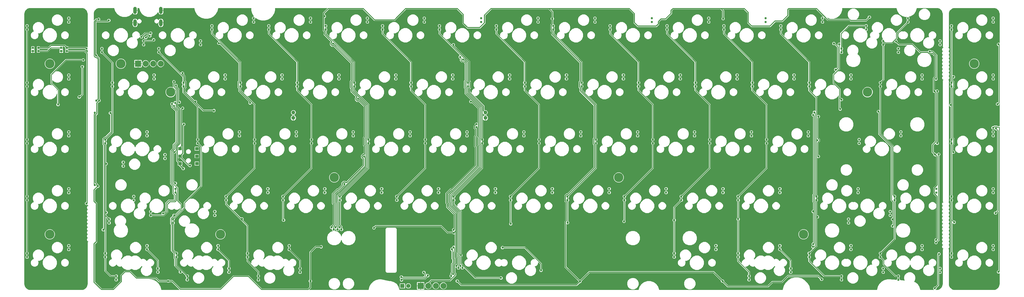
<source format=gbr>
G04 EAGLE Gerber RS-274X export*
G75*
%MOMM*%
%FSLAX34Y34*%
%LPD*%
%INTop Copper*%
%IPPOS*%
%AMOC8*
5,1,8,0,0,1.08239X$1,22.5*%
G01*
%ADD10C,0.758000*%
%ADD11C,0.708000*%
%ADD12R,2.000000X2.000000*%
%ADD13C,2.000000*%
%ADD14C,1.158000*%
%ADD15R,1.422400X1.422400*%
%ADD16C,1.422400*%
%ADD17C,1.270000*%
%ADD18R,1.150000X1.000000*%
%ADD19R,0.700000X0.700000*%
%ADD20C,0.254000*%
%ADD21C,0.756400*%
%ADD22C,0.152400*%
%ADD23C,3.116000*%
%ADD24C,0.304800*%

G36*
X1019415Y1242453D02*
X1019415Y1242453D01*
X1019466Y1242455D01*
X1019498Y1242473D01*
X1019534Y1242481D01*
X1019574Y1242514D01*
X1019618Y1242538D01*
X1019640Y1242568D01*
X1019668Y1242591D01*
X1019689Y1242638D01*
X1019718Y1242680D01*
X1019726Y1242722D01*
X1019739Y1242750D01*
X1019738Y1242780D01*
X1019746Y1242822D01*
X1019746Y1243504D01*
X1022466Y1253655D01*
X1027720Y1262756D01*
X1035151Y1270186D01*
X1044251Y1275441D01*
X1054402Y1278160D01*
X1058272Y1278160D01*
X1058310Y1278169D01*
X1058349Y1278168D01*
X1058404Y1278191D01*
X1058441Y1278200D01*
X1058457Y1278214D01*
X1058483Y1278224D01*
X1058776Y1278420D01*
X1060034Y1278168D01*
X1060066Y1278169D01*
X1060109Y1278160D01*
X1061393Y1278160D01*
X1061641Y1277912D01*
X1061675Y1277891D01*
X1061702Y1277863D01*
X1061747Y1277844D01*
X1061763Y1277833D01*
X1061771Y1277831D01*
X1061789Y1277820D01*
X1061810Y1277818D01*
X1061836Y1277808D01*
X1089800Y1272215D01*
X1089831Y1272216D01*
X1089875Y1272207D01*
X1094800Y1272207D01*
X1105030Y1268883D01*
X1113733Y1262561D01*
X1120055Y1253858D01*
X1123379Y1243628D01*
X1123379Y1242822D01*
X1123391Y1242772D01*
X1123393Y1242721D01*
X1123410Y1242689D01*
X1123419Y1242653D01*
X1123451Y1242614D01*
X1123476Y1242569D01*
X1123506Y1242548D01*
X1123529Y1242520D01*
X1123576Y1242499D01*
X1123617Y1242469D01*
X1123659Y1242461D01*
X1123687Y1242449D01*
X1123718Y1242450D01*
X1123759Y1242442D01*
X1924241Y1242442D01*
X1924290Y1242453D01*
X1924341Y1242455D01*
X1924373Y1242473D01*
X1924409Y1242481D01*
X1924449Y1242514D01*
X1924493Y1242538D01*
X1924515Y1242568D01*
X1924543Y1242591D01*
X1924564Y1242638D01*
X1924593Y1242680D01*
X1924601Y1242722D01*
X1924614Y1242750D01*
X1924613Y1242780D01*
X1924621Y1242822D01*
X1924621Y1243628D01*
X1927945Y1253858D01*
X1934267Y1262561D01*
X1942970Y1268883D01*
X1953200Y1272207D01*
X1963956Y1272207D01*
X1974187Y1268883D01*
X1982889Y1262561D01*
X1989212Y1253858D01*
X1992535Y1243628D01*
X1992535Y1242822D01*
X1992547Y1242772D01*
X1992549Y1242721D01*
X1992567Y1242689D01*
X1992575Y1242653D01*
X1992607Y1242614D01*
X1992632Y1242569D01*
X1992662Y1242548D01*
X1992685Y1242520D01*
X1992732Y1242499D01*
X1992773Y1242469D01*
X1992815Y1242461D01*
X1992843Y1242449D01*
X1992874Y1242450D01*
X1992916Y1242442D01*
X2406444Y1242442D01*
X2406493Y1242453D01*
X2406544Y1242455D01*
X2406577Y1242473D01*
X2406612Y1242481D01*
X2406652Y1242514D01*
X2406697Y1242538D01*
X2406718Y1242568D01*
X2406746Y1242591D01*
X2406767Y1242638D01*
X2406796Y1242680D01*
X2406804Y1242722D01*
X2406817Y1242750D01*
X2406816Y1242780D01*
X2406824Y1242822D01*
X2406824Y1244288D01*
X2409949Y1255953D01*
X2415988Y1266411D01*
X2424527Y1274950D01*
X2434985Y1280988D01*
X2446649Y1284114D01*
X2458726Y1284114D01*
X2470390Y1280988D01*
X2480848Y1274950D01*
X2489388Y1266411D01*
X2495426Y1255953D01*
X2497443Y1248425D01*
X2498551Y1244288D01*
X2498551Y1242822D01*
X2498563Y1242772D01*
X2498565Y1242721D01*
X2498582Y1242689D01*
X2498591Y1242653D01*
X2498623Y1242614D01*
X2498647Y1242569D01*
X2498677Y1242548D01*
X2498701Y1242520D01*
X2498747Y1242499D01*
X2498789Y1242469D01*
X2498831Y1242461D01*
X2498859Y1242449D01*
X2498889Y1242450D01*
X2498931Y1242442D01*
X2721959Y1242442D01*
X2722009Y1242453D01*
X2722060Y1242455D01*
X2722092Y1242473D01*
X2722128Y1242481D01*
X2722167Y1242514D01*
X2722212Y1242538D01*
X2722233Y1242568D01*
X2722262Y1242591D01*
X2722283Y1242638D01*
X2722312Y1242680D01*
X2722320Y1242722D01*
X2722333Y1242750D01*
X2722331Y1242780D01*
X2722340Y1242822D01*
X2722340Y1243504D01*
X2725059Y1253655D01*
X2730314Y1262756D01*
X2737744Y1270186D01*
X2746845Y1275441D01*
X2756996Y1278160D01*
X2760575Y1278160D01*
X2760634Y1278174D01*
X2760694Y1278180D01*
X2760721Y1278195D01*
X2760744Y1278200D01*
X2760772Y1278223D01*
X2760821Y1278250D01*
X2760868Y1278290D01*
X2762409Y1278162D01*
X2762423Y1278164D01*
X2762440Y1278160D01*
X2763986Y1278160D01*
X2764030Y1278117D01*
X2764081Y1278085D01*
X2764128Y1278046D01*
X2764157Y1278038D01*
X2764177Y1278026D01*
X2764213Y1278022D01*
X2764267Y1278007D01*
X2788273Y1276006D01*
X2788339Y1276016D01*
X2788406Y1276019D01*
X2788424Y1276029D01*
X2788445Y1276032D01*
X2788499Y1276070D01*
X2788558Y1276101D01*
X2788570Y1276118D01*
X2788587Y1276130D01*
X2788619Y1276189D01*
X2788658Y1276243D01*
X2788662Y1276266D01*
X2788671Y1276282D01*
X2788673Y1276321D01*
X2788685Y1276385D01*
X2788685Y1278551D01*
X2791094Y1280960D01*
X2791107Y1280981D01*
X2791126Y1280997D01*
X2791146Y1281041D01*
X2791178Y1281087D01*
X2791180Y1281099D01*
X2791185Y1281107D01*
X2791188Y1281136D01*
X2791197Y1281155D01*
X2791196Y1281179D01*
X2791205Y1281229D01*
X2791205Y1284171D01*
X2791188Y1284245D01*
X2791175Y1284320D01*
X2791168Y1284330D01*
X2791166Y1284340D01*
X2791142Y1284369D01*
X2791094Y1284440D01*
X2789390Y1286144D01*
X2789325Y1286184D01*
X2789263Y1286228D01*
X2789251Y1286230D01*
X2789243Y1286235D01*
X2789206Y1286239D01*
X2789121Y1286255D01*
X2782444Y1286255D01*
X2742192Y1326507D01*
X2742192Y1339923D01*
X2742175Y1339997D01*
X2742162Y1340072D01*
X2742155Y1340082D01*
X2742153Y1340092D01*
X2742129Y1340120D01*
X2742081Y1340192D01*
X2735149Y1347124D01*
X2735084Y1347164D01*
X2735022Y1347208D01*
X2735010Y1347210D01*
X2735002Y1347215D01*
X2734965Y1347219D01*
X2734880Y1347235D01*
X2731474Y1347235D01*
X2728360Y1350349D01*
X2728360Y1354751D01*
X2730769Y1357160D01*
X2730809Y1357225D01*
X2730853Y1357287D01*
X2730855Y1357299D01*
X2730860Y1357307D01*
X2730864Y1357344D01*
X2730880Y1357429D01*
X2730880Y1360371D01*
X2730863Y1360445D01*
X2730850Y1360520D01*
X2730843Y1360530D01*
X2730841Y1360540D01*
X2730817Y1360569D01*
X2730769Y1360640D01*
X2728360Y1363049D01*
X2728360Y1367451D01*
X2731474Y1370565D01*
X2734880Y1370565D01*
X2734954Y1370582D01*
X2735029Y1370595D01*
X2735039Y1370602D01*
X2735049Y1370604D01*
X2735077Y1370628D01*
X2735149Y1370676D01*
X2778394Y1413921D01*
X2778434Y1413986D01*
X2778478Y1414048D01*
X2778480Y1414060D01*
X2778485Y1414068D01*
X2778489Y1414105D01*
X2778505Y1414190D01*
X2778505Y1452386D01*
X2778499Y1452411D01*
X2778502Y1452436D01*
X2778480Y1452494D01*
X2778466Y1452554D01*
X2778449Y1452574D01*
X2778440Y1452598D01*
X2778395Y1452640D01*
X2778356Y1452688D01*
X2778332Y1452699D01*
X2778313Y1452716D01*
X2778254Y1452734D01*
X2778197Y1452759D01*
X2778172Y1452758D01*
X2778147Y1452765D01*
X2778086Y1452755D01*
X2778024Y1452752D01*
X2778002Y1452740D01*
X2777976Y1452736D01*
X2777905Y1452687D01*
X2777872Y1452670D01*
X2777866Y1452661D01*
X2777856Y1452655D01*
X2776922Y1451721D01*
X2772526Y1451721D01*
X2769417Y1454829D01*
X2769417Y1459225D01*
X2772526Y1462334D01*
X2774061Y1462334D01*
X2774111Y1462346D01*
X2774162Y1462348D01*
X2774194Y1462365D01*
X2774230Y1462373D01*
X2774269Y1462406D01*
X2774314Y1462430D01*
X2774335Y1462460D01*
X2774363Y1462484D01*
X2774384Y1462530D01*
X2774414Y1462572D01*
X2774422Y1462614D01*
X2774434Y1462642D01*
X2774433Y1462672D01*
X2774441Y1462714D01*
X2774441Y1473313D01*
X2774430Y1473363D01*
X2774428Y1473414D01*
X2774410Y1473446D01*
X2774402Y1473482D01*
X2774369Y1473521D01*
X2774345Y1473566D01*
X2774315Y1473587D01*
X2774292Y1473615D01*
X2774245Y1473636D01*
X2774203Y1473666D01*
X2774161Y1473674D01*
X2774133Y1473686D01*
X2774103Y1473685D01*
X2774061Y1473693D01*
X2772526Y1473693D01*
X2769417Y1476802D01*
X2769417Y1481198D01*
X2772526Y1484307D01*
X2774061Y1484307D01*
X2774111Y1484318D01*
X2774162Y1484320D01*
X2774194Y1484338D01*
X2774230Y1484346D01*
X2774269Y1484379D01*
X2774314Y1484403D01*
X2774335Y1484433D01*
X2774363Y1484456D01*
X2774384Y1484503D01*
X2774414Y1484545D01*
X2774422Y1484587D01*
X2774434Y1484615D01*
X2774433Y1484645D01*
X2774441Y1484687D01*
X2774441Y1535449D01*
X2774424Y1535523D01*
X2774411Y1535598D01*
X2774404Y1535608D01*
X2774402Y1535618D01*
X2774378Y1535646D01*
X2774330Y1535718D01*
X2768291Y1541757D01*
X2768291Y1722592D01*
X2768273Y1722666D01*
X2768260Y1722741D01*
X2768254Y1722751D01*
X2768251Y1722761D01*
X2768228Y1722790D01*
X2768179Y1722861D01*
X2726816Y1764224D01*
X2726816Y1834313D01*
X2726805Y1834363D01*
X2726803Y1834414D01*
X2726785Y1834446D01*
X2726777Y1834482D01*
X2726744Y1834521D01*
X2726720Y1834566D01*
X2726690Y1834587D01*
X2726667Y1834615D01*
X2726620Y1834636D01*
X2726578Y1834666D01*
X2726536Y1834674D01*
X2726508Y1834686D01*
X2726478Y1834685D01*
X2726436Y1834693D01*
X2724901Y1834693D01*
X2721792Y1837802D01*
X2721792Y1842198D01*
X2724901Y1845307D01*
X2729297Y1845307D01*
X2730231Y1844373D01*
X2730253Y1844359D01*
X2730269Y1844339D01*
X2730326Y1844314D01*
X2730378Y1844281D01*
X2730404Y1844279D01*
X2730428Y1844268D01*
X2730489Y1844271D01*
X2730551Y1844265D01*
X2730575Y1844274D01*
X2730601Y1844275D01*
X2730655Y1844304D01*
X2730713Y1844326D01*
X2730730Y1844345D01*
X2730753Y1844358D01*
X2730788Y1844408D01*
X2730830Y1844453D01*
X2730838Y1844478D01*
X2730853Y1844499D01*
X2730869Y1844584D01*
X2730880Y1844620D01*
X2730878Y1844630D01*
X2730880Y1844642D01*
X2730880Y1919171D01*
X2730863Y1919245D01*
X2730850Y1919320D01*
X2730843Y1919330D01*
X2730841Y1919340D01*
X2730817Y1919369D01*
X2730769Y1919440D01*
X2728360Y1921849D01*
X2728360Y1926251D01*
X2730769Y1928660D01*
X2730809Y1928725D01*
X2730853Y1928787D01*
X2730855Y1928799D01*
X2730860Y1928807D01*
X2730864Y1928844D01*
X2730880Y1928929D01*
X2730880Y1931871D01*
X2730867Y1931928D01*
X2730867Y1931936D01*
X2730864Y1931941D01*
X2730863Y1931945D01*
X2730850Y1932020D01*
X2730843Y1932030D01*
X2730841Y1932040D01*
X2730817Y1932069D01*
X2730769Y1932140D01*
X2728360Y1934549D01*
X2728360Y1938951D01*
X2731474Y1942065D01*
X2734880Y1942065D01*
X2734954Y1942082D01*
X2735029Y1942095D01*
X2735039Y1942102D01*
X2735049Y1942104D01*
X2735077Y1942128D01*
X2735149Y1942176D01*
X2740294Y1947321D01*
X2740334Y1947386D01*
X2740378Y1947448D01*
X2740380Y1947460D01*
X2740385Y1947468D01*
X2740389Y1947505D01*
X2740405Y1947590D01*
X2740405Y2058871D01*
X2740392Y2058927D01*
X2740392Y2058939D01*
X2740388Y2058947D01*
X2740375Y2059020D01*
X2740368Y2059030D01*
X2740366Y2059040D01*
X2740342Y2059069D01*
X2740294Y2059140D01*
X2737885Y2061549D01*
X2737885Y2065951D01*
X2740294Y2068360D01*
X2740334Y2068425D01*
X2740378Y2068487D01*
X2740380Y2068499D01*
X2740385Y2068507D01*
X2740389Y2068544D01*
X2740405Y2068629D01*
X2740405Y2071571D01*
X2740388Y2071645D01*
X2740375Y2071720D01*
X2740368Y2071730D01*
X2740366Y2071740D01*
X2740342Y2071769D01*
X2740294Y2071840D01*
X2737885Y2074249D01*
X2737885Y2078651D01*
X2740999Y2081765D01*
X2741598Y2081765D01*
X2741635Y2081774D01*
X2741674Y2081772D01*
X2741718Y2081793D01*
X2741766Y2081804D01*
X2741796Y2081829D01*
X2741831Y2081845D01*
X2741862Y2081883D01*
X2741900Y2081914D01*
X2741916Y2081950D01*
X2741940Y2081979D01*
X2741951Y2082027D01*
X2741971Y2082073D01*
X2741970Y2082111D01*
X2741978Y2082149D01*
X2741966Y2082208D01*
X2741964Y2082246D01*
X2741954Y2082264D01*
X2741949Y2082291D01*
X2738439Y2090764D01*
X2738439Y2100236D01*
X2742064Y2108988D01*
X2748762Y2115686D01*
X2757514Y2119311D01*
X2766986Y2119311D01*
X2775738Y2115686D01*
X2782436Y2108988D01*
X2784678Y2103574D01*
X2784701Y2103543D01*
X2784714Y2103507D01*
X2784750Y2103473D01*
X2784779Y2103433D01*
X2784813Y2103415D01*
X2784841Y2103389D01*
X2784889Y2103375D01*
X2784932Y2103352D01*
X2784971Y2103351D01*
X2785008Y2103340D01*
X2785056Y2103348D01*
X2785105Y2103347D01*
X2785140Y2103363D01*
X2785178Y2103370D01*
X2785229Y2103404D01*
X2785263Y2103419D01*
X2785276Y2103436D01*
X2785298Y2103451D01*
X2786284Y2104436D01*
X2820574Y2138726D01*
X2820614Y2138791D01*
X2820658Y2138853D01*
X2820660Y2138865D01*
X2820665Y2138873D01*
X2820669Y2138910D01*
X2820685Y2138995D01*
X2820685Y2142048D01*
X2822844Y2144207D01*
X2822884Y2144271D01*
X2822928Y2144333D01*
X2822930Y2144345D01*
X2822935Y2144354D01*
X2822939Y2144391D01*
X2822955Y2144475D01*
X2822955Y2148125D01*
X2822938Y2148199D01*
X2822925Y2148273D01*
X2822918Y2148284D01*
X2822916Y2148293D01*
X2822892Y2148322D01*
X2822844Y2148393D01*
X2820685Y2150552D01*
X2820685Y2154748D01*
X2822081Y2156144D01*
X2822095Y2156165D01*
X2822114Y2156182D01*
X2822140Y2156238D01*
X2822172Y2156291D01*
X2822175Y2156316D01*
X2822185Y2156340D01*
X2822183Y2156402D01*
X2822189Y2156463D01*
X2822180Y2156487D01*
X2822179Y2156513D01*
X2822149Y2156567D01*
X2822127Y2156625D01*
X2822108Y2156643D01*
X2822096Y2156665D01*
X2822046Y2156701D01*
X2822000Y2156743D01*
X2821975Y2156750D01*
X2821954Y2156765D01*
X2821870Y2156781D01*
X2821834Y2156792D01*
X2821824Y2156790D01*
X2821812Y2156793D01*
X2816403Y2156793D01*
X2806173Y2160117D01*
X2797470Y2166439D01*
X2791148Y2175142D01*
X2787824Y2185372D01*
X2787824Y2186178D01*
X2787812Y2186228D01*
X2787810Y2186279D01*
X2787793Y2186311D01*
X2787784Y2186347D01*
X2787752Y2186386D01*
X2787728Y2186431D01*
X2787698Y2186452D01*
X2787674Y2186480D01*
X2787628Y2186501D01*
X2787586Y2186531D01*
X2787544Y2186539D01*
X2787516Y2186551D01*
X2787486Y2186550D01*
X2787444Y2186558D01*
X2606088Y2186558D01*
X2606038Y2186547D01*
X2605987Y2186545D01*
X2605955Y2186527D01*
X2605919Y2186519D01*
X2605879Y2186486D01*
X2605835Y2186462D01*
X2605814Y2186432D01*
X2605785Y2186409D01*
X2605764Y2186362D01*
X2605735Y2186320D01*
X2605727Y2186278D01*
X2605714Y2186250D01*
X2605715Y2186220D01*
X2605707Y2186178D01*
X2605707Y2179419D01*
X2602383Y2169188D01*
X2596061Y2160486D01*
X2587358Y2154163D01*
X2577128Y2150840D01*
X2566372Y2150840D01*
X2556176Y2154152D01*
X2556093Y2154159D01*
X2556008Y2154167D01*
X2556006Y2154167D01*
X2556004Y2154167D01*
X2555925Y2154136D01*
X2555846Y2154106D01*
X2555844Y2154104D01*
X2555842Y2154103D01*
X2555786Y2154041D01*
X2555728Y2153979D01*
X2555728Y2153977D01*
X2555726Y2153975D01*
X2555703Y2153894D01*
X2555679Y2153813D01*
X2555679Y2153810D01*
X2555679Y2153808D01*
X2555694Y2153726D01*
X2555709Y2153642D01*
X2555710Y2153640D01*
X2555711Y2153638D01*
X2555720Y2153625D01*
X2555790Y2153522D01*
X2559151Y2150160D01*
X2559216Y2150120D01*
X2559278Y2150076D01*
X2559290Y2150074D01*
X2559299Y2150069D01*
X2559336Y2150065D01*
X2559420Y2150049D01*
X2630827Y2150049D01*
X2630852Y2150055D01*
X2630878Y2150052D01*
X2630936Y2150074D01*
X2630996Y2150088D01*
X2631016Y2150105D01*
X2631040Y2150114D01*
X2631082Y2150159D01*
X2631130Y2150198D01*
X2631140Y2150222D01*
X2631158Y2150241D01*
X2631175Y2150300D01*
X2631201Y2150357D01*
X2631200Y2150382D01*
X2631207Y2150407D01*
X2631196Y2150468D01*
X2631194Y2150530D01*
X2631182Y2150552D01*
X2631177Y2150578D01*
X2631129Y2150649D01*
X2631111Y2150682D01*
X2631103Y2150688D01*
X2631096Y2150698D01*
X2627091Y2154703D01*
X2624189Y2161709D01*
X2624189Y2169291D01*
X2627091Y2176297D01*
X2632453Y2181659D01*
X2639459Y2184561D01*
X2647041Y2184561D01*
X2654047Y2181659D01*
X2659409Y2176297D01*
X2662311Y2169291D01*
X2662311Y2161709D01*
X2659409Y2154703D01*
X2654047Y2149341D01*
X2652490Y2148696D01*
X2652480Y2148689D01*
X2652467Y2148686D01*
X2652410Y2148639D01*
X2652350Y2148595D01*
X2652343Y2148584D01*
X2652333Y2148576D01*
X2652303Y2148508D01*
X2652268Y2148442D01*
X2652268Y2148429D01*
X2652263Y2148417D01*
X2652265Y2148343D01*
X2652263Y2148269D01*
X2652269Y2148257D01*
X2652269Y2148244D01*
X2652305Y2148179D01*
X2652336Y2148112D01*
X2652346Y2148103D01*
X2652352Y2148092D01*
X2652412Y2148050D01*
X2652470Y2148003D01*
X2652483Y2148000D01*
X2652494Y2147992D01*
X2652636Y2147965D01*
X2684496Y2147965D01*
X2684570Y2147982D01*
X2684644Y2147995D01*
X2684655Y2148002D01*
X2684664Y2148004D01*
X2684693Y2148028D01*
X2684765Y2148076D01*
X2691582Y2154893D01*
X2691622Y2154958D01*
X2691666Y2155020D01*
X2691668Y2155032D01*
X2691673Y2155041D01*
X2691677Y2155078D01*
X2691693Y2155162D01*
X2691693Y2158198D01*
X2694802Y2161307D01*
X2699198Y2161307D01*
X2702307Y2158198D01*
X2702307Y2153802D01*
X2699198Y2150693D01*
X2696162Y2150693D01*
X2696088Y2150676D01*
X2696014Y2150663D01*
X2696003Y2150656D01*
X2695994Y2150654D01*
X2695965Y2150630D01*
X2695893Y2150582D01*
X2687179Y2141867D01*
X2633461Y2141867D01*
X2631488Y2143840D01*
X2631424Y2143880D01*
X2631362Y2143924D01*
X2631350Y2143926D01*
X2631341Y2143931D01*
X2631304Y2143935D01*
X2631219Y2143951D01*
X2556737Y2143951D01*
X2545964Y2154725D01*
X2545942Y2154738D01*
X2545926Y2154758D01*
X2545869Y2154783D01*
X2545817Y2154816D01*
X2545791Y2154818D01*
X2545767Y2154829D01*
X2545706Y2154827D01*
X2545644Y2154833D01*
X2545620Y2154823D01*
X2545594Y2154822D01*
X2545540Y2154793D01*
X2545482Y2154771D01*
X2545465Y2154752D01*
X2545442Y2154740D01*
X2545407Y2154689D01*
X2545365Y2154644D01*
X2545357Y2154619D01*
X2545342Y2154598D01*
X2545326Y2154513D01*
X2545315Y2154478D01*
X2545317Y2154468D01*
X2545315Y2154456D01*
X2545315Y2150449D01*
X2542201Y2147335D01*
X2537799Y2147335D01*
X2534685Y2150449D01*
X2534685Y2154851D01*
X2537799Y2157965D01*
X2541806Y2157965D01*
X2541831Y2157971D01*
X2541857Y2157968D01*
X2541914Y2157990D01*
X2541974Y2158004D01*
X2541994Y2158021D01*
X2542018Y2158030D01*
X2542060Y2158075D01*
X2542108Y2158114D01*
X2542119Y2158138D01*
X2542136Y2158157D01*
X2542154Y2158216D01*
X2542179Y2158273D01*
X2542178Y2158298D01*
X2542185Y2158323D01*
X2542175Y2158384D01*
X2542172Y2158446D01*
X2542160Y2158468D01*
X2542156Y2158494D01*
X2542107Y2158565D01*
X2542090Y2158598D01*
X2542082Y2158604D01*
X2542075Y2158614D01*
X2518814Y2181875D01*
X2518749Y2181915D01*
X2518687Y2181959D01*
X2518675Y2181961D01*
X2518666Y2181966D01*
X2518629Y2181970D01*
X2518545Y2181986D01*
X2428455Y2181986D01*
X2428381Y2181969D01*
X2428307Y2181956D01*
X2428296Y2181949D01*
X2428287Y2181947D01*
X2428258Y2181923D01*
X2428186Y2181875D01*
X2427160Y2180849D01*
X2427120Y2180784D01*
X2427076Y2180722D01*
X2427074Y2180710D01*
X2427069Y2180701D01*
X2427065Y2180664D01*
X2427049Y2180580D01*
X2427049Y2160737D01*
X2406263Y2139951D01*
X2382420Y2139951D01*
X2382346Y2139934D01*
X2382272Y2139921D01*
X2382261Y2139914D01*
X2382252Y2139912D01*
X2382223Y2139888D01*
X2382151Y2139840D01*
X2365229Y2122917D01*
X2301715Y2122917D01*
X2288017Y2136615D01*
X2288017Y2170514D01*
X2288000Y2170588D01*
X2287987Y2170662D01*
X2287980Y2170673D01*
X2287978Y2170682D01*
X2287954Y2170711D01*
X2287906Y2170783D01*
X2276814Y2181875D01*
X2276749Y2181915D01*
X2276687Y2181959D01*
X2276675Y2181961D01*
X2276666Y2181966D01*
X2276629Y2181970D01*
X2276545Y2181986D01*
X2208243Y2181986D01*
X2208218Y2181980D01*
X2208192Y2181983D01*
X2208135Y2181961D01*
X2208075Y2181947D01*
X2208055Y2181930D01*
X2208031Y2181921D01*
X2207989Y2181876D01*
X2207941Y2181837D01*
X2207930Y2181813D01*
X2207913Y2181794D01*
X2207895Y2181735D01*
X2207870Y2181678D01*
X2207871Y2181653D01*
X2207864Y2181628D01*
X2207874Y2181567D01*
X2207877Y2181505D01*
X2207889Y2181483D01*
X2207893Y2181457D01*
X2207942Y2181386D01*
X2207959Y2181353D01*
X2207967Y2181347D01*
X2207974Y2181337D01*
X2210049Y2179263D01*
X2210049Y2155614D01*
X2210066Y2155540D01*
X2210079Y2155465D01*
X2210086Y2155455D01*
X2210088Y2155445D01*
X2210112Y2155416D01*
X2210160Y2155345D01*
X2212307Y2153198D01*
X2212307Y2148802D01*
X2209198Y2145693D01*
X2204802Y2145693D01*
X2201693Y2148802D01*
X2201693Y2153198D01*
X2203840Y2155345D01*
X2203880Y2155409D01*
X2203924Y2155471D01*
X2203926Y2155483D01*
X2203931Y2155492D01*
X2203935Y2155529D01*
X2203951Y2155614D01*
X2203951Y2176580D01*
X2203934Y2176654D01*
X2203921Y2176728D01*
X2203914Y2176739D01*
X2203912Y2176748D01*
X2203888Y2176777D01*
X2203840Y2176849D01*
X2198814Y2181875D01*
X2198749Y2181915D01*
X2198687Y2181959D01*
X2198675Y2181961D01*
X2198666Y2181966D01*
X2198629Y2181970D01*
X2198545Y2181986D01*
X2040455Y2181986D01*
X2040381Y2181969D01*
X2040307Y2181956D01*
X2040296Y2181949D01*
X2040287Y2181947D01*
X2040258Y2181923D01*
X2040186Y2181875D01*
X2036160Y2177849D01*
X2036120Y2177784D01*
X2036076Y2177722D01*
X2036074Y2177710D01*
X2036069Y2177701D01*
X2036065Y2177664D01*
X2036049Y2177580D01*
X2036049Y2167737D01*
X2015263Y2146951D01*
X2000420Y2146951D01*
X2000346Y2146934D01*
X2000272Y2146921D01*
X2000261Y2146914D01*
X2000252Y2146912D01*
X2000223Y2146888D01*
X2000151Y2146840D01*
X1993160Y2139849D01*
X1993120Y2139784D01*
X1993076Y2139722D01*
X1993074Y2139710D01*
X1993069Y2139701D01*
X1993065Y2139664D01*
X1993049Y2139580D01*
X1993049Y2131737D01*
X1991151Y2129840D01*
X1986126Y2124815D01*
X1986126Y2124814D01*
X1984229Y2122917D01*
X1920715Y2122917D01*
X1918817Y2124814D01*
X1918817Y2124815D01*
X1908915Y2134717D01*
X1908914Y2134717D01*
X1907017Y2136615D01*
X1907017Y2166514D01*
X1907000Y2166588D01*
X1906987Y2166662D01*
X1906980Y2166673D01*
X1906978Y2166682D01*
X1906954Y2166711D01*
X1906906Y2166783D01*
X1891814Y2181875D01*
X1891749Y2181915D01*
X1891687Y2181959D01*
X1891675Y2181961D01*
X1891666Y2181966D01*
X1891629Y2181970D01*
X1891545Y2181986D01*
X1632243Y2181986D01*
X1632218Y2181980D01*
X1632192Y2181983D01*
X1632135Y2181961D01*
X1632075Y2181947D01*
X1632055Y2181930D01*
X1632031Y2181921D01*
X1631989Y2181876D01*
X1631941Y2181837D01*
X1631930Y2181813D01*
X1631913Y2181794D01*
X1631895Y2181735D01*
X1631870Y2181678D01*
X1631871Y2181653D01*
X1631864Y2181628D01*
X1631874Y2181567D01*
X1631877Y2181505D01*
X1631889Y2181483D01*
X1631893Y2181457D01*
X1631942Y2181386D01*
X1631959Y2181353D01*
X1631967Y2181347D01*
X1631974Y2181337D01*
X1638049Y2175263D01*
X1638049Y2155614D01*
X1638066Y2155540D01*
X1638079Y2155465D01*
X1638086Y2155455D01*
X1638088Y2155445D01*
X1638112Y2155416D01*
X1638160Y2155345D01*
X1640307Y2153198D01*
X1640307Y2148802D01*
X1638160Y2146655D01*
X1638120Y2146591D01*
X1638076Y2146529D01*
X1638074Y2146517D01*
X1638069Y2146508D01*
X1638065Y2146471D01*
X1638049Y2146386D01*
X1638049Y2132945D01*
X1638060Y2132895D01*
X1638062Y2132844D01*
X1638080Y2132812D01*
X1638088Y2132776D01*
X1638121Y2132737D01*
X1638145Y2132692D01*
X1638175Y2132671D01*
X1638198Y2132643D01*
X1638245Y2132622D01*
X1638287Y2132592D01*
X1638329Y2132584D01*
X1638357Y2132572D01*
X1638387Y2132573D01*
X1638429Y2132565D01*
X1640501Y2132565D01*
X1643615Y2129451D01*
X1643615Y2125049D01*
X1641206Y2122640D01*
X1641166Y2122575D01*
X1641122Y2122513D01*
X1641120Y2122501D01*
X1641115Y2122493D01*
X1641111Y2122456D01*
X1641104Y2122417D01*
X1641102Y2122413D01*
X1641102Y2122408D01*
X1641095Y2122371D01*
X1641095Y2119429D01*
X1641112Y2119355D01*
X1641125Y2119280D01*
X1641132Y2119270D01*
X1641134Y2119260D01*
X1641158Y2119231D01*
X1641206Y2119160D01*
X1643615Y2116751D01*
X1643615Y2112349D01*
X1641206Y2109940D01*
X1641166Y2109875D01*
X1641122Y2109813D01*
X1641120Y2109801D01*
X1641115Y2109793D01*
X1641111Y2109756D01*
X1641095Y2109671D01*
X1641095Y2102292D01*
X1641112Y2102218D01*
X1641125Y2102143D01*
X1641132Y2102133D01*
X1641134Y2102123D01*
X1641158Y2102094D01*
X1641206Y2102023D01*
X1650232Y2092997D01*
X1650254Y2092983D01*
X1650270Y2092963D01*
X1650327Y2092938D01*
X1650379Y2092905D01*
X1650405Y2092903D01*
X1650429Y2092892D01*
X1650490Y2092895D01*
X1650552Y2092889D01*
X1650576Y2092898D01*
X1650602Y2092899D01*
X1650656Y2092928D01*
X1650714Y2092950D01*
X1650731Y2092969D01*
X1650754Y2092982D01*
X1650789Y2093032D01*
X1650831Y2093077D01*
X1650839Y2093102D01*
X1650854Y2093123D01*
X1650870Y2093208D01*
X1650881Y2093244D01*
X1650879Y2093254D01*
X1650881Y2093266D01*
X1650881Y2098050D01*
X1652833Y2102761D01*
X1656439Y2106367D01*
X1661150Y2108319D01*
X1661461Y2108319D01*
X1661486Y2108325D01*
X1661512Y2108322D01*
X1661569Y2108344D01*
X1661630Y2108358D01*
X1661650Y2108375D01*
X1661674Y2108384D01*
X1661716Y2108429D01*
X1661763Y2108468D01*
X1661774Y2108492D01*
X1661791Y2108511D01*
X1661809Y2108570D01*
X1661834Y2108627D01*
X1661833Y2108652D01*
X1661841Y2108677D01*
X1661830Y2108738D01*
X1661828Y2108800D01*
X1661815Y2108822D01*
X1661811Y2108848D01*
X1661763Y2108919D01*
X1661745Y2108952D01*
X1661737Y2108958D01*
X1661730Y2108968D01*
X1660453Y2110245D01*
X1657589Y2117158D01*
X1657589Y2124642D01*
X1660453Y2131555D01*
X1665745Y2136847D01*
X1672658Y2139711D01*
X1680142Y2139711D01*
X1687055Y2136847D01*
X1692347Y2131555D01*
X1695211Y2124642D01*
X1695211Y2117158D01*
X1692347Y2110245D01*
X1687055Y2104953D01*
X1680142Y2102089D01*
X1675415Y2102089D01*
X1675377Y2102080D01*
X1675339Y2102082D01*
X1675294Y2102061D01*
X1675246Y2102050D01*
X1675216Y2102025D01*
X1675181Y2102009D01*
X1675150Y2101971D01*
X1675112Y2101940D01*
X1675096Y2101904D01*
X1675072Y2101875D01*
X1675062Y2101827D01*
X1675041Y2101781D01*
X1675043Y2101743D01*
X1675034Y2101705D01*
X1675046Y2101646D01*
X1675048Y2101608D01*
X1675058Y2101590D01*
X1675063Y2101563D01*
X1676519Y2098050D01*
X1676519Y2092950D01*
X1674567Y2088239D01*
X1670961Y2084633D01*
X1666250Y2082681D01*
X1661466Y2082681D01*
X1661440Y2082675D01*
X1661415Y2082678D01*
X1661357Y2082656D01*
X1661297Y2082642D01*
X1661277Y2082625D01*
X1661253Y2082616D01*
X1661211Y2082571D01*
X1661163Y2082532D01*
X1661153Y2082508D01*
X1661135Y2082489D01*
X1661118Y2082430D01*
X1661092Y2082373D01*
X1661093Y2082348D01*
X1661086Y2082323D01*
X1661097Y2082262D01*
X1661099Y2082200D01*
X1661111Y2082178D01*
X1661116Y2082152D01*
X1661164Y2082081D01*
X1661182Y2082048D01*
X1661190Y2082042D01*
X1661197Y2082032D01*
X1736345Y2006884D01*
X1736345Y1941629D01*
X1736362Y1941555D01*
X1736375Y1941480D01*
X1736382Y1941470D01*
X1736384Y1941460D01*
X1736408Y1941431D01*
X1736456Y1941360D01*
X1738865Y1938951D01*
X1738865Y1934549D01*
X1736456Y1932140D01*
X1736416Y1932075D01*
X1736372Y1932013D01*
X1736370Y1932001D01*
X1736365Y1931993D01*
X1736361Y1931956D01*
X1736352Y1931908D01*
X1736352Y1931907D01*
X1736345Y1931871D01*
X1736345Y1928929D01*
X1736362Y1928855D01*
X1736375Y1928780D01*
X1736382Y1928770D01*
X1736384Y1928760D01*
X1736408Y1928731D01*
X1736456Y1928660D01*
X1738865Y1926251D01*
X1738865Y1921849D01*
X1736456Y1919440D01*
X1736416Y1919375D01*
X1736372Y1919313D01*
X1736370Y1919301D01*
X1736365Y1919293D01*
X1736361Y1919256D01*
X1736345Y1919171D01*
X1736345Y1911792D01*
X1736362Y1911718D01*
X1736375Y1911643D01*
X1736382Y1911633D01*
X1736384Y1911623D01*
X1736408Y1911594D01*
X1736456Y1911523D01*
X1745482Y1902497D01*
X1745504Y1902483D01*
X1745520Y1902463D01*
X1745577Y1902438D01*
X1745629Y1902405D01*
X1745655Y1902403D01*
X1745679Y1902392D01*
X1745740Y1902395D01*
X1745802Y1902389D01*
X1745826Y1902398D01*
X1745852Y1902399D01*
X1745906Y1902428D01*
X1745964Y1902450D01*
X1745981Y1902469D01*
X1746004Y1902482D01*
X1746039Y1902532D01*
X1746081Y1902577D01*
X1746089Y1902602D01*
X1746104Y1902623D01*
X1746120Y1902708D01*
X1746131Y1902744D01*
X1746129Y1902754D01*
X1746131Y1902766D01*
X1746131Y1907550D01*
X1748083Y1912261D01*
X1751689Y1915867D01*
X1756400Y1917819D01*
X1756711Y1917819D01*
X1756736Y1917825D01*
X1756762Y1917822D01*
X1756819Y1917844D01*
X1756880Y1917858D01*
X1756900Y1917875D01*
X1756924Y1917884D01*
X1756966Y1917929D01*
X1757013Y1917968D01*
X1757024Y1917992D01*
X1757041Y1918011D01*
X1757059Y1918070D01*
X1757084Y1918127D01*
X1757083Y1918152D01*
X1757091Y1918177D01*
X1757080Y1918238D01*
X1757078Y1918300D01*
X1757065Y1918322D01*
X1757061Y1918348D01*
X1757013Y1918419D01*
X1756995Y1918452D01*
X1756987Y1918458D01*
X1756980Y1918468D01*
X1755703Y1919745D01*
X1752839Y1926658D01*
X1752839Y1934142D01*
X1755703Y1941055D01*
X1760995Y1946347D01*
X1767908Y1949211D01*
X1775392Y1949211D01*
X1782305Y1946347D01*
X1787597Y1941055D01*
X1790461Y1934142D01*
X1790461Y1926658D01*
X1787597Y1919745D01*
X1782305Y1914453D01*
X1775392Y1911589D01*
X1770665Y1911589D01*
X1770627Y1911580D01*
X1770589Y1911582D01*
X1770544Y1911561D01*
X1770496Y1911550D01*
X1770466Y1911525D01*
X1770431Y1911509D01*
X1770400Y1911471D01*
X1770362Y1911440D01*
X1770346Y1911404D01*
X1770322Y1911375D01*
X1770312Y1911327D01*
X1770291Y1911281D01*
X1770293Y1911243D01*
X1770284Y1911205D01*
X1770296Y1911146D01*
X1770298Y1911108D01*
X1770308Y1911090D01*
X1770313Y1911063D01*
X1771769Y1907550D01*
X1771769Y1902450D01*
X1769817Y1897739D01*
X1766211Y1894133D01*
X1761500Y1892181D01*
X1756716Y1892181D01*
X1756690Y1892175D01*
X1756665Y1892178D01*
X1756607Y1892156D01*
X1756547Y1892142D01*
X1756527Y1892125D01*
X1756503Y1892116D01*
X1756461Y1892071D01*
X1756413Y1892032D01*
X1756403Y1892008D01*
X1756385Y1891989D01*
X1756368Y1891930D01*
X1756342Y1891873D01*
X1756343Y1891848D01*
X1756336Y1891823D01*
X1756347Y1891762D01*
X1756349Y1891700D01*
X1756361Y1891678D01*
X1756366Y1891652D01*
X1756414Y1891581D01*
X1756432Y1891548D01*
X1756440Y1891542D01*
X1756447Y1891532D01*
X1783970Y1864009D01*
X1783970Y1751129D01*
X1783987Y1751055D01*
X1784000Y1750980D01*
X1784007Y1750970D01*
X1784009Y1750960D01*
X1784033Y1750931D01*
X1784081Y1750860D01*
X1786490Y1748451D01*
X1786490Y1744049D01*
X1784081Y1741640D01*
X1784041Y1741575D01*
X1783997Y1741513D01*
X1783995Y1741501D01*
X1783990Y1741493D01*
X1783986Y1741456D01*
X1783970Y1741371D01*
X1783970Y1738429D01*
X1783987Y1738355D01*
X1784000Y1738280D01*
X1784007Y1738270D01*
X1784009Y1738260D01*
X1784033Y1738231D01*
X1784081Y1738160D01*
X1786490Y1735751D01*
X1786490Y1731349D01*
X1784081Y1728940D01*
X1784041Y1728875D01*
X1783997Y1728813D01*
X1783995Y1728801D01*
X1783990Y1728793D01*
X1783986Y1728756D01*
X1783970Y1728671D01*
X1783970Y1649842D01*
X1691351Y1557224D01*
X1691311Y1557159D01*
X1691267Y1557097D01*
X1691265Y1557085D01*
X1691260Y1557077D01*
X1691256Y1557040D01*
X1691240Y1556955D01*
X1691240Y1553549D01*
X1688831Y1551140D01*
X1688791Y1551075D01*
X1688747Y1551013D01*
X1688745Y1551001D01*
X1688740Y1550993D01*
X1688736Y1550956D01*
X1688720Y1550871D01*
X1688720Y1547929D01*
X1688737Y1547855D01*
X1688750Y1547780D01*
X1688757Y1547770D01*
X1688759Y1547760D01*
X1688783Y1547731D01*
X1688831Y1547660D01*
X1691240Y1545251D01*
X1691240Y1540849D01*
X1688831Y1538440D01*
X1688791Y1538375D01*
X1688747Y1538313D01*
X1688745Y1538301D01*
X1688740Y1538293D01*
X1688736Y1538256D01*
X1688720Y1538171D01*
X1688720Y1472903D01*
X1688737Y1472829D01*
X1688750Y1472754D01*
X1688757Y1472744D01*
X1688759Y1472734D01*
X1688783Y1472705D01*
X1688831Y1472634D01*
X1691307Y1470158D01*
X1691307Y1465762D01*
X1688198Y1462653D01*
X1683802Y1462653D01*
X1682868Y1463587D01*
X1682846Y1463601D01*
X1682830Y1463621D01*
X1682773Y1463646D01*
X1682721Y1463679D01*
X1682695Y1463681D01*
X1682671Y1463692D01*
X1682610Y1463689D01*
X1682548Y1463695D01*
X1682524Y1463686D01*
X1682498Y1463685D01*
X1682444Y1463656D01*
X1682386Y1463634D01*
X1682369Y1463615D01*
X1682346Y1463602D01*
X1682311Y1463552D01*
X1682269Y1463507D01*
X1682261Y1463482D01*
X1682246Y1463461D01*
X1682230Y1463376D01*
X1682219Y1463340D01*
X1682221Y1463330D01*
X1682219Y1463318D01*
X1682219Y1321250D01*
X1682236Y1321176D01*
X1682249Y1321102D01*
X1682256Y1321091D01*
X1682258Y1321082D01*
X1682282Y1321053D01*
X1682330Y1320981D01*
X1726893Y1276418D01*
X1726958Y1276378D01*
X1727020Y1276334D01*
X1727032Y1276332D01*
X1727041Y1276327D01*
X1727078Y1276323D01*
X1727162Y1276307D01*
X1728838Y1276307D01*
X1728912Y1276324D01*
X1728986Y1276337D01*
X1728997Y1276344D01*
X1729006Y1276346D01*
X1729035Y1276370D01*
X1729107Y1276418D01*
X1755840Y1303151D01*
X1755840Y1303152D01*
X1757737Y1305049D01*
X2176263Y1305049D01*
X2178160Y1303152D01*
X2178160Y1303151D01*
X2203893Y1277418D01*
X2203958Y1277378D01*
X2204020Y1277334D01*
X2204032Y1277332D01*
X2204041Y1277327D01*
X2204078Y1277323D01*
X2204162Y1277307D01*
X2207198Y1277307D01*
X2210307Y1274198D01*
X2210307Y1271162D01*
X2210324Y1271088D01*
X2210337Y1271014D01*
X2210344Y1271003D01*
X2210346Y1270994D01*
X2210370Y1270965D01*
X2210418Y1270893D01*
X2223151Y1258160D01*
X2223216Y1258120D01*
X2223278Y1258076D01*
X2223290Y1258074D01*
X2223299Y1258069D01*
X2223336Y1258065D01*
X2223420Y1258049D01*
X2356580Y1258049D01*
X2356654Y1258066D01*
X2356728Y1258079D01*
X2356739Y1258086D01*
X2356748Y1258088D01*
X2356777Y1258112D01*
X2356849Y1258160D01*
X2370737Y1272049D01*
X2402580Y1272049D01*
X2402654Y1272066D01*
X2402728Y1272079D01*
X2402739Y1272086D01*
X2402748Y1272088D01*
X2402777Y1272112D01*
X2402849Y1272160D01*
X2422737Y1292049D01*
X2527263Y1292049D01*
X2535893Y1283418D01*
X2535958Y1283378D01*
X2536020Y1283334D01*
X2536032Y1283332D01*
X2536041Y1283327D01*
X2536078Y1283323D01*
X2536162Y1283307D01*
X2539198Y1283307D01*
X2542307Y1280198D01*
X2542307Y1275802D01*
X2539198Y1272693D01*
X2534802Y1272693D01*
X2531693Y1275802D01*
X2531693Y1278838D01*
X2531676Y1278912D01*
X2531663Y1278986D01*
X2531656Y1278997D01*
X2531654Y1279006D01*
X2531630Y1279035D01*
X2531582Y1279107D01*
X2524849Y1285840D01*
X2524784Y1285880D01*
X2524722Y1285924D01*
X2524710Y1285926D01*
X2524701Y1285931D01*
X2524664Y1285935D01*
X2524580Y1285951D01*
X2425420Y1285951D01*
X2425346Y1285934D01*
X2425272Y1285921D01*
X2425261Y1285914D01*
X2425252Y1285912D01*
X2425223Y1285888D01*
X2425151Y1285840D01*
X2405263Y1265951D01*
X2373420Y1265951D01*
X2373346Y1265934D01*
X2373272Y1265921D01*
X2373261Y1265914D01*
X2373252Y1265912D01*
X2373223Y1265888D01*
X2373151Y1265840D01*
X2359263Y1251951D01*
X2220737Y1251951D01*
X2206107Y1266582D01*
X2206042Y1266622D01*
X2205980Y1266666D01*
X2205968Y1266668D01*
X2205959Y1266673D01*
X2205922Y1266677D01*
X2205838Y1266693D01*
X2202802Y1266693D01*
X2199693Y1269802D01*
X2199693Y1272838D01*
X2199676Y1272912D01*
X2199663Y1272986D01*
X2199656Y1272997D01*
X2199654Y1273006D01*
X2199630Y1273035D01*
X2199582Y1273107D01*
X2173849Y1298840D01*
X2173784Y1298880D01*
X2173722Y1298924D01*
X2173710Y1298926D01*
X2173701Y1298931D01*
X2173664Y1298935D01*
X2173580Y1298951D01*
X1760420Y1298951D01*
X1760346Y1298934D01*
X1760272Y1298921D01*
X1760261Y1298914D01*
X1760252Y1298912D01*
X1760223Y1298888D01*
X1760151Y1298840D01*
X1733418Y1272107D01*
X1733378Y1272042D01*
X1733334Y1271980D01*
X1733332Y1271968D01*
X1733327Y1271959D01*
X1733323Y1271922D01*
X1733307Y1271838D01*
X1733307Y1268802D01*
X1730198Y1265693D01*
X1727162Y1265693D01*
X1727088Y1265676D01*
X1727014Y1265663D01*
X1727003Y1265656D01*
X1726994Y1265654D01*
X1726965Y1265630D01*
X1726893Y1265582D01*
X1719160Y1257849D01*
X1719160Y1257848D01*
X1717263Y1255951D01*
X1328737Y1255951D01*
X1318107Y1266582D01*
X1318042Y1266622D01*
X1317980Y1266666D01*
X1317968Y1266668D01*
X1317959Y1266673D01*
X1317922Y1266677D01*
X1317838Y1266693D01*
X1314802Y1266693D01*
X1311693Y1269802D01*
X1311693Y1274198D01*
X1314802Y1277307D01*
X1319198Y1277307D01*
X1322307Y1274198D01*
X1322307Y1271162D01*
X1322324Y1271088D01*
X1322337Y1271014D01*
X1322344Y1271003D01*
X1322346Y1270994D01*
X1322370Y1270965D01*
X1322418Y1270893D01*
X1331151Y1262160D01*
X1331216Y1262120D01*
X1331278Y1262076D01*
X1331290Y1262074D01*
X1331299Y1262069D01*
X1331336Y1262065D01*
X1331420Y1262049D01*
X1714580Y1262049D01*
X1714654Y1262066D01*
X1714728Y1262079D01*
X1714739Y1262086D01*
X1714748Y1262088D01*
X1714777Y1262112D01*
X1714849Y1262160D01*
X1722582Y1269893D01*
X1722622Y1269958D01*
X1722666Y1270020D01*
X1722668Y1270032D01*
X1722673Y1270041D01*
X1722677Y1270078D01*
X1722693Y1270162D01*
X1722693Y1271838D01*
X1722676Y1271912D01*
X1722663Y1271986D01*
X1722656Y1271997D01*
X1722654Y1272006D01*
X1722630Y1272035D01*
X1722582Y1272107D01*
X1678019Y1316670D01*
X1678018Y1316670D01*
X1676121Y1318567D01*
X1676121Y1472052D01*
X1678018Y1473949D01*
X1678019Y1473949D01*
X1678447Y1474378D01*
X1678487Y1474442D01*
X1678531Y1474504D01*
X1678533Y1474516D01*
X1678538Y1474525D01*
X1678542Y1474562D01*
X1678558Y1474646D01*
X1678558Y1536277D01*
X1678541Y1536351D01*
X1678528Y1536426D01*
X1678521Y1536436D01*
X1678519Y1536446D01*
X1678495Y1536475D01*
X1678447Y1536546D01*
X1677936Y1537057D01*
X1676038Y1538955D01*
X1676038Y1559845D01*
X1681830Y1565637D01*
X1685236Y1565637D01*
X1685310Y1565654D01*
X1685385Y1565667D01*
X1685395Y1565674D01*
X1685405Y1565676D01*
X1685434Y1565700D01*
X1685505Y1565748D01*
X1773697Y1653940D01*
X1773737Y1654005D01*
X1773781Y1654067D01*
X1773783Y1654079D01*
X1773788Y1654087D01*
X1773792Y1654124D01*
X1773808Y1654209D01*
X1773808Y1726777D01*
X1773791Y1726851D01*
X1773778Y1726926D01*
X1773771Y1726936D01*
X1773769Y1726946D01*
X1773745Y1726975D01*
X1773697Y1727046D01*
X1773186Y1727557D01*
X1771288Y1729455D01*
X1771288Y1750345D01*
X1773185Y1752242D01*
X1773186Y1752243D01*
X1773697Y1752754D01*
X1773737Y1752818D01*
X1773781Y1752880D01*
X1773783Y1752893D01*
X1773788Y1752901D01*
X1773792Y1752938D01*
X1773808Y1753023D01*
X1773808Y1859643D01*
X1773791Y1859717D01*
X1773778Y1859791D01*
X1773771Y1859801D01*
X1773769Y1859811D01*
X1773745Y1859840D01*
X1773697Y1859911D01*
X1726183Y1907425D01*
X1726183Y1917277D01*
X1726166Y1917351D01*
X1726153Y1917426D01*
X1726146Y1917436D01*
X1726144Y1917446D01*
X1726120Y1917475D01*
X1726072Y1917546D01*
X1725561Y1918057D01*
X1723663Y1919955D01*
X1723663Y1940845D01*
X1725560Y1942742D01*
X1725561Y1942743D01*
X1726072Y1943254D01*
X1726112Y1943318D01*
X1726156Y1943380D01*
X1726158Y1943393D01*
X1726163Y1943401D01*
X1726167Y1943438D01*
X1726183Y1943523D01*
X1726183Y2002518D01*
X1726166Y2002592D01*
X1726153Y2002666D01*
X1726146Y2002676D01*
X1726144Y2002686D01*
X1726120Y2002715D01*
X1726072Y2002786D01*
X1630933Y2097925D01*
X1630933Y2107777D01*
X1630916Y2107851D01*
X1630903Y2107926D01*
X1630896Y2107936D01*
X1630894Y2107946D01*
X1630870Y2107975D01*
X1630822Y2108046D01*
X1628413Y2110455D01*
X1628413Y2131345D01*
X1631840Y2134772D01*
X1631880Y2134836D01*
X1631924Y2134899D01*
X1631926Y2134911D01*
X1631931Y2134919D01*
X1631935Y2134956D01*
X1631951Y2135041D01*
X1631951Y2146386D01*
X1631934Y2146460D01*
X1631921Y2146535D01*
X1631914Y2146545D01*
X1631912Y2146555D01*
X1631888Y2146584D01*
X1631840Y2146655D01*
X1629693Y2148802D01*
X1629693Y2153198D01*
X1631840Y2155345D01*
X1631880Y2155409D01*
X1631924Y2155471D01*
X1631926Y2155483D01*
X1631931Y2155492D01*
X1631935Y2155529D01*
X1631951Y2155614D01*
X1631951Y2172580D01*
X1631934Y2172654D01*
X1631921Y2172728D01*
X1631914Y2172739D01*
X1631912Y2172748D01*
X1631888Y2172777D01*
X1631840Y2172849D01*
X1622814Y2181875D01*
X1622749Y2181915D01*
X1622687Y2181959D01*
X1622675Y2181961D01*
X1622666Y2181966D01*
X1622629Y2181970D01*
X1622545Y2181986D01*
X1431455Y2181986D01*
X1431381Y2181969D01*
X1431307Y2181956D01*
X1431296Y2181949D01*
X1431287Y2181947D01*
X1431258Y2181923D01*
X1431186Y2181875D01*
X1411160Y2161849D01*
X1411120Y2161784D01*
X1411076Y2161722D01*
X1411074Y2161710D01*
X1411069Y2161701D01*
X1411065Y2161664D01*
X1411049Y2161580D01*
X1411049Y2135737D01*
X1393263Y2117951D01*
X1350737Y2117951D01*
X1348840Y2119849D01*
X1335849Y2132840D01*
X1335848Y2132840D01*
X1333951Y2134737D01*
X1333951Y2163580D01*
X1333934Y2163654D01*
X1333921Y2163728D01*
X1333914Y2163739D01*
X1333912Y2163748D01*
X1333888Y2163777D01*
X1333840Y2163849D01*
X1315814Y2181875D01*
X1315749Y2181915D01*
X1315687Y2181959D01*
X1315675Y2181961D01*
X1315666Y2181966D01*
X1315629Y2181970D01*
X1315545Y2181986D01*
X1145455Y2181986D01*
X1145381Y2181969D01*
X1145307Y2181956D01*
X1145296Y2181949D01*
X1145287Y2181947D01*
X1145258Y2181923D01*
X1145186Y2181875D01*
X1107263Y2143951D01*
X1038737Y2143951D01*
X1000814Y2181875D01*
X1000749Y2181915D01*
X1000687Y2181959D01*
X1000675Y2181961D01*
X1000666Y2181966D01*
X1000629Y2181970D01*
X1000545Y2181986D01*
X886420Y2181986D01*
X886346Y2181969D01*
X886272Y2181956D01*
X886261Y2181949D01*
X886252Y2181947D01*
X886223Y2181923D01*
X886151Y2181875D01*
X872622Y2168346D01*
X872582Y2168281D01*
X872538Y2168219D01*
X872536Y2168207D01*
X872531Y2168198D01*
X872527Y2168161D01*
X872511Y2168077D01*
X872511Y2164687D01*
X872522Y2164637D01*
X872524Y2164586D01*
X872542Y2164554D01*
X872550Y2164518D01*
X872583Y2164479D01*
X872607Y2164434D01*
X872637Y2164413D01*
X872660Y2164385D01*
X872707Y2164364D01*
X872749Y2164334D01*
X872791Y2164326D01*
X872819Y2164314D01*
X872849Y2164315D01*
X872891Y2164307D01*
X874198Y2164307D01*
X877307Y2161198D01*
X877307Y2156802D01*
X874198Y2153693D01*
X872891Y2153693D01*
X872841Y2153682D01*
X872790Y2153680D01*
X872758Y2153662D01*
X872722Y2153654D01*
X872683Y2153621D01*
X872638Y2153597D01*
X872617Y2153567D01*
X872589Y2153544D01*
X872568Y2153497D01*
X872538Y2153455D01*
X872530Y2153413D01*
X872518Y2153385D01*
X872519Y2153355D01*
X872511Y2153313D01*
X872511Y2131895D01*
X872517Y2131870D01*
X872514Y2131844D01*
X872536Y2131786D01*
X872550Y2131726D01*
X872567Y2131706D01*
X872576Y2131682D01*
X872621Y2131640D01*
X872660Y2131593D01*
X872684Y2131582D01*
X872703Y2131564D01*
X872762Y2131547D01*
X872819Y2131522D01*
X872844Y2131523D01*
X872869Y2131515D01*
X872930Y2131526D01*
X872992Y2131528D01*
X873014Y2131541D01*
X873040Y2131545D01*
X873111Y2131593D01*
X873144Y2131611D01*
X873150Y2131619D01*
X873160Y2131626D01*
X874099Y2132565D01*
X878501Y2132565D01*
X881615Y2129451D01*
X881615Y2125049D01*
X879206Y2122640D01*
X879166Y2122575D01*
X879122Y2122513D01*
X879120Y2122501D01*
X879115Y2122493D01*
X879111Y2122456D01*
X879104Y2122417D01*
X879102Y2122413D01*
X879102Y2122408D01*
X879095Y2122371D01*
X879095Y2119429D01*
X879112Y2119355D01*
X879125Y2119280D01*
X879132Y2119270D01*
X879134Y2119260D01*
X879158Y2119231D01*
X879206Y2119160D01*
X881615Y2116751D01*
X881615Y2112349D01*
X879206Y2109940D01*
X879166Y2109875D01*
X879122Y2109813D01*
X879120Y2109801D01*
X879115Y2109793D01*
X879111Y2109756D01*
X879095Y2109671D01*
X879095Y2102292D01*
X879112Y2102218D01*
X879125Y2102143D01*
X879132Y2102133D01*
X879134Y2102123D01*
X879158Y2102094D01*
X879206Y2102023D01*
X888232Y2092997D01*
X888254Y2092983D01*
X888270Y2092963D01*
X888327Y2092938D01*
X888379Y2092905D01*
X888405Y2092903D01*
X888429Y2092892D01*
X888490Y2092895D01*
X888552Y2092889D01*
X888576Y2092898D01*
X888602Y2092899D01*
X888656Y2092928D01*
X888714Y2092950D01*
X888731Y2092969D01*
X888754Y2092982D01*
X888789Y2093032D01*
X888831Y2093077D01*
X888839Y2093102D01*
X888854Y2093123D01*
X888870Y2093208D01*
X888881Y2093244D01*
X888879Y2093254D01*
X888881Y2093266D01*
X888881Y2098050D01*
X890833Y2102761D01*
X894439Y2106367D01*
X899150Y2108319D01*
X899461Y2108319D01*
X899486Y2108325D01*
X899512Y2108322D01*
X899569Y2108344D01*
X899630Y2108358D01*
X899650Y2108375D01*
X899674Y2108384D01*
X899716Y2108429D01*
X899763Y2108468D01*
X899774Y2108492D01*
X899791Y2108511D01*
X899809Y2108570D01*
X899834Y2108627D01*
X899833Y2108652D01*
X899841Y2108677D01*
X899830Y2108738D01*
X899828Y2108800D01*
X899815Y2108822D01*
X899811Y2108848D01*
X899763Y2108919D01*
X899745Y2108952D01*
X899737Y2108958D01*
X899730Y2108968D01*
X898453Y2110245D01*
X895589Y2117158D01*
X895589Y2124642D01*
X898453Y2131555D01*
X903745Y2136847D01*
X910658Y2139711D01*
X918142Y2139711D01*
X925055Y2136847D01*
X930347Y2131555D01*
X933211Y2124642D01*
X933211Y2117158D01*
X930347Y2110245D01*
X925055Y2104953D01*
X918142Y2102089D01*
X913415Y2102089D01*
X913377Y2102080D01*
X913339Y2102082D01*
X913294Y2102061D01*
X913246Y2102050D01*
X913216Y2102025D01*
X913181Y2102009D01*
X913150Y2101971D01*
X913112Y2101940D01*
X913096Y2101904D01*
X913072Y2101875D01*
X913062Y2101827D01*
X913041Y2101781D01*
X913043Y2101743D01*
X913034Y2101705D01*
X913046Y2101646D01*
X913048Y2101608D01*
X913058Y2101590D01*
X913063Y2101563D01*
X914519Y2098050D01*
X914519Y2092950D01*
X912567Y2088239D01*
X908961Y2084633D01*
X904250Y2082681D01*
X899466Y2082681D01*
X899440Y2082675D01*
X899415Y2082678D01*
X899357Y2082656D01*
X899297Y2082642D01*
X899277Y2082625D01*
X899253Y2082616D01*
X899211Y2082571D01*
X899163Y2082532D01*
X899153Y2082508D01*
X899135Y2082489D01*
X899118Y2082430D01*
X899092Y2082373D01*
X899093Y2082348D01*
X899086Y2082323D01*
X899097Y2082262D01*
X899099Y2082200D01*
X899111Y2082178D01*
X899116Y2082152D01*
X899164Y2082081D01*
X899182Y2082048D01*
X899190Y2082042D01*
X899197Y2082032D01*
X974345Y2006884D01*
X974345Y1941629D01*
X974362Y1941555D01*
X974375Y1941480D01*
X974382Y1941470D01*
X974384Y1941460D01*
X974408Y1941431D01*
X974456Y1941360D01*
X976865Y1938951D01*
X976865Y1934549D01*
X974456Y1932140D01*
X974416Y1932075D01*
X974372Y1932013D01*
X974370Y1932001D01*
X974365Y1931993D01*
X974361Y1931956D01*
X974352Y1931908D01*
X974352Y1931907D01*
X974345Y1931871D01*
X974345Y1928929D01*
X974362Y1928855D01*
X974375Y1928780D01*
X974382Y1928770D01*
X974384Y1928760D01*
X974408Y1928731D01*
X974456Y1928660D01*
X976865Y1926251D01*
X976865Y1921849D01*
X974456Y1919440D01*
X974416Y1919375D01*
X974372Y1919313D01*
X974370Y1919301D01*
X974365Y1919293D01*
X974361Y1919256D01*
X974345Y1919171D01*
X974345Y1911792D01*
X974362Y1911718D01*
X974375Y1911643D01*
X974382Y1911633D01*
X974384Y1911623D01*
X974408Y1911594D01*
X974456Y1911523D01*
X983482Y1902497D01*
X983504Y1902483D01*
X983520Y1902463D01*
X983577Y1902438D01*
X983629Y1902405D01*
X983655Y1902403D01*
X983679Y1902392D01*
X983740Y1902395D01*
X983802Y1902389D01*
X983826Y1902398D01*
X983852Y1902399D01*
X983906Y1902428D01*
X983964Y1902450D01*
X983981Y1902469D01*
X984004Y1902482D01*
X984039Y1902532D01*
X984081Y1902577D01*
X984089Y1902602D01*
X984104Y1902623D01*
X984120Y1902708D01*
X984131Y1902744D01*
X984129Y1902754D01*
X984131Y1902766D01*
X984131Y1907550D01*
X986083Y1912261D01*
X989689Y1915867D01*
X994400Y1917819D01*
X994711Y1917819D01*
X994736Y1917825D01*
X994762Y1917822D01*
X994819Y1917844D01*
X994880Y1917858D01*
X994900Y1917875D01*
X994924Y1917884D01*
X994966Y1917929D01*
X995013Y1917968D01*
X995024Y1917992D01*
X995041Y1918011D01*
X995059Y1918070D01*
X995084Y1918127D01*
X995083Y1918152D01*
X995091Y1918177D01*
X995080Y1918238D01*
X995078Y1918300D01*
X995065Y1918322D01*
X995061Y1918348D01*
X995013Y1918419D01*
X994995Y1918452D01*
X994987Y1918458D01*
X994980Y1918468D01*
X993703Y1919745D01*
X990839Y1926658D01*
X990839Y1934142D01*
X993703Y1941055D01*
X998995Y1946347D01*
X1005908Y1949211D01*
X1013392Y1949211D01*
X1020305Y1946347D01*
X1025597Y1941055D01*
X1028461Y1934142D01*
X1028461Y1926658D01*
X1025597Y1919745D01*
X1020305Y1914453D01*
X1013392Y1911589D01*
X1008665Y1911589D01*
X1008627Y1911580D01*
X1008589Y1911582D01*
X1008544Y1911561D01*
X1008496Y1911550D01*
X1008466Y1911525D01*
X1008431Y1911509D01*
X1008400Y1911471D01*
X1008362Y1911440D01*
X1008346Y1911404D01*
X1008322Y1911375D01*
X1008312Y1911327D01*
X1008291Y1911281D01*
X1008293Y1911243D01*
X1008284Y1911205D01*
X1008296Y1911146D01*
X1008298Y1911108D01*
X1008308Y1911090D01*
X1008313Y1911063D01*
X1009769Y1907550D01*
X1009769Y1902450D01*
X1007817Y1897739D01*
X1004211Y1894133D01*
X999500Y1892181D01*
X994716Y1892181D01*
X994690Y1892175D01*
X994665Y1892178D01*
X994607Y1892156D01*
X994547Y1892142D01*
X994527Y1892125D01*
X994503Y1892116D01*
X994461Y1892071D01*
X994413Y1892032D01*
X994403Y1892008D01*
X994385Y1891989D01*
X994368Y1891930D01*
X994342Y1891873D01*
X994343Y1891848D01*
X994336Y1891823D01*
X994347Y1891762D01*
X994349Y1891700D01*
X994361Y1891678D01*
X994366Y1891652D01*
X994414Y1891581D01*
X994432Y1891548D01*
X994440Y1891542D01*
X994447Y1891532D01*
X1021970Y1864009D01*
X1021970Y1751129D01*
X1021987Y1751055D01*
X1022000Y1750980D01*
X1022007Y1750970D01*
X1022009Y1750960D01*
X1022033Y1750931D01*
X1022081Y1750860D01*
X1024490Y1748451D01*
X1024490Y1744049D01*
X1022081Y1741640D01*
X1022041Y1741575D01*
X1021997Y1741513D01*
X1021995Y1741501D01*
X1021990Y1741493D01*
X1021986Y1741456D01*
X1021970Y1741371D01*
X1021970Y1738429D01*
X1021987Y1738355D01*
X1022000Y1738280D01*
X1022007Y1738270D01*
X1022009Y1738260D01*
X1022033Y1738231D01*
X1022081Y1738160D01*
X1024490Y1735751D01*
X1024490Y1731349D01*
X1022081Y1728940D01*
X1022041Y1728875D01*
X1021997Y1728813D01*
X1021995Y1728801D01*
X1021990Y1728793D01*
X1021986Y1728756D01*
X1021970Y1728671D01*
X1021970Y1649842D01*
X929351Y1557224D01*
X929311Y1557159D01*
X929267Y1557097D01*
X929265Y1557085D01*
X929260Y1557077D01*
X929256Y1557040D01*
X929240Y1556955D01*
X929240Y1553549D01*
X926831Y1551140D01*
X926791Y1551075D01*
X926747Y1551013D01*
X926745Y1551001D01*
X926740Y1550993D01*
X926736Y1550956D01*
X926720Y1550871D01*
X926720Y1547929D01*
X926737Y1547855D01*
X926750Y1547780D01*
X926757Y1547770D01*
X926759Y1547760D01*
X926783Y1547731D01*
X926831Y1547660D01*
X929240Y1545251D01*
X929240Y1540849D01*
X926831Y1538440D01*
X926791Y1538375D01*
X926747Y1538313D01*
X926745Y1538301D01*
X926740Y1538293D01*
X926736Y1538256D01*
X926720Y1538171D01*
X926720Y1461063D01*
X926732Y1461009D01*
X926733Y1460985D01*
X926740Y1460973D01*
X926750Y1460914D01*
X926757Y1460904D01*
X926759Y1460894D01*
X926783Y1460865D01*
X926831Y1460794D01*
X931744Y1455882D01*
X931744Y1449919D01*
X931761Y1449845D01*
X931774Y1449770D01*
X931781Y1449760D01*
X931783Y1449750D01*
X931807Y1449721D01*
X931855Y1449650D01*
X934307Y1447198D01*
X934307Y1442802D01*
X931198Y1439693D01*
X926802Y1439693D01*
X923693Y1442802D01*
X923693Y1446313D01*
X923682Y1446363D01*
X923680Y1446414D01*
X923662Y1446446D01*
X923654Y1446482D01*
X923621Y1446521D01*
X923597Y1446566D01*
X923567Y1446587D01*
X923544Y1446615D01*
X923497Y1446636D01*
X923455Y1446666D01*
X923413Y1446674D01*
X923385Y1446686D01*
X923355Y1446685D01*
X923313Y1446693D01*
X921468Y1446693D01*
X921418Y1446682D01*
X921367Y1446680D01*
X921335Y1446662D01*
X921299Y1446654D01*
X921259Y1446621D01*
X921215Y1446597D01*
X921194Y1446567D01*
X921165Y1446544D01*
X921144Y1446497D01*
X921115Y1446455D01*
X921107Y1446413D01*
X921094Y1446385D01*
X921095Y1446355D01*
X921087Y1446313D01*
X921087Y1442582D01*
X917979Y1439474D01*
X913582Y1439474D01*
X910474Y1442582D01*
X910474Y1446313D01*
X910462Y1446363D01*
X910460Y1446414D01*
X910443Y1446446D01*
X910434Y1446482D01*
X910402Y1446521D01*
X910378Y1446566D01*
X910348Y1446587D01*
X910324Y1446615D01*
X910278Y1446636D01*
X910236Y1446666D01*
X910194Y1446674D01*
X910166Y1446686D01*
X910135Y1446685D01*
X910094Y1446693D01*
X908687Y1446693D01*
X908637Y1446682D01*
X908586Y1446680D01*
X908554Y1446662D01*
X908518Y1446654D01*
X908479Y1446621D01*
X908434Y1446597D01*
X908413Y1446567D01*
X908385Y1446544D01*
X908364Y1446497D01*
X908334Y1446455D01*
X908326Y1446413D01*
X908314Y1446385D01*
X908315Y1446355D01*
X908307Y1446313D01*
X908307Y1442802D01*
X905865Y1440360D01*
X905851Y1440338D01*
X905831Y1440322D01*
X905806Y1440265D01*
X905773Y1440213D01*
X905771Y1440187D01*
X905760Y1440163D01*
X905763Y1440102D01*
X905757Y1440040D01*
X905766Y1440016D01*
X905767Y1439990D01*
X905796Y1439936D01*
X905818Y1439878D01*
X905837Y1439861D01*
X905850Y1439838D01*
X905900Y1439803D01*
X905945Y1439761D01*
X905970Y1439753D01*
X905991Y1439738D01*
X906076Y1439722D01*
X906112Y1439711D01*
X906122Y1439713D01*
X906134Y1439711D01*
X909674Y1439711D01*
X918425Y1436086D01*
X925123Y1429388D01*
X928367Y1421556D01*
X928382Y1421535D01*
X928390Y1421510D01*
X928432Y1421465D01*
X928468Y1421415D01*
X928491Y1421403D01*
X928509Y1421384D01*
X928567Y1421362D01*
X928621Y1421333D01*
X928647Y1421333D01*
X928671Y1421324D01*
X928733Y1421330D01*
X928795Y1421328D01*
X928818Y1421339D01*
X928844Y1421342D01*
X928896Y1421375D01*
X928952Y1421401D01*
X928968Y1421421D01*
X928990Y1421435D01*
X929038Y1421507D01*
X929061Y1421536D01*
X929063Y1421545D01*
X929070Y1421556D01*
X932314Y1429388D01*
X939012Y1436086D01*
X947764Y1439711D01*
X957236Y1439711D01*
X965988Y1436086D01*
X972686Y1429388D01*
X976311Y1420636D01*
X976311Y1411164D01*
X972686Y1402412D01*
X965988Y1395714D01*
X957236Y1392089D01*
X947764Y1392089D01*
X939012Y1395714D01*
X932314Y1402412D01*
X929070Y1410244D01*
X929055Y1410265D01*
X929047Y1410290D01*
X929005Y1410335D01*
X928969Y1410385D01*
X928946Y1410397D01*
X928929Y1410416D01*
X928871Y1410438D01*
X928816Y1410467D01*
X928790Y1410467D01*
X928766Y1410476D01*
X928705Y1410470D01*
X928643Y1410472D01*
X928619Y1410461D01*
X928594Y1410458D01*
X928542Y1410425D01*
X928485Y1410399D01*
X928469Y1410379D01*
X928447Y1410365D01*
X928400Y1410293D01*
X928376Y1410264D01*
X928374Y1410255D01*
X928367Y1410244D01*
X925123Y1402412D01*
X918425Y1395714D01*
X909674Y1392089D01*
X900201Y1392089D01*
X891450Y1395714D01*
X884752Y1402412D01*
X881127Y1411164D01*
X881127Y1420636D01*
X884752Y1429388D01*
X891450Y1436086D01*
X900088Y1439664D01*
X900119Y1439686D01*
X900155Y1439700D01*
X900189Y1439736D01*
X900229Y1439765D01*
X900247Y1439799D01*
X900273Y1439827D01*
X900287Y1439874D01*
X900310Y1439918D01*
X900311Y1439956D01*
X900322Y1439993D01*
X900314Y1440042D01*
X900315Y1440091D01*
X900299Y1440126D01*
X900292Y1440164D01*
X900258Y1440214D01*
X900243Y1440248D01*
X900226Y1440262D01*
X900211Y1440284D01*
X897693Y1442802D01*
X897693Y1446313D01*
X897682Y1446363D01*
X897680Y1446414D01*
X897662Y1446446D01*
X897654Y1446482D01*
X897621Y1446521D01*
X897597Y1446566D01*
X897567Y1446587D01*
X897544Y1446615D01*
X897497Y1446636D01*
X897455Y1446666D01*
X897413Y1446674D01*
X897385Y1446686D01*
X897355Y1446685D01*
X897313Y1446693D01*
X893226Y1446693D01*
X890117Y1449802D01*
X890117Y1454198D01*
X893226Y1457307D01*
X894898Y1457307D01*
X894948Y1457318D01*
X894999Y1457320D01*
X895031Y1457338D01*
X895067Y1457346D01*
X895106Y1457379D01*
X895151Y1457403D01*
X895172Y1457433D01*
X895200Y1457456D01*
X895221Y1457503D01*
X895251Y1457545D01*
X895259Y1457587D01*
X895271Y1457615D01*
X895270Y1457645D01*
X895278Y1457687D01*
X895278Y1457775D01*
X897175Y1459673D01*
X897176Y1459673D01*
X900191Y1462688D01*
X900231Y1462753D01*
X900275Y1462815D01*
X900277Y1462827D01*
X900282Y1462835D01*
X900286Y1462872D01*
X900293Y1462909D01*
X900295Y1462914D01*
X900295Y1462920D01*
X900302Y1462957D01*
X900302Y1527880D01*
X900285Y1527954D01*
X900272Y1528029D01*
X900265Y1528039D01*
X900263Y1528049D01*
X900239Y1528077D01*
X900191Y1528149D01*
X897441Y1530898D01*
X897441Y1566238D01*
X913096Y1581893D01*
X916503Y1581893D01*
X916577Y1581910D01*
X916651Y1581923D01*
X916661Y1581930D01*
X916671Y1581932D01*
X916700Y1581956D01*
X916771Y1582004D01*
X928826Y1594059D01*
X928867Y1594124D01*
X928910Y1594186D01*
X928912Y1594198D01*
X928918Y1594206D01*
X928921Y1594243D01*
X928938Y1594328D01*
X928938Y1601275D01*
X934725Y1607062D01*
X942908Y1607062D01*
X944724Y1605247D01*
X944788Y1605207D01*
X944850Y1605163D01*
X944862Y1605161D01*
X944871Y1605156D01*
X944908Y1605152D01*
X944993Y1605136D01*
X945493Y1605136D01*
X945567Y1605153D01*
X945642Y1605166D01*
X945652Y1605173D01*
X945662Y1605175D01*
X945690Y1605199D01*
X945762Y1605247D01*
X999505Y1658990D01*
X999545Y1659055D01*
X999589Y1659117D01*
X999591Y1659129D01*
X999596Y1659137D01*
X999600Y1659174D01*
X999616Y1659259D01*
X999616Y1680147D01*
X999603Y1680203D01*
X999603Y1680210D01*
X999600Y1680214D01*
X999599Y1680221D01*
X999586Y1680295D01*
X999579Y1680305D01*
X999577Y1680315D01*
X999553Y1680344D01*
X999505Y1680415D01*
X994592Y1685328D01*
X994592Y1693512D01*
X996489Y1695409D01*
X996490Y1695409D01*
X998482Y1697401D01*
X1000379Y1699299D01*
X1003300Y1699299D01*
X1003350Y1699310D01*
X1003401Y1699312D01*
X1003433Y1699330D01*
X1003469Y1699338D01*
X1003508Y1699371D01*
X1003553Y1699395D01*
X1003574Y1699425D01*
X1003602Y1699448D01*
X1003623Y1699495D01*
X1003653Y1699537D01*
X1003661Y1699579D01*
X1003673Y1699607D01*
X1003672Y1699637D01*
X1003680Y1699679D01*
X1003680Y1723410D01*
X1003663Y1723484D01*
X1003650Y1723559D01*
X1003643Y1723569D01*
X1003641Y1723579D01*
X1003617Y1723608D01*
X1003569Y1723679D01*
X1001160Y1726088D01*
X1001160Y1753712D01*
X1003569Y1756121D01*
X1003609Y1756185D01*
X1003653Y1756247D01*
X1003655Y1756259D01*
X1003660Y1756268D01*
X1003664Y1756305D01*
X1003680Y1756390D01*
X1003680Y1856276D01*
X1003663Y1856350D01*
X1003650Y1856425D01*
X1003643Y1856435D01*
X1003641Y1856445D01*
X1003617Y1856473D01*
X1003569Y1856545D01*
X987672Y1872442D01*
X987607Y1872482D01*
X987545Y1872526D01*
X987533Y1872528D01*
X987525Y1872533D01*
X987487Y1872537D01*
X987403Y1872553D01*
X980455Y1872553D01*
X974669Y1878340D01*
X974669Y1886524D01*
X976734Y1888589D01*
X976761Y1888633D01*
X976795Y1888670D01*
X976806Y1888705D01*
X976825Y1888737D01*
X976830Y1888787D01*
X976845Y1888836D01*
X976838Y1888872D01*
X976842Y1888909D01*
X976824Y1888957D01*
X976824Y1888958D01*
X976823Y1888967D01*
X976821Y1888971D01*
X976815Y1889007D01*
X976791Y1889042D01*
X976780Y1889071D01*
X976758Y1889092D01*
X976747Y1889108D01*
X976740Y1889120D01*
X976738Y1889122D01*
X976734Y1889127D01*
X962017Y1903844D01*
X960119Y1905742D01*
X960119Y1915594D01*
X960102Y1915668D01*
X960089Y1915743D01*
X960082Y1915753D01*
X960080Y1915763D01*
X960056Y1915791D01*
X960008Y1915863D01*
X957599Y1918271D01*
X957599Y1942529D01*
X960008Y1944937D01*
X960048Y1945002D01*
X960092Y1945064D01*
X960094Y1945076D01*
X960099Y1945084D01*
X960103Y1945121D01*
X960119Y1945206D01*
X960119Y2000834D01*
X960102Y2000908D01*
X960089Y2000983D01*
X960082Y2000993D01*
X960080Y2001003D01*
X960056Y2001032D01*
X960008Y2001103D01*
X903903Y2057208D01*
X903838Y2057248D01*
X903776Y2057292D01*
X903764Y2057294D01*
X903756Y2057300D01*
X903719Y2057303D01*
X903634Y2057320D01*
X896686Y2057320D01*
X890900Y2063106D01*
X890900Y2071290D01*
X892965Y2073356D01*
X892992Y2073399D01*
X893027Y2073436D01*
X893037Y2073472D01*
X893056Y2073503D01*
X893061Y2073554D01*
X893076Y2073603D01*
X893069Y2073639D01*
X893073Y2073675D01*
X893055Y2073723D01*
X893046Y2073773D01*
X893022Y2073809D01*
X893011Y2073837D01*
X892989Y2073858D01*
X892965Y2073893D01*
X870831Y2096028D01*
X868933Y2097925D01*
X868933Y2107777D01*
X868916Y2107851D01*
X868903Y2107926D01*
X868896Y2107936D01*
X868894Y2107946D01*
X868870Y2107975D01*
X868822Y2108046D01*
X866413Y2110455D01*
X866413Y2170760D01*
X881563Y2185909D01*
X881576Y2185931D01*
X881596Y2185947D01*
X881621Y2186004D01*
X881654Y2186056D01*
X881656Y2186082D01*
X881667Y2186106D01*
X881665Y2186167D01*
X881671Y2186229D01*
X881661Y2186253D01*
X881660Y2186279D01*
X881631Y2186333D01*
X881609Y2186391D01*
X881590Y2186408D01*
X881578Y2186431D01*
X881527Y2186466D01*
X881482Y2186508D01*
X881457Y2186516D01*
X881436Y2186531D01*
X881351Y2186547D01*
X881316Y2186558D01*
X881306Y2186556D01*
X881294Y2186558D01*
X707041Y2186558D01*
X706991Y2186547D01*
X706940Y2186545D01*
X706908Y2186527D01*
X706872Y2186519D01*
X706833Y2186486D01*
X706788Y2186462D01*
X706767Y2186432D01*
X706738Y2186409D01*
X706717Y2186362D01*
X706688Y2186320D01*
X706680Y2186278D01*
X706667Y2186250D01*
X706669Y2186220D01*
X706660Y2186178D01*
X706660Y2179542D01*
X703941Y2169392D01*
X698686Y2160291D01*
X691256Y2152861D01*
X682155Y2147606D01*
X672004Y2144886D01*
X661496Y2144886D01*
X651345Y2147606D01*
X642244Y2152861D01*
X640964Y2154141D01*
X640942Y2154155D01*
X640926Y2154175D01*
X640869Y2154200D01*
X640817Y2154232D01*
X640791Y2154235D01*
X640767Y2154245D01*
X640706Y2154243D01*
X640644Y2154249D01*
X640620Y2154240D01*
X640594Y2154239D01*
X640540Y2154209D01*
X640482Y2154187D01*
X640465Y2154168D01*
X640442Y2154156D01*
X640407Y2154106D01*
X640365Y2154060D01*
X640357Y2154036D01*
X640342Y2154014D01*
X640326Y2153930D01*
X640315Y2153894D01*
X640317Y2153884D01*
X640315Y2153872D01*
X640315Y2150449D01*
X637201Y2147335D01*
X632799Y2147335D01*
X629685Y2150449D01*
X629685Y2154851D01*
X632799Y2157965D01*
X636222Y2157965D01*
X636247Y2157971D01*
X636273Y2157968D01*
X636331Y2157990D01*
X636391Y2158004D01*
X636411Y2158021D01*
X636435Y2158030D01*
X636477Y2158075D01*
X636525Y2158114D01*
X636535Y2158138D01*
X636553Y2158157D01*
X636570Y2158216D01*
X636595Y2158273D01*
X636595Y2158298D01*
X636602Y2158323D01*
X636591Y2158384D01*
X636589Y2158446D01*
X636577Y2158468D01*
X636572Y2158494D01*
X636524Y2158565D01*
X636506Y2158598D01*
X636498Y2158604D01*
X636491Y2158614D01*
X634814Y2160291D01*
X629559Y2169392D01*
X627060Y2178718D01*
X626840Y2179543D01*
X626840Y2186178D01*
X626828Y2186228D01*
X626826Y2186279D01*
X626808Y2186311D01*
X626800Y2186347D01*
X626768Y2186386D01*
X626743Y2186431D01*
X626713Y2186452D01*
X626690Y2186480D01*
X626643Y2186501D01*
X626602Y2186531D01*
X626560Y2186539D01*
X626532Y2186551D01*
X626501Y2186550D01*
X626459Y2186558D01*
X516541Y2186558D01*
X516491Y2186547D01*
X516440Y2186545D01*
X516408Y2186527D01*
X516372Y2186519D01*
X516333Y2186486D01*
X516288Y2186462D01*
X516267Y2186432D01*
X516238Y2186409D01*
X516217Y2186362D01*
X516188Y2186320D01*
X516180Y2186278D01*
X516167Y2186250D01*
X516169Y2186220D01*
X516160Y2186178D01*
X516160Y2185496D01*
X513441Y2175345D01*
X508186Y2166244D01*
X500756Y2158814D01*
X491655Y2153559D01*
X481504Y2150840D01*
X470996Y2150840D01*
X460845Y2153559D01*
X451744Y2158814D01*
X444314Y2166244D01*
X439059Y2175345D01*
X436627Y2184422D01*
X436340Y2185496D01*
X436340Y2186178D01*
X436328Y2186228D01*
X436326Y2186279D01*
X436308Y2186311D01*
X436300Y2186347D01*
X436268Y2186386D01*
X436243Y2186431D01*
X436213Y2186452D01*
X436190Y2186480D01*
X436143Y2186501D01*
X436102Y2186531D01*
X436060Y2186539D01*
X436032Y2186551D01*
X436001Y2186550D01*
X435959Y2186558D01*
X332924Y2186558D01*
X332923Y2186558D01*
X332838Y2186538D01*
X332756Y2186519D01*
X332755Y2186518D01*
X332754Y2186518D01*
X332689Y2186464D01*
X332622Y2186409D01*
X332622Y2186408D01*
X332621Y2186407D01*
X332586Y2186327D01*
X332551Y2186250D01*
X332551Y2186249D01*
X332552Y2186104D01*
X332681Y2185454D01*
X332681Y2179605D01*
X324731Y2179605D01*
X324681Y2179593D01*
X324630Y2179591D01*
X324598Y2179574D01*
X324562Y2179565D01*
X324523Y2179533D01*
X324478Y2179509D01*
X324457Y2179479D01*
X324429Y2179455D01*
X324408Y2179409D01*
X324379Y2179367D01*
X324370Y2179325D01*
X324358Y2179297D01*
X324359Y2179267D01*
X324351Y2179225D01*
X324351Y2178843D01*
X323969Y2178843D01*
X323919Y2178831D01*
X323868Y2178829D01*
X323836Y2178812D01*
X323800Y2178803D01*
X323761Y2178771D01*
X323716Y2178747D01*
X323695Y2178717D01*
X323667Y2178693D01*
X323646Y2178647D01*
X323616Y2178605D01*
X323608Y2178563D01*
X323596Y2178535D01*
X323597Y2178504D01*
X323589Y2178463D01*
X323589Y2164723D01*
X323529Y2164723D01*
X321920Y2165043D01*
X320404Y2165671D01*
X319040Y2166583D01*
X317879Y2167743D01*
X316967Y2169108D01*
X316339Y2170624D01*
X316019Y2172233D01*
X316019Y2173470D01*
X316007Y2173524D01*
X316003Y2173579D01*
X315987Y2173607D01*
X315980Y2173639D01*
X315945Y2173682D01*
X315917Y2173730D01*
X315890Y2173748D01*
X315870Y2173772D01*
X315819Y2173795D01*
X315773Y2173826D01*
X315741Y2173830D01*
X315711Y2173843D01*
X315656Y2173841D01*
X315601Y2173848D01*
X315571Y2173838D01*
X315538Y2173837D01*
X315490Y2173810D01*
X315437Y2173792D01*
X315410Y2173767D01*
X315386Y2173754D01*
X315367Y2173727D01*
X315331Y2173694D01*
X310061Y2166439D01*
X301358Y2160117D01*
X291128Y2156793D01*
X280372Y2156793D01*
X270142Y2160117D01*
X261439Y2166439D01*
X255117Y2175142D01*
X251793Y2185372D01*
X251793Y2186178D01*
X251781Y2186228D01*
X251779Y2186279D01*
X251762Y2186311D01*
X251753Y2186347D01*
X251721Y2186386D01*
X251696Y2186431D01*
X251666Y2186452D01*
X251643Y2186480D01*
X251596Y2186501D01*
X251555Y2186531D01*
X251513Y2186539D01*
X251485Y2186551D01*
X251454Y2186550D01*
X251412Y2186558D01*
X246524Y2186558D01*
X246523Y2186558D01*
X246438Y2186538D01*
X246356Y2186519D01*
X246355Y2186518D01*
X246354Y2186518D01*
X246289Y2186464D01*
X246222Y2186409D01*
X246222Y2186408D01*
X246221Y2186407D01*
X246186Y2186327D01*
X246151Y2186250D01*
X246151Y2186249D01*
X246152Y2186104D01*
X246281Y2185454D01*
X246281Y2179605D01*
X238331Y2179605D01*
X238281Y2179593D01*
X238230Y2179591D01*
X238198Y2179574D01*
X238162Y2179565D01*
X238123Y2179533D01*
X238078Y2179509D01*
X238057Y2179479D01*
X238029Y2179455D01*
X238008Y2179409D01*
X237979Y2179367D01*
X237970Y2179325D01*
X237958Y2179297D01*
X237959Y2179267D01*
X237951Y2179225D01*
X237951Y2178843D01*
X237569Y2178843D01*
X237519Y2178831D01*
X237468Y2178829D01*
X237436Y2178812D01*
X237400Y2178803D01*
X237361Y2178771D01*
X237316Y2178747D01*
X237295Y2178717D01*
X237267Y2178693D01*
X237246Y2178647D01*
X237216Y2178605D01*
X237208Y2178563D01*
X237196Y2178535D01*
X237197Y2178504D01*
X237189Y2178463D01*
X237189Y2164723D01*
X237129Y2164723D01*
X235520Y2165043D01*
X234004Y2165671D01*
X232640Y2166583D01*
X231479Y2167743D01*
X230567Y2169108D01*
X230133Y2170156D01*
X230094Y2170211D01*
X230060Y2170270D01*
X230044Y2170281D01*
X230032Y2170297D01*
X229972Y2170329D01*
X229916Y2170366D01*
X229896Y2170369D01*
X229879Y2170378D01*
X229811Y2170380D01*
X229744Y2170389D01*
X229725Y2170383D01*
X229706Y2170383D01*
X229644Y2170355D01*
X229580Y2170333D01*
X229564Y2170318D01*
X229548Y2170311D01*
X229524Y2170281D01*
X229474Y2170234D01*
X226717Y2166439D01*
X218015Y2160117D01*
X207785Y2156793D01*
X197028Y2156793D01*
X186798Y2160117D01*
X178096Y2166439D01*
X171773Y2175142D01*
X168449Y2185372D01*
X168449Y2186178D01*
X168437Y2186228D01*
X168435Y2186279D01*
X168418Y2186311D01*
X168409Y2186347D01*
X168377Y2186386D01*
X168353Y2186431D01*
X168323Y2186452D01*
X168299Y2186480D01*
X168253Y2186501D01*
X168211Y2186531D01*
X168169Y2186539D01*
X168141Y2186551D01*
X168111Y2186550D01*
X168069Y2186558D01*
X119062Y2186558D01*
X119049Y2186555D01*
X119033Y2186557D01*
X116023Y2186320D01*
X115989Y2186309D01*
X115935Y2186303D01*
X110210Y2184443D01*
X110177Y2184423D01*
X110104Y2184389D01*
X105234Y2180850D01*
X105209Y2180821D01*
X105150Y2180766D01*
X101611Y2175896D01*
X101597Y2175861D01*
X101557Y2175790D01*
X99697Y2170065D01*
X99694Y2170029D01*
X99680Y2169977D01*
X99443Y2166967D01*
X99445Y2166954D01*
X99442Y2166938D01*
X99442Y2145312D01*
X99448Y2145287D01*
X99445Y2145261D01*
X99467Y2145204D01*
X99481Y2145143D01*
X99498Y2145123D01*
X99507Y2145099D01*
X99552Y2145057D01*
X99591Y2145010D01*
X99615Y2144999D01*
X99634Y2144982D01*
X99693Y2144964D01*
X99750Y2144939D01*
X99775Y2144940D01*
X99800Y2144932D01*
X99861Y2144943D01*
X99923Y2144945D01*
X99945Y2144958D01*
X99971Y2144962D01*
X100042Y2145010D01*
X100075Y2145028D01*
X100081Y2145036D01*
X100091Y2145043D01*
X106842Y2151795D01*
X111132Y2151795D01*
X111206Y2151812D01*
X111281Y2151825D01*
X111291Y2151832D01*
X111301Y2151834D01*
X111330Y2151858D01*
X111401Y2151906D01*
X113802Y2154307D01*
X118198Y2154307D01*
X121307Y2151198D01*
X121307Y2146802D01*
X120373Y2145868D01*
X120359Y2145846D01*
X120339Y2145830D01*
X120314Y2145773D01*
X120281Y2145721D01*
X120279Y2145695D01*
X120268Y2145671D01*
X120271Y2145610D01*
X120265Y2145548D01*
X120274Y2145524D01*
X120275Y2145498D01*
X120304Y2145444D01*
X120326Y2145386D01*
X120345Y2145369D01*
X120358Y2145346D01*
X120408Y2145311D01*
X120453Y2145269D01*
X120478Y2145261D01*
X120499Y2145246D01*
X120584Y2145230D01*
X120620Y2145219D01*
X120630Y2145221D01*
X120642Y2145219D01*
X144313Y2145219D01*
X144363Y2145230D01*
X144414Y2145232D01*
X144446Y2145250D01*
X144482Y2145258D01*
X144521Y2145291D01*
X144566Y2145315D01*
X144587Y2145345D01*
X144615Y2145368D01*
X144636Y2145415D01*
X144666Y2145457D01*
X144674Y2145499D01*
X144686Y2145527D01*
X144685Y2145557D01*
X144693Y2145599D01*
X144693Y2147198D01*
X147802Y2150307D01*
X152198Y2150307D01*
X155307Y2147198D01*
X155307Y2142802D01*
X152198Y2139693D01*
X149162Y2139693D01*
X149088Y2139676D01*
X149014Y2139663D01*
X149003Y2139656D01*
X148994Y2139654D01*
X148965Y2139630D01*
X148893Y2139582D01*
X148433Y2139121D01*
X111908Y2139121D01*
X110743Y2140287D01*
X110678Y2140327D01*
X110616Y2140370D01*
X110604Y2140373D01*
X110596Y2140378D01*
X110559Y2140382D01*
X110474Y2140398D01*
X109974Y2140398D01*
X109900Y2140381D01*
X109825Y2140368D01*
X109815Y2140361D01*
X109805Y2140358D01*
X109776Y2140335D01*
X109705Y2140287D01*
X108189Y2138771D01*
X108149Y2138706D01*
X108105Y2138644D01*
X108103Y2138632D01*
X108098Y2138624D01*
X108094Y2138587D01*
X108078Y2138502D01*
X108078Y2033687D01*
X108089Y2033637D01*
X108091Y2033586D01*
X108109Y2033554D01*
X108117Y2033518D01*
X108150Y2033479D01*
X108174Y2033434D01*
X108204Y2033413D01*
X108227Y2033385D01*
X108274Y2033364D01*
X108316Y2033334D01*
X108358Y2033326D01*
X108386Y2033314D01*
X108416Y2033315D01*
X108458Y2033307D01*
X109485Y2033307D01*
X112594Y2030198D01*
X112594Y2026803D01*
X112611Y2026729D01*
X112624Y2026654D01*
X112631Y2026644D01*
X112633Y2026634D01*
X112657Y2026606D01*
X112705Y2026534D01*
X118046Y2021193D01*
X119795Y2019445D01*
X119795Y1881956D01*
X119812Y1881882D01*
X119825Y1881807D01*
X119832Y1881797D01*
X119834Y1881787D01*
X119858Y1881758D01*
X119906Y1881687D01*
X122395Y1879198D01*
X122395Y1874802D01*
X119286Y1871693D01*
X116821Y1871693D01*
X116747Y1871676D01*
X116673Y1871663D01*
X116663Y1871656D01*
X116653Y1871654D01*
X116624Y1871630D01*
X116553Y1871582D01*
X113213Y1868242D01*
X113173Y1868178D01*
X113129Y1868116D01*
X113127Y1868104D01*
X113122Y1868095D01*
X113118Y1868058D01*
X113114Y1868038D01*
X113109Y1868025D01*
X113109Y1868012D01*
X113102Y1867974D01*
X113102Y1831908D01*
X108189Y1826995D01*
X108149Y1826931D01*
X108105Y1826869D01*
X108103Y1826857D01*
X108098Y1826848D01*
X108094Y1826811D01*
X108078Y1826727D01*
X108078Y1603273D01*
X108091Y1603219D01*
X108091Y1603198D01*
X108097Y1603188D01*
X108108Y1603125D01*
X108115Y1603115D01*
X108117Y1603105D01*
X108141Y1603076D01*
X108189Y1603005D01*
X113102Y1598092D01*
X113102Y1595687D01*
X113113Y1595637D01*
X113115Y1595586D01*
X113133Y1595554D01*
X113141Y1595518D01*
X113174Y1595479D01*
X113198Y1595434D01*
X113228Y1595413D01*
X113251Y1595385D01*
X113298Y1595364D01*
X113340Y1595334D01*
X113382Y1595326D01*
X113410Y1595314D01*
X113440Y1595315D01*
X113482Y1595307D01*
X115198Y1595307D01*
X118307Y1592198D01*
X118307Y1587802D01*
X115198Y1584693D01*
X112162Y1584693D01*
X112088Y1584676D01*
X112014Y1584663D01*
X112003Y1584656D01*
X111994Y1584654D01*
X111965Y1584630D01*
X111893Y1584582D01*
X104125Y1576814D01*
X104085Y1576749D01*
X104041Y1576687D01*
X104039Y1576675D01*
X104034Y1576666D01*
X104030Y1576629D01*
X104014Y1576545D01*
X104014Y1540420D01*
X104031Y1540346D01*
X104044Y1540272D01*
X104051Y1540261D01*
X104053Y1540252D01*
X104077Y1540223D01*
X104125Y1540151D01*
X109151Y1535125D01*
X111049Y1533228D01*
X111049Y1402772D01*
X109151Y1400875D01*
X104125Y1395849D01*
X104085Y1395784D01*
X104041Y1395722D01*
X104039Y1395710D01*
X104034Y1395701D01*
X104030Y1395664D01*
X104014Y1395580D01*
X104014Y1269455D01*
X104031Y1269381D01*
X104044Y1269307D01*
X104051Y1269296D01*
X104053Y1269287D01*
X104077Y1269258D01*
X104125Y1269186D01*
X126186Y1247125D01*
X126251Y1247085D01*
X126313Y1247041D01*
X126325Y1247039D01*
X126334Y1247034D01*
X126371Y1247030D01*
X126455Y1247014D01*
X164545Y1247014D01*
X164619Y1247031D01*
X164693Y1247044D01*
X164704Y1247051D01*
X164713Y1247053D01*
X164742Y1247077D01*
X164814Y1247125D01*
X189231Y1271542D01*
X189271Y1271607D01*
X189315Y1271669D01*
X189317Y1271681D01*
X189322Y1271690D01*
X189326Y1271727D01*
X189342Y1271811D01*
X189342Y1292385D01*
X203040Y1306083D01*
X222410Y1306083D01*
X243333Y1285160D01*
X243398Y1285120D01*
X243460Y1285076D01*
X243472Y1285074D01*
X243480Y1285069D01*
X243517Y1285065D01*
X243602Y1285049D01*
X309263Y1285049D01*
X319151Y1275160D01*
X319216Y1275120D01*
X319278Y1275076D01*
X319290Y1275074D01*
X319299Y1275069D01*
X319336Y1275065D01*
X319420Y1275049D01*
X344386Y1275049D01*
X344460Y1275066D01*
X344535Y1275079D01*
X344545Y1275086D01*
X344555Y1275088D01*
X344584Y1275112D01*
X344655Y1275160D01*
X346802Y1277307D01*
X351198Y1277307D01*
X353345Y1275160D01*
X353409Y1275120D01*
X353471Y1275076D01*
X353483Y1275074D01*
X353492Y1275069D01*
X353529Y1275065D01*
X353614Y1275049D01*
X363263Y1275049D01*
X390151Y1248160D01*
X390216Y1248120D01*
X390278Y1248076D01*
X390290Y1248074D01*
X390299Y1248069D01*
X390336Y1248065D01*
X390420Y1248049D01*
X523580Y1248049D01*
X523654Y1248066D01*
X523728Y1248079D01*
X523739Y1248086D01*
X523748Y1248088D01*
X523777Y1248112D01*
X523849Y1248160D01*
X566737Y1291049D01*
X618263Y1291049D01*
X662186Y1247125D01*
X662251Y1247085D01*
X662313Y1247041D01*
X662325Y1247039D01*
X662334Y1247034D01*
X662371Y1247030D01*
X662455Y1247014D01*
X816580Y1247014D01*
X816654Y1247031D01*
X816728Y1247044D01*
X816739Y1247051D01*
X816748Y1247053D01*
X816777Y1247077D01*
X816849Y1247125D01*
X821840Y1252116D01*
X821880Y1252181D01*
X821924Y1252243D01*
X821926Y1252255D01*
X821931Y1252264D01*
X821935Y1252301D01*
X821951Y1252385D01*
X821951Y1267386D01*
X821934Y1267460D01*
X821921Y1267535D01*
X821914Y1267545D01*
X821912Y1267555D01*
X821888Y1267584D01*
X821840Y1267655D01*
X819693Y1269802D01*
X819693Y1274198D01*
X821840Y1276345D01*
X821880Y1276409D01*
X821924Y1276471D01*
X821926Y1276483D01*
X821931Y1276492D01*
X821935Y1276529D01*
X821951Y1276614D01*
X821951Y1370263D01*
X839840Y1388151D01*
X839840Y1388152D01*
X841737Y1390049D01*
X856386Y1390049D01*
X856460Y1390066D01*
X856535Y1390079D01*
X856545Y1390086D01*
X856555Y1390088D01*
X856584Y1390112D01*
X856655Y1390160D01*
X858802Y1392307D01*
X863198Y1392307D01*
X866307Y1389198D01*
X866307Y1384802D01*
X863198Y1381693D01*
X858802Y1381693D01*
X856655Y1383840D01*
X856591Y1383880D01*
X856529Y1383924D01*
X856517Y1383926D01*
X856508Y1383931D01*
X856471Y1383935D01*
X856386Y1383951D01*
X844420Y1383951D01*
X844346Y1383934D01*
X844272Y1383921D01*
X844261Y1383914D01*
X844252Y1383912D01*
X844223Y1383888D01*
X844151Y1383840D01*
X828160Y1367849D01*
X828120Y1367784D01*
X828076Y1367722D01*
X828074Y1367710D01*
X828069Y1367701D01*
X828065Y1367664D01*
X828056Y1367617D01*
X828056Y1367616D01*
X828049Y1367580D01*
X828049Y1276614D01*
X828066Y1276540D01*
X828079Y1276465D01*
X828086Y1276455D01*
X828088Y1276445D01*
X828112Y1276416D01*
X828160Y1276345D01*
X830307Y1274198D01*
X830307Y1269802D01*
X828160Y1267655D01*
X828120Y1267591D01*
X828076Y1267529D01*
X828074Y1267517D01*
X828069Y1267508D01*
X828065Y1267471D01*
X828049Y1267386D01*
X828049Y1249702D01*
X821437Y1243091D01*
X821424Y1243069D01*
X821404Y1243053D01*
X821379Y1242996D01*
X821346Y1242944D01*
X821344Y1242918D01*
X821333Y1242894D01*
X821335Y1242833D01*
X821329Y1242771D01*
X821339Y1242747D01*
X821340Y1242721D01*
X821369Y1242667D01*
X821391Y1242609D01*
X821410Y1242592D01*
X821422Y1242569D01*
X821473Y1242534D01*
X821518Y1242492D01*
X821543Y1242484D01*
X821564Y1242469D01*
X821649Y1242453D01*
X821684Y1242442D01*
X821694Y1242444D01*
X821706Y1242442D01*
X1019366Y1242442D01*
X1019415Y1242453D01*
G37*
G36*
X59544Y1242445D02*
X59544Y1242445D01*
X59561Y1242443D01*
X62571Y1242680D01*
X62605Y1242691D01*
X62659Y1242697D01*
X68384Y1244557D01*
X68417Y1244577D01*
X68490Y1244611D01*
X73360Y1248150D01*
X73385Y1248179D01*
X73444Y1248234D01*
X76982Y1253104D01*
X76997Y1253139D01*
X77036Y1253210D01*
X78897Y1258935D01*
X78900Y1258971D01*
X78914Y1259023D01*
X79151Y1262033D01*
X79149Y1262046D01*
X79152Y1262062D01*
X79152Y1401703D01*
X80776Y1404516D01*
X80791Y1404565D01*
X80815Y1404610D01*
X80816Y1404647D01*
X80826Y1404682D01*
X80818Y1404732D01*
X80819Y1404783D01*
X80804Y1404817D01*
X80798Y1404853D01*
X80768Y1404894D01*
X80747Y1404940D01*
X80714Y1404968D01*
X80696Y1404993D01*
X80669Y1405007D01*
X80637Y1405035D01*
X78107Y1406496D01*
X76507Y1410891D01*
X78107Y1415285D01*
X80236Y1416514D01*
X80282Y1416558D01*
X80333Y1416594D01*
X80345Y1416616D01*
X80363Y1416633D01*
X80385Y1416692D01*
X80414Y1416748D01*
X80415Y1416772D01*
X80423Y1416795D01*
X80417Y1416858D01*
X80419Y1416921D01*
X80408Y1416943D01*
X80406Y1416968D01*
X80372Y1417021D01*
X80346Y1417078D01*
X80325Y1417096D01*
X80313Y1417114D01*
X80282Y1417134D01*
X80236Y1417173D01*
X78107Y1418403D01*
X76507Y1422797D01*
X78107Y1427191D01*
X80236Y1428421D01*
X80282Y1428464D01*
X80333Y1428501D01*
X80345Y1428522D01*
X80363Y1428539D01*
X80385Y1428598D01*
X80414Y1428654D01*
X80415Y1428678D01*
X80423Y1428702D01*
X80417Y1428764D01*
X80419Y1428827D01*
X80408Y1428849D01*
X80406Y1428874D01*
X80372Y1428927D01*
X80346Y1428984D01*
X80325Y1429002D01*
X80313Y1429021D01*
X80282Y1429040D01*
X80236Y1429079D01*
X78107Y1430309D01*
X76507Y1434703D01*
X78107Y1439097D01*
X80236Y1440327D01*
X80282Y1440370D01*
X80333Y1440407D01*
X80345Y1440429D01*
X80363Y1440445D01*
X80385Y1440504D01*
X80414Y1440560D01*
X80415Y1440585D01*
X80423Y1440608D01*
X80417Y1440670D01*
X80419Y1440733D01*
X80408Y1440756D01*
X80406Y1440780D01*
X80372Y1440833D01*
X80346Y1440890D01*
X80325Y1440909D01*
X80313Y1440927D01*
X80282Y1440946D01*
X80236Y1440986D01*
X78107Y1442215D01*
X76507Y1446609D01*
X78107Y1451004D01*
X80236Y1452233D01*
X80282Y1452276D01*
X80333Y1452313D01*
X80345Y1452335D01*
X80363Y1452352D01*
X80385Y1452411D01*
X80414Y1452466D01*
X80415Y1452491D01*
X80423Y1452514D01*
X80417Y1452577D01*
X80419Y1452640D01*
X80408Y1452662D01*
X80406Y1452686D01*
X80372Y1452740D01*
X80346Y1452797D01*
X80325Y1452815D01*
X80313Y1452833D01*
X80282Y1452853D01*
X80236Y1452892D01*
X78107Y1454121D01*
X76507Y1458516D01*
X78107Y1462910D01*
X80236Y1464139D01*
X80282Y1464183D01*
X80333Y1464219D01*
X80345Y1464241D01*
X80363Y1464258D01*
X80385Y1464317D01*
X80414Y1464373D01*
X80415Y1464397D01*
X80423Y1464420D01*
X80417Y1464483D01*
X80419Y1464546D01*
X80408Y1464568D01*
X80406Y1464593D01*
X80372Y1464646D01*
X80346Y1464703D01*
X80325Y1464721D01*
X80313Y1464739D01*
X80282Y1464759D01*
X80236Y1464798D01*
X78107Y1466028D01*
X76507Y1470422D01*
X78107Y1474816D01*
X80236Y1476046D01*
X80282Y1476089D01*
X80333Y1476126D01*
X80345Y1476147D01*
X80363Y1476164D01*
X80385Y1476223D01*
X80414Y1476279D01*
X80415Y1476303D01*
X80423Y1476327D01*
X80417Y1476389D01*
X80419Y1476452D01*
X80408Y1476474D01*
X80406Y1476499D01*
X80372Y1476552D01*
X80346Y1476609D01*
X80325Y1476627D01*
X80313Y1476646D01*
X80282Y1476665D01*
X80236Y1476704D01*
X78107Y1477934D01*
X76507Y1482328D01*
X78107Y1486722D01*
X80236Y1487952D01*
X80282Y1487995D01*
X80333Y1488032D01*
X80345Y1488054D01*
X80363Y1488070D01*
X80385Y1488130D01*
X80414Y1488185D01*
X80415Y1488210D01*
X80423Y1488233D01*
X80417Y1488295D01*
X80419Y1488358D01*
X80408Y1488381D01*
X80406Y1488405D01*
X80372Y1488458D01*
X80346Y1488516D01*
X80325Y1488534D01*
X80313Y1488552D01*
X80282Y1488571D01*
X80236Y1488611D01*
X78107Y1489840D01*
X76507Y1494234D01*
X78107Y1498629D01*
X80236Y1499858D01*
X80282Y1499901D01*
X80333Y1499938D01*
X80345Y1499960D01*
X80363Y1499977D01*
X80385Y1500036D01*
X80414Y1500091D01*
X80415Y1500116D01*
X80423Y1500139D01*
X80417Y1500202D01*
X80419Y1500265D01*
X80408Y1500287D01*
X80406Y1500311D01*
X80372Y1500365D01*
X80346Y1500422D01*
X80325Y1500440D01*
X80314Y1500458D01*
X80282Y1500478D01*
X80236Y1500517D01*
X78107Y1501746D01*
X76507Y1506141D01*
X78107Y1510535D01*
X80236Y1511764D01*
X80282Y1511808D01*
X80333Y1511844D01*
X80345Y1511866D01*
X80363Y1511883D01*
X80385Y1511942D01*
X80414Y1511998D01*
X80415Y1512022D01*
X80423Y1512045D01*
X80417Y1512108D01*
X80419Y1512171D01*
X80408Y1512193D01*
X80406Y1512218D01*
X80372Y1512271D01*
X80346Y1512328D01*
X80325Y1512346D01*
X80314Y1512364D01*
X80282Y1512384D01*
X80236Y1512423D01*
X78107Y1513653D01*
X76507Y1518047D01*
X78107Y1522441D01*
X80637Y1523902D01*
X80674Y1523937D01*
X80718Y1523964D01*
X80737Y1523995D01*
X80764Y1524021D01*
X80781Y1524068D01*
X80808Y1524112D01*
X80811Y1524148D01*
X80824Y1524183D01*
X80819Y1524234D01*
X80824Y1524284D01*
X80810Y1524325D01*
X80807Y1524355D01*
X80790Y1524381D01*
X80776Y1524421D01*
X79152Y1527235D01*
X79152Y1527358D01*
X79146Y1527384D01*
X79149Y1527409D01*
X79127Y1527467D01*
X79113Y1527527D01*
X79096Y1527547D01*
X79087Y1527571D01*
X79042Y1527613D01*
X79002Y1527661D01*
X78979Y1527671D01*
X78960Y1527689D01*
X78901Y1527706D01*
X78844Y1527732D01*
X78818Y1527731D01*
X78794Y1527738D01*
X78733Y1527727D01*
X78671Y1527725D01*
X78648Y1527713D01*
X78623Y1527708D01*
X78551Y1527660D01*
X78519Y1527642D01*
X78513Y1527634D01*
X78503Y1527627D01*
X77569Y1526693D01*
X73173Y1526693D01*
X70064Y1529802D01*
X70064Y1534198D01*
X73173Y1537307D01*
X74708Y1537307D01*
X74757Y1537318D01*
X74808Y1537320D01*
X74841Y1537338D01*
X74876Y1537346D01*
X74916Y1537379D01*
X74961Y1537403D01*
X74982Y1537433D01*
X75010Y1537456D01*
X75031Y1537503D01*
X75060Y1537545D01*
X75069Y1537587D01*
X75081Y1537615D01*
X75080Y1537645D01*
X75088Y1537687D01*
X75088Y2032802D01*
X75071Y2032876D01*
X75058Y2032951D01*
X75051Y2032961D01*
X75049Y2032971D01*
X75025Y2033000D01*
X74977Y2033071D01*
X68579Y2039469D01*
X68514Y2039509D01*
X68452Y2039553D01*
X68440Y2039555D01*
X68432Y2039560D01*
X68395Y2039564D01*
X68310Y2039580D01*
X14555Y2039580D01*
X14505Y2039569D01*
X14454Y2039567D01*
X14422Y2039549D01*
X14386Y2039541D01*
X14347Y2039508D01*
X14302Y2039484D01*
X14281Y2039454D01*
X14253Y2039431D01*
X14232Y2039384D01*
X14202Y2039342D01*
X14194Y2039300D01*
X14182Y2039272D01*
X14183Y2039242D01*
X14175Y2039200D01*
X14175Y2038243D01*
X13282Y2037350D01*
X5018Y2037350D01*
X4125Y2038243D01*
X4125Y2046507D01*
X5018Y2047400D01*
X13282Y2047400D01*
X14175Y2046507D01*
X14175Y2045550D01*
X14186Y2045500D01*
X14188Y2045449D01*
X14206Y2045417D01*
X14214Y2045381D01*
X14247Y2045342D01*
X14271Y2045297D01*
X14301Y2045276D01*
X14324Y2045248D01*
X14371Y2045227D01*
X14413Y2045197D01*
X14455Y2045189D01*
X14483Y2045177D01*
X14513Y2045178D01*
X14555Y2045170D01*
X70783Y2045170D01*
X78503Y2037449D01*
X78525Y2037436D01*
X78541Y2037416D01*
X78598Y2037391D01*
X78650Y2037358D01*
X78676Y2037356D01*
X78699Y2037345D01*
X78761Y2037347D01*
X78823Y2037341D01*
X78847Y2037351D01*
X78872Y2037352D01*
X78927Y2037381D01*
X78984Y2037403D01*
X79002Y2037422D01*
X79025Y2037434D01*
X79060Y2037485D01*
X79102Y2037530D01*
X79110Y2037555D01*
X79124Y2037576D01*
X79141Y2037661D01*
X79151Y2037696D01*
X79150Y2037706D01*
X79152Y2037718D01*
X79152Y2046358D01*
X79146Y2046384D01*
X79149Y2046409D01*
X79127Y2046467D01*
X79113Y2046527D01*
X79096Y2046547D01*
X79087Y2046571D01*
X79042Y2046613D01*
X79002Y2046661D01*
X78979Y2046671D01*
X78960Y2046689D01*
X78901Y2046706D01*
X78844Y2046732D01*
X78818Y2046731D01*
X78794Y2046738D01*
X78733Y2046727D01*
X78671Y2046725D01*
X78648Y2046713D01*
X78623Y2046708D01*
X78551Y2046660D01*
X78519Y2046642D01*
X78513Y2046634D01*
X78503Y2046627D01*
X77569Y2045693D01*
X73173Y2045693D01*
X70064Y2048802D01*
X70064Y2049946D01*
X70052Y2049996D01*
X70050Y2050047D01*
X70033Y2050079D01*
X70025Y2050115D01*
X69992Y2050154D01*
X69968Y2050199D01*
X69938Y2050220D01*
X69914Y2050248D01*
X69868Y2050269D01*
X69826Y2050299D01*
X69784Y2050307D01*
X69756Y2050319D01*
X69726Y2050318D01*
X69684Y2050326D01*
X14555Y2050326D01*
X14505Y2050315D01*
X14454Y2050313D01*
X14422Y2050295D01*
X14386Y2050287D01*
X14347Y2050254D01*
X14302Y2050230D01*
X14281Y2050200D01*
X14253Y2050177D01*
X14232Y2050130D01*
X14202Y2050088D01*
X14194Y2050046D01*
X14182Y2050018D01*
X14183Y2049988D01*
X14175Y2049946D01*
X14175Y2049243D01*
X13282Y2048350D01*
X5018Y2048350D01*
X4125Y2049243D01*
X4125Y2054406D01*
X4108Y2054480D01*
X4095Y2054554D01*
X4088Y2054565D01*
X4086Y2054574D01*
X4062Y2054603D01*
X4014Y2054675D01*
X849Y2057840D01*
X784Y2057880D01*
X722Y2057924D01*
X710Y2057926D01*
X701Y2057931D01*
X664Y2057935D01*
X580Y2057951D01*
X-3745Y2057951D01*
X-3795Y2057940D01*
X-3846Y2057938D01*
X-3878Y2057920D01*
X-3914Y2057912D01*
X-3953Y2057879D01*
X-3998Y2057855D01*
X-4019Y2057825D01*
X-4047Y2057802D01*
X-4068Y2057755D01*
X-4098Y2057713D01*
X-4106Y2057671D01*
X-4118Y2057643D01*
X-4117Y2057613D01*
X-4125Y2057571D01*
X-4125Y2049243D01*
X-4609Y2048760D01*
X-4616Y2048749D01*
X-4627Y2048741D01*
X-4661Y2048675D01*
X-4700Y2048613D01*
X-4701Y2048599D01*
X-4708Y2048587D01*
X-4709Y2048514D01*
X-4716Y2048441D01*
X-4712Y2048428D01*
X-4712Y2048414D01*
X-4681Y2048348D01*
X-4655Y2048279D01*
X-4645Y2048269D01*
X-4639Y2048257D01*
X-4530Y2048162D01*
X-4090Y2047908D01*
X-3617Y2047435D01*
X-3282Y2046856D01*
X-3109Y2046210D01*
X-3109Y2043136D01*
X-8769Y2043136D01*
X-8819Y2043125D01*
X-8870Y2043123D01*
X-8902Y2043105D01*
X-8938Y2043097D01*
X-8977Y2043064D01*
X-9022Y2043040D01*
X-9043Y2043010D01*
X-9071Y2042986D01*
X-9092Y2042940D01*
X-9122Y2042898D01*
X-9130Y2042856D01*
X-9142Y2042828D01*
X-9141Y2042798D01*
X-9149Y2042756D01*
X-9149Y2042374D01*
X-9151Y2042374D01*
X-9151Y2042756D01*
X-9162Y2042806D01*
X-9164Y2042857D01*
X-9182Y2042889D01*
X-9190Y2042925D01*
X-9223Y2042964D01*
X-9247Y2043009D01*
X-9277Y2043030D01*
X-9301Y2043058D01*
X-9347Y2043079D01*
X-9389Y2043109D01*
X-9431Y2043117D01*
X-9459Y2043129D01*
X-9489Y2043128D01*
X-9531Y2043136D01*
X-15191Y2043136D01*
X-15191Y2046210D01*
X-15018Y2046856D01*
X-14683Y2047435D01*
X-14210Y2047908D01*
X-13770Y2048162D01*
X-13760Y2048171D01*
X-13748Y2048176D01*
X-13697Y2048230D01*
X-13644Y2048281D01*
X-13639Y2048293D01*
X-13630Y2048303D01*
X-13609Y2048374D01*
X-13583Y2048443D01*
X-13585Y2048456D01*
X-13581Y2048469D01*
X-13593Y2048542D01*
X-13601Y2048615D01*
X-13608Y2048627D01*
X-13610Y2048640D01*
X-13691Y2048760D01*
X-14175Y2049243D01*
X-14175Y2050200D01*
X-14186Y2050250D01*
X-14188Y2050301D01*
X-14206Y2050333D01*
X-14214Y2050369D01*
X-14247Y2050408D01*
X-14271Y2050453D01*
X-14301Y2050474D01*
X-14324Y2050502D01*
X-14371Y2050523D01*
X-14413Y2050553D01*
X-14455Y2050561D01*
X-14483Y2050573D01*
X-14513Y2050572D01*
X-14555Y2050580D01*
X-43310Y2050580D01*
X-43384Y2050563D01*
X-43459Y2050550D01*
X-43469Y2050543D01*
X-43479Y2050541D01*
X-43507Y2050517D01*
X-43579Y2050469D01*
X-54467Y2039580D01*
X-80695Y2039580D01*
X-80745Y2039569D01*
X-80796Y2039567D01*
X-80828Y2039549D01*
X-80864Y2039541D01*
X-80903Y2039508D01*
X-80948Y2039484D01*
X-80969Y2039454D01*
X-80997Y2039431D01*
X-81018Y2039384D01*
X-81048Y2039342D01*
X-81056Y2039300D01*
X-81068Y2039272D01*
X-81067Y2039242D01*
X-81075Y2039200D01*
X-81075Y2038243D01*
X-81968Y2037350D01*
X-90232Y2037350D01*
X-91125Y2038243D01*
X-91125Y2046507D01*
X-90232Y2047400D01*
X-81968Y2047400D01*
X-81075Y2046507D01*
X-81075Y2045550D01*
X-81064Y2045500D01*
X-81062Y2045449D01*
X-81044Y2045417D01*
X-81036Y2045381D01*
X-81003Y2045342D01*
X-80979Y2045297D01*
X-80949Y2045276D01*
X-80926Y2045248D01*
X-80879Y2045227D01*
X-80837Y2045197D01*
X-80795Y2045189D01*
X-80767Y2045177D01*
X-80737Y2045178D01*
X-80695Y2045170D01*
X-56940Y2045170D01*
X-56866Y2045187D01*
X-56791Y2045200D01*
X-56781Y2045207D01*
X-56771Y2045209D01*
X-56743Y2045233D01*
X-56671Y2045281D01*
X-52275Y2049677D01*
X-52262Y2049699D01*
X-52242Y2049715D01*
X-52216Y2049772D01*
X-52184Y2049824D01*
X-52181Y2049850D01*
X-52171Y2049874D01*
X-52173Y2049935D01*
X-52167Y2049997D01*
X-52176Y2050021D01*
X-52177Y2050047D01*
X-52207Y2050101D01*
X-52229Y2050159D01*
X-52248Y2050176D01*
X-52260Y2050199D01*
X-52311Y2050234D01*
X-52356Y2050276D01*
X-52381Y2050284D01*
X-52402Y2050299D01*
X-52486Y2050315D01*
X-52522Y2050326D01*
X-52532Y2050324D01*
X-52544Y2050326D01*
X-80695Y2050326D01*
X-80745Y2050315D01*
X-80796Y2050313D01*
X-80828Y2050295D01*
X-80864Y2050287D01*
X-80903Y2050254D01*
X-80948Y2050230D01*
X-80969Y2050200D01*
X-80997Y2050177D01*
X-81018Y2050130D01*
X-81048Y2050088D01*
X-81056Y2050046D01*
X-81068Y2050018D01*
X-81067Y2049988D01*
X-81075Y2049946D01*
X-81075Y2049243D01*
X-81968Y2048350D01*
X-90232Y2048350D01*
X-91125Y2049243D01*
X-91125Y2057507D01*
X-90232Y2058400D01*
X-81968Y2058400D01*
X-81075Y2057507D01*
X-81075Y2056804D01*
X-81064Y2056754D01*
X-81062Y2056703D01*
X-81044Y2056671D01*
X-81036Y2056635D01*
X-81003Y2056596D01*
X-80979Y2056551D01*
X-80949Y2056530D01*
X-80926Y2056502D01*
X-80879Y2056481D01*
X-80837Y2056451D01*
X-80795Y2056443D01*
X-80767Y2056431D01*
X-80737Y2056432D01*
X-80695Y2056424D01*
X-52152Y2056424D01*
X-52078Y2056441D01*
X-52003Y2056454D01*
X-51993Y2056461D01*
X-51983Y2056463D01*
X-51954Y2056487D01*
X-51883Y2056535D01*
X-44369Y2064049D01*
X3263Y2064049D01*
X8800Y2058511D01*
X8865Y2058471D01*
X8927Y2058427D01*
X8939Y2058425D01*
X8948Y2058420D01*
X8985Y2058416D01*
X9069Y2058400D01*
X13282Y2058400D01*
X14175Y2057507D01*
X14175Y2056804D01*
X14186Y2056754D01*
X14188Y2056703D01*
X14206Y2056671D01*
X14214Y2056635D01*
X14247Y2056596D01*
X14271Y2056551D01*
X14301Y2056530D01*
X14324Y2056502D01*
X14371Y2056481D01*
X14413Y2056451D01*
X14455Y2056443D01*
X14483Y2056431D01*
X14513Y2056432D01*
X14555Y2056424D01*
X74259Y2056424D01*
X74264Y2056418D01*
X74329Y2056378D01*
X74391Y2056334D01*
X74403Y2056332D01*
X74411Y2056327D01*
X74448Y2056323D01*
X74533Y2056307D01*
X77569Y2056307D01*
X78503Y2055373D01*
X78525Y2055359D01*
X78541Y2055339D01*
X78598Y2055314D01*
X78650Y2055281D01*
X78676Y2055279D01*
X78699Y2055268D01*
X78761Y2055271D01*
X78823Y2055265D01*
X78847Y2055274D01*
X78872Y2055275D01*
X78927Y2055304D01*
X78984Y2055326D01*
X79002Y2055345D01*
X79025Y2055358D01*
X79060Y2055408D01*
X79102Y2055453D01*
X79110Y2055478D01*
X79124Y2055499D01*
X79141Y2055584D01*
X79151Y2055620D01*
X79150Y2055630D01*
X79152Y2055642D01*
X79152Y2166937D01*
X79149Y2166951D01*
X79151Y2166967D01*
X78914Y2169977D01*
X78903Y2170011D01*
X78897Y2170065D01*
X77036Y2175790D01*
X77016Y2175823D01*
X76982Y2175896D01*
X73444Y2180766D01*
X73415Y2180791D01*
X73360Y2180850D01*
X68490Y2184389D01*
X68454Y2184403D01*
X68384Y2184443D01*
X62659Y2186303D01*
X62623Y2186306D01*
X62571Y2186320D01*
X59561Y2186557D01*
X59548Y2186555D01*
X59531Y2186558D01*
X-113109Y2186558D01*
X-113123Y2186555D01*
X-113139Y2186557D01*
X-116149Y2186320D01*
X-116183Y2186309D01*
X-116237Y2186303D01*
X-121962Y2184443D01*
X-121995Y2184423D01*
X-122068Y2184389D01*
X-126938Y2180850D01*
X-126963Y2180821D01*
X-127022Y2180766D01*
X-130560Y2175896D01*
X-130575Y2175861D01*
X-130614Y2175790D01*
X-132475Y2170065D01*
X-132478Y2170029D01*
X-132492Y2169977D01*
X-132729Y2166967D01*
X-132727Y2166954D01*
X-132730Y2166938D01*
X-132730Y1262062D01*
X-132727Y1262049D01*
X-132729Y1262033D01*
X-132492Y1259023D01*
X-132481Y1258989D01*
X-132475Y1258935D01*
X-130614Y1253210D01*
X-130595Y1253177D01*
X-130560Y1253104D01*
X-127022Y1248234D01*
X-126993Y1248209D01*
X-126938Y1248150D01*
X-122068Y1244611D01*
X-122032Y1244597D01*
X-121962Y1244557D01*
X-116237Y1242697D01*
X-116201Y1242694D01*
X-116149Y1242680D01*
X-113139Y1242443D01*
X-113126Y1242445D01*
X-113109Y1242442D01*
X59531Y1242442D01*
X59544Y1242445D01*
G37*
G36*
X3113498Y1242445D02*
X3113498Y1242445D01*
X3113514Y1242443D01*
X3116524Y1242680D01*
X3116558Y1242691D01*
X3116612Y1242697D01*
X3122337Y1244557D01*
X3122370Y1244577D01*
X3122443Y1244611D01*
X3127313Y1248150D01*
X3127338Y1248179D01*
X3127397Y1248234D01*
X3130935Y1253104D01*
X3130950Y1253139D01*
X3130989Y1253210D01*
X3132850Y1258935D01*
X3132853Y1258971D01*
X3132867Y1259023D01*
X3133104Y1262033D01*
X3133102Y1262046D01*
X3133105Y1262062D01*
X3133105Y1298358D01*
X3133099Y1298384D01*
X3133102Y1298409D01*
X3133092Y1298436D01*
X3133092Y1298439D01*
X3133087Y1298447D01*
X3133080Y1298467D01*
X3133066Y1298527D01*
X3133049Y1298547D01*
X3133040Y1298571D01*
X3132995Y1298613D01*
X3132955Y1298661D01*
X3132932Y1298671D01*
X3132913Y1298689D01*
X3132854Y1298706D01*
X3132797Y1298732D01*
X3132772Y1298731D01*
X3132747Y1298738D01*
X3132686Y1298727D01*
X3132624Y1298725D01*
X3132602Y1298713D01*
X3132576Y1298708D01*
X3132505Y1298660D01*
X3132472Y1298642D01*
X3132466Y1298634D01*
X3132456Y1298627D01*
X3131522Y1297693D01*
X3127126Y1297693D01*
X3124017Y1300802D01*
X3124017Y1305198D01*
X3127126Y1308307D01*
X3128661Y1308307D01*
X3128711Y1308318D01*
X3128762Y1308320D01*
X3128794Y1308338D01*
X3128830Y1308346D01*
X3128869Y1308379D01*
X3128914Y1308403D01*
X3128935Y1308433D01*
X3128963Y1308456D01*
X3128984Y1308503D01*
X3129014Y1308545D01*
X3129022Y1308587D01*
X3129034Y1308615D01*
X3129033Y1308645D01*
X3129041Y1308687D01*
X3129041Y1504733D01*
X3129035Y1504758D01*
X3129038Y1504784D01*
X3129016Y1504842D01*
X3129002Y1504902D01*
X3128985Y1504922D01*
X3128976Y1504946D01*
X3128931Y1504988D01*
X3128891Y1505036D01*
X3128868Y1505046D01*
X3128849Y1505064D01*
X3128790Y1505081D01*
X3128733Y1505107D01*
X3128708Y1505106D01*
X3128683Y1505113D01*
X3128622Y1505102D01*
X3128560Y1505100D01*
X3128538Y1505088D01*
X3128512Y1505083D01*
X3128441Y1505035D01*
X3128408Y1505017D01*
X3128402Y1505009D01*
X3128392Y1505002D01*
X3124856Y1501466D01*
X3124816Y1501401D01*
X3124772Y1501339D01*
X3124770Y1501327D01*
X3124764Y1501319D01*
X3124761Y1501282D01*
X3124744Y1501197D01*
X3124744Y1497802D01*
X3121636Y1494693D01*
X3117239Y1494693D01*
X3114131Y1497802D01*
X3114131Y1502198D01*
X3117239Y1505307D01*
X3120634Y1505307D01*
X3120708Y1505324D01*
X3120783Y1505337D01*
X3120793Y1505344D01*
X3120803Y1505346D01*
X3120832Y1505370D01*
X3120903Y1505418D01*
X3124866Y1509381D01*
X3124906Y1509445D01*
X3124950Y1509507D01*
X3124952Y1509519D01*
X3124957Y1509528D01*
X3124961Y1509565D01*
X3124977Y1509650D01*
X3124977Y1774613D01*
X3124960Y1774687D01*
X3124947Y1774762D01*
X3124940Y1774772D01*
X3124938Y1774782D01*
X3124914Y1774811D01*
X3124866Y1774882D01*
X3122060Y1777688D01*
X3121995Y1777728D01*
X3121933Y1777772D01*
X3121921Y1777774D01*
X3121913Y1777779D01*
X3121876Y1777783D01*
X3121791Y1777799D01*
X3118396Y1777799D01*
X3115287Y1780908D01*
X3115287Y1781441D01*
X3115282Y1781466D01*
X3115284Y1781491D01*
X3115262Y1781549D01*
X3115248Y1781609D01*
X3115232Y1781629D01*
X3115222Y1781653D01*
X3115177Y1781695D01*
X3115138Y1781743D01*
X3115114Y1781753D01*
X3115095Y1781771D01*
X3115036Y1781789D01*
X3114980Y1781814D01*
X3114954Y1781813D01*
X3114929Y1781820D01*
X3114868Y1781810D01*
X3114806Y1781807D01*
X3114784Y1781795D01*
X3114758Y1781790D01*
X3114687Y1781742D01*
X3114654Y1781724D01*
X3114648Y1781716D01*
X3114638Y1781709D01*
X3113198Y1780269D01*
X3108802Y1780269D01*
X3105693Y1783378D01*
X3105693Y1787774D01*
X3108802Y1790883D01*
X3112197Y1790883D01*
X3112271Y1790900D01*
X3112346Y1790913D01*
X3112356Y1790920D01*
X3112366Y1790922D01*
X3112394Y1790946D01*
X3112466Y1790994D01*
X3113948Y1792477D01*
X3124476Y1792477D01*
X3126046Y1790906D01*
X3126111Y1790866D01*
X3126173Y1790822D01*
X3126185Y1790820D01*
X3126193Y1790815D01*
X3126230Y1790811D01*
X3126315Y1790795D01*
X3132725Y1790795D01*
X3132775Y1790806D01*
X3132826Y1790808D01*
X3132858Y1790826D01*
X3132894Y1790834D01*
X3132933Y1790867D01*
X3132978Y1790891D01*
X3132999Y1790921D01*
X3133027Y1790944D01*
X3133048Y1790991D01*
X3133078Y1791033D01*
X3133086Y1791075D01*
X3133098Y1791103D01*
X3133097Y1791133D01*
X3133105Y1791175D01*
X3133105Y1867235D01*
X3133099Y1867260D01*
X3133102Y1867286D01*
X3133080Y1867343D01*
X3133066Y1867404D01*
X3133049Y1867423D01*
X3133040Y1867448D01*
X3132995Y1867489D01*
X3132955Y1867537D01*
X3132932Y1867548D01*
X3132913Y1867565D01*
X3132854Y1867583D01*
X3132797Y1867608D01*
X3132772Y1867607D01*
X3132747Y1867614D01*
X3132686Y1867604D01*
X3132624Y1867601D01*
X3132602Y1867589D01*
X3132576Y1867585D01*
X3132505Y1867536D01*
X3132472Y1867519D01*
X3132466Y1867511D01*
X3132456Y1867504D01*
X3131418Y1866466D01*
X3131378Y1866401D01*
X3131334Y1866339D01*
X3131332Y1866327D01*
X3131327Y1866319D01*
X3131323Y1866282D01*
X3131307Y1866197D01*
X3131307Y1862802D01*
X3128198Y1859693D01*
X3123802Y1859693D01*
X3120693Y1862802D01*
X3120693Y1867198D01*
X3123802Y1870307D01*
X3127197Y1870307D01*
X3127271Y1870324D01*
X3127346Y1870337D01*
X3127356Y1870344D01*
X3127366Y1870346D01*
X3127394Y1870370D01*
X3127466Y1870418D01*
X3128930Y1871882D01*
X3128940Y1871899D01*
X3128948Y1871905D01*
X3128958Y1871928D01*
X3128970Y1871947D01*
X3129014Y1872009D01*
X3129016Y1872021D01*
X3129021Y1872029D01*
X3129025Y1872066D01*
X3129041Y1872151D01*
X3129041Y2059313D01*
X3129030Y2059363D01*
X3129028Y2059414D01*
X3129010Y2059446D01*
X3129002Y2059482D01*
X3128969Y2059521D01*
X3128945Y2059566D01*
X3128915Y2059587D01*
X3128891Y2059615D01*
X3128845Y2059636D01*
X3128803Y2059666D01*
X3128761Y2059674D01*
X3128733Y2059686D01*
X3128703Y2059685D01*
X3128661Y2059693D01*
X3127126Y2059693D01*
X3124017Y2062802D01*
X3124017Y2067198D01*
X3127126Y2070307D01*
X3131522Y2070307D01*
X3132456Y2069373D01*
X3132478Y2069359D01*
X3132494Y2069339D01*
X3132551Y2069314D01*
X3132603Y2069281D01*
X3132629Y2069279D01*
X3132652Y2069268D01*
X3132714Y2069271D01*
X3132776Y2069265D01*
X3132800Y2069274D01*
X3132826Y2069275D01*
X3132880Y2069304D01*
X3132938Y2069326D01*
X3132955Y2069345D01*
X3132978Y2069358D01*
X3133013Y2069408D01*
X3133055Y2069453D01*
X3133063Y2069478D01*
X3133078Y2069499D01*
X3133094Y2069584D01*
X3133105Y2069620D01*
X3133103Y2069630D01*
X3133105Y2069642D01*
X3133105Y2166938D01*
X3133102Y2166951D01*
X3133104Y2166967D01*
X3132867Y2169977D01*
X3132856Y2170011D01*
X3132850Y2170065D01*
X3130989Y2175790D01*
X3130970Y2175823D01*
X3130935Y2175896D01*
X3127397Y2180766D01*
X3127368Y2180791D01*
X3127313Y2180850D01*
X3122443Y2184389D01*
X3122407Y2184403D01*
X3122337Y2184443D01*
X3116612Y2186303D01*
X3116576Y2186306D01*
X3116524Y2186320D01*
X3113514Y2186557D01*
X3113501Y2186555D01*
X3113484Y2186558D01*
X2982516Y2186558D01*
X2982502Y2186555D01*
X2982486Y2186557D01*
X2979476Y2186320D01*
X2979442Y2186309D01*
X2979388Y2186303D01*
X2973663Y2184443D01*
X2973630Y2184423D01*
X2973557Y2184389D01*
X2968687Y2180850D01*
X2968662Y2180821D01*
X2968603Y2180766D01*
X2965065Y2175896D01*
X2965050Y2175861D01*
X2965011Y2175790D01*
X2963150Y2170065D01*
X2963147Y2170029D01*
X2963133Y2169977D01*
X2962896Y2166967D01*
X2962898Y2166954D01*
X2962895Y2166938D01*
X2962895Y2057063D01*
X2961383Y2054444D01*
X2961374Y2054415D01*
X2961357Y2054390D01*
X2961349Y2054333D01*
X2961333Y2054278D01*
X2961338Y2054248D01*
X2961333Y2054218D01*
X2961352Y2054164D01*
X2961361Y2054107D01*
X2961379Y2054083D01*
X2961388Y2054054D01*
X2961429Y2054013D01*
X2961463Y2053967D01*
X2961489Y2053953D01*
X2961511Y2053931D01*
X2961581Y2053904D01*
X2961616Y2053886D01*
X2961630Y2053885D01*
X2961646Y2053879D01*
X2962121Y2053795D01*
X2965127Y2050213D01*
X2965127Y2045537D01*
X2962299Y2042166D01*
X2962291Y2042150D01*
X2962277Y2042138D01*
X2962252Y2042074D01*
X2962221Y2042012D01*
X2962221Y2041994D01*
X2962214Y2041977D01*
X2962220Y2041908D01*
X2962219Y2041838D01*
X2962227Y2041822D01*
X2962229Y2041804D01*
X2962285Y2041702D01*
X2962295Y2041682D01*
X2962297Y2041681D01*
X2962299Y2041677D01*
X2965127Y2038307D01*
X2965127Y2033631D01*
X2962299Y2030260D01*
X2962291Y2030244D01*
X2962277Y2030232D01*
X2962252Y2030167D01*
X2962221Y2030105D01*
X2962221Y2030087D01*
X2962214Y2030071D01*
X2962220Y2030002D01*
X2962219Y2029932D01*
X2962227Y2029916D01*
X2962229Y2029898D01*
X2962285Y2029796D01*
X2962295Y2029776D01*
X2962297Y2029774D01*
X2962299Y2029771D01*
X2965127Y2026401D01*
X2965127Y2021724D01*
X2962299Y2018354D01*
X2962291Y2018338D01*
X2962277Y2018326D01*
X2962252Y2018261D01*
X2962221Y2018199D01*
X2962221Y2018181D01*
X2962214Y2018164D01*
X2962220Y2018095D01*
X2962219Y2018026D01*
X2962227Y2018010D01*
X2962229Y2017992D01*
X2962285Y2017889D01*
X2962295Y2017870D01*
X2962297Y2017868D01*
X2962299Y2017865D01*
X2965127Y2014494D01*
X2965127Y2009818D01*
X2962299Y2006448D01*
X2962291Y2006431D01*
X2962277Y2006419D01*
X2962252Y2006355D01*
X2962221Y2006293D01*
X2962221Y2006275D01*
X2962214Y2006258D01*
X2962220Y2006189D01*
X2962219Y2006120D01*
X2962227Y2006103D01*
X2962229Y2006085D01*
X2962285Y2005983D01*
X2962295Y2005964D01*
X2962297Y2005962D01*
X2962299Y2005959D01*
X2965127Y2002588D01*
X2965127Y1997912D01*
X2962299Y1994541D01*
X2962291Y1994525D01*
X2962277Y1994513D01*
X2962252Y1994449D01*
X2962221Y1994387D01*
X2962221Y1994369D01*
X2962214Y1994352D01*
X2962220Y1994283D01*
X2962219Y1994213D01*
X2962227Y1994197D01*
X2962229Y1994179D01*
X2962285Y1994077D01*
X2962295Y1994057D01*
X2962297Y1994056D01*
X2962299Y1994052D01*
X2965127Y1990682D01*
X2965127Y1986006D01*
X2962299Y1982635D01*
X2962291Y1982619D01*
X2962277Y1982607D01*
X2962252Y1982542D01*
X2962221Y1982480D01*
X2962221Y1982462D01*
X2962214Y1982446D01*
X2962220Y1982377D01*
X2962219Y1982307D01*
X2962227Y1982291D01*
X2962229Y1982273D01*
X2962285Y1982171D01*
X2962295Y1982151D01*
X2962297Y1982149D01*
X2962299Y1982146D01*
X2965127Y1978776D01*
X2965127Y1974099D01*
X2962299Y1970729D01*
X2962291Y1970713D01*
X2962277Y1970701D01*
X2962252Y1970636D01*
X2962221Y1970574D01*
X2962221Y1970556D01*
X2962214Y1970539D01*
X2962220Y1970470D01*
X2962219Y1970401D01*
X2962227Y1970385D01*
X2962229Y1970367D01*
X2962285Y1970264D01*
X2962295Y1970245D01*
X2962297Y1970243D01*
X2962299Y1970240D01*
X2965127Y1966869D01*
X2965127Y1962193D01*
X2962299Y1958823D01*
X2962291Y1958806D01*
X2962277Y1958794D01*
X2962252Y1958730D01*
X2962221Y1958668D01*
X2962221Y1958650D01*
X2962214Y1958633D01*
X2962220Y1958564D01*
X2962219Y1958495D01*
X2962227Y1958478D01*
X2962229Y1958460D01*
X2962285Y1958358D01*
X2962295Y1958339D01*
X2962297Y1958337D01*
X2962299Y1958334D01*
X2965127Y1954963D01*
X2965127Y1950287D01*
X2962121Y1946705D01*
X2961646Y1946621D01*
X2961618Y1946609D01*
X2961588Y1946606D01*
X2961539Y1946575D01*
X2961487Y1946553D01*
X2961467Y1946530D01*
X2961441Y1946513D01*
X2961411Y1946464D01*
X2961374Y1946421D01*
X2961367Y1946392D01*
X2961351Y1946366D01*
X2961346Y1946308D01*
X2961332Y1946253D01*
X2961338Y1946223D01*
X2961335Y1946193D01*
X2961360Y1946122D01*
X2961368Y1946083D01*
X2961377Y1946073D01*
X2961383Y1946056D01*
X2962895Y1943437D01*
X2962895Y1539141D01*
X2961383Y1536522D01*
X2961374Y1536493D01*
X2961357Y1536468D01*
X2961349Y1536411D01*
X2961333Y1536356D01*
X2961338Y1536326D01*
X2961333Y1536296D01*
X2961352Y1536242D01*
X2961361Y1536185D01*
X2961379Y1536161D01*
X2961388Y1536132D01*
X2961429Y1536091D01*
X2961463Y1536045D01*
X2961489Y1536031D01*
X2961511Y1536009D01*
X2961581Y1535982D01*
X2961616Y1535964D01*
X2961630Y1535964D01*
X2961646Y1535957D01*
X2962121Y1535874D01*
X2965127Y1532291D01*
X2965127Y1527615D01*
X2962299Y1524244D01*
X2962291Y1524228D01*
X2962277Y1524216D01*
X2962252Y1524152D01*
X2962221Y1524090D01*
X2962221Y1524072D01*
X2962214Y1524055D01*
X2962220Y1523986D01*
X2962219Y1523917D01*
X2962227Y1523900D01*
X2962229Y1523882D01*
X2962285Y1523780D01*
X2962295Y1523761D01*
X2962297Y1523759D01*
X2962299Y1523756D01*
X2965127Y1520385D01*
X2965127Y1515709D01*
X2962299Y1512338D01*
X2962291Y1512322D01*
X2962277Y1512310D01*
X2962252Y1512245D01*
X2962221Y1512184D01*
X2962221Y1512165D01*
X2962214Y1512149D01*
X2962220Y1512080D01*
X2962219Y1512010D01*
X2962227Y1511994D01*
X2962229Y1511976D01*
X2962285Y1511874D01*
X2962295Y1511854D01*
X2962297Y1511852D01*
X2962299Y1511849D01*
X2965127Y1508479D01*
X2965127Y1503802D01*
X2962299Y1500432D01*
X2962291Y1500416D01*
X2962277Y1500404D01*
X2962252Y1500339D01*
X2962221Y1500277D01*
X2962221Y1500259D01*
X2962214Y1500242D01*
X2962220Y1500173D01*
X2962219Y1500104D01*
X2962227Y1500088D01*
X2962229Y1500070D01*
X2962285Y1499968D01*
X2962295Y1499948D01*
X2962297Y1499946D01*
X2962299Y1499943D01*
X2965127Y1496573D01*
X2965127Y1491896D01*
X2962299Y1488526D01*
X2962291Y1488510D01*
X2962277Y1488497D01*
X2962252Y1488433D01*
X2962221Y1488371D01*
X2962221Y1488353D01*
X2962214Y1488336D01*
X2962220Y1488267D01*
X2962219Y1488198D01*
X2962227Y1488182D01*
X2962229Y1488164D01*
X2962285Y1488061D01*
X2962295Y1488042D01*
X2962297Y1488040D01*
X2962299Y1488037D01*
X2965127Y1484666D01*
X2965127Y1479990D01*
X2962299Y1476619D01*
X2962291Y1476603D01*
X2962277Y1476591D01*
X2962252Y1476527D01*
X2962221Y1476465D01*
X2962221Y1476447D01*
X2962214Y1476430D01*
X2962220Y1476361D01*
X2962219Y1476292D01*
X2962227Y1476275D01*
X2962229Y1476257D01*
X2962285Y1476155D01*
X2962295Y1476136D01*
X2962297Y1476134D01*
X2962299Y1476131D01*
X2965127Y1472760D01*
X2965127Y1468084D01*
X2962299Y1464713D01*
X2962291Y1464697D01*
X2962277Y1464685D01*
X2962252Y1464620D01*
X2962221Y1464559D01*
X2962221Y1464540D01*
X2962214Y1464524D01*
X2962220Y1464455D01*
X2962219Y1464385D01*
X2962227Y1464369D01*
X2962229Y1464351D01*
X2962285Y1464249D01*
X2962295Y1464229D01*
X2962297Y1464227D01*
X2962299Y1464224D01*
X2965127Y1460854D01*
X2965127Y1456177D01*
X2962299Y1452807D01*
X2962291Y1452791D01*
X2962277Y1452779D01*
X2962252Y1452714D01*
X2962221Y1452652D01*
X2962221Y1452634D01*
X2962214Y1452617D01*
X2962220Y1452548D01*
X2962219Y1452479D01*
X2962227Y1452463D01*
X2962229Y1452445D01*
X2962285Y1452343D01*
X2962295Y1452323D01*
X2962297Y1452321D01*
X2962299Y1452318D01*
X2965127Y1448948D01*
X2965127Y1444271D01*
X2962299Y1440901D01*
X2962291Y1440885D01*
X2962277Y1440872D01*
X2962252Y1440808D01*
X2962221Y1440746D01*
X2962221Y1440728D01*
X2962214Y1440711D01*
X2962220Y1440642D01*
X2962219Y1440573D01*
X2962227Y1440557D01*
X2962229Y1440539D01*
X2962285Y1440436D01*
X2962295Y1440417D01*
X2962297Y1440415D01*
X2962299Y1440412D01*
X2965127Y1437041D01*
X2965127Y1432365D01*
X2962299Y1428994D01*
X2962291Y1428978D01*
X2962277Y1428966D01*
X2962252Y1428902D01*
X2962221Y1428840D01*
X2962221Y1428822D01*
X2962214Y1428805D01*
X2962220Y1428736D01*
X2962219Y1428667D01*
X2962227Y1428650D01*
X2962229Y1428632D01*
X2962285Y1428530D01*
X2962295Y1428511D01*
X2962297Y1428509D01*
X2962299Y1428506D01*
X2965127Y1425135D01*
X2965127Y1420459D01*
X2962299Y1417088D01*
X2962291Y1417072D01*
X2962277Y1417060D01*
X2962252Y1416995D01*
X2962221Y1416934D01*
X2962221Y1416915D01*
X2962214Y1416899D01*
X2962220Y1416830D01*
X2962219Y1416760D01*
X2962227Y1416744D01*
X2962229Y1416726D01*
X2962285Y1416624D01*
X2962295Y1416604D01*
X2962297Y1416602D01*
X2962299Y1416599D01*
X2965127Y1413229D01*
X2965127Y1408552D01*
X2962299Y1405182D01*
X2962291Y1405166D01*
X2962277Y1405154D01*
X2962252Y1405089D01*
X2962221Y1405027D01*
X2962221Y1405009D01*
X2962214Y1404992D01*
X2962220Y1404923D01*
X2962219Y1404854D01*
X2962227Y1404838D01*
X2962229Y1404820D01*
X2962285Y1404718D01*
X2962295Y1404698D01*
X2962297Y1404696D01*
X2962299Y1404693D01*
X2965127Y1401323D01*
X2965127Y1396646D01*
X2962299Y1393276D01*
X2962291Y1393260D01*
X2962277Y1393247D01*
X2962252Y1393183D01*
X2962221Y1393121D01*
X2962221Y1393103D01*
X2962214Y1393086D01*
X2962220Y1393017D01*
X2962219Y1392948D01*
X2962227Y1392932D01*
X2962229Y1392914D01*
X2962285Y1392811D01*
X2962295Y1392792D01*
X2962297Y1392790D01*
X2962299Y1392787D01*
X2965127Y1389416D01*
X2965127Y1384740D01*
X2962121Y1381158D01*
X2961646Y1381074D01*
X2961618Y1381062D01*
X2961588Y1381059D01*
X2961539Y1381028D01*
X2961487Y1381006D01*
X2961467Y1380983D01*
X2961441Y1380967D01*
X2961412Y1380918D01*
X2961374Y1380874D01*
X2961367Y1380845D01*
X2961351Y1380819D01*
X2961346Y1380762D01*
X2961332Y1380706D01*
X2961338Y1380676D01*
X2961335Y1380646D01*
X2961360Y1380575D01*
X2961368Y1380537D01*
X2961377Y1380526D01*
X2961383Y1380509D01*
X2962895Y1377890D01*
X2962895Y1262063D01*
X2962898Y1262049D01*
X2962896Y1262033D01*
X2963133Y1259023D01*
X2963144Y1258989D01*
X2963150Y1258935D01*
X2965011Y1253210D01*
X2965030Y1253177D01*
X2965065Y1253104D01*
X2968603Y1248234D01*
X2968632Y1248209D01*
X2968687Y1248150D01*
X2973557Y1244611D01*
X2973592Y1244597D01*
X2973663Y1244557D01*
X2979388Y1242697D01*
X2979424Y1242694D01*
X2979476Y1242680D01*
X2982486Y1242443D01*
X2982499Y1242445D01*
X2982516Y1242442D01*
X3113484Y1242442D01*
X3113498Y1242445D01*
G37*
G36*
X2913161Y1242448D02*
X2913161Y1242448D01*
X2913186Y1242445D01*
X2913244Y1242467D01*
X2913304Y1242481D01*
X2913324Y1242498D01*
X2913348Y1242507D01*
X2913390Y1242552D01*
X2913438Y1242591D01*
X2913448Y1242615D01*
X2913466Y1242634D01*
X2913483Y1242693D01*
X2913509Y1242750D01*
X2913508Y1242775D01*
X2913515Y1242800D01*
X2913504Y1242861D01*
X2913502Y1242923D01*
X2913490Y1242945D01*
X2913485Y1242971D01*
X2913437Y1243042D01*
X2913419Y1243075D01*
X2913411Y1243081D01*
X2913404Y1243091D01*
X2910693Y1245802D01*
X2910693Y1250198D01*
X2913802Y1253307D01*
X2917197Y1253307D01*
X2917271Y1253324D01*
X2917346Y1253337D01*
X2917356Y1253344D01*
X2917366Y1253346D01*
X2917394Y1253370D01*
X2917466Y1253418D01*
X2924094Y1260046D01*
X2924107Y1260068D01*
X2924126Y1260083D01*
X2924146Y1260128D01*
X2924178Y1260173D01*
X2924180Y1260185D01*
X2924185Y1260193D01*
X2924188Y1260222D01*
X2924197Y1260241D01*
X2924196Y1260266D01*
X2924205Y1260315D01*
X2924205Y1361158D01*
X2924582Y1361534D01*
X2924622Y1361599D01*
X2924666Y1361661D01*
X2924668Y1361673D01*
X2924673Y1361681D01*
X2924677Y1361718D01*
X2924693Y1361803D01*
X2924693Y1365198D01*
X2927802Y1368307D01*
X2932198Y1368307D01*
X2935307Y1365198D01*
X2935307Y1360802D01*
X2932198Y1357693D01*
X2930175Y1357693D01*
X2930125Y1357682D01*
X2930074Y1357680D01*
X2930042Y1357662D01*
X2930006Y1357654D01*
X2929967Y1357621D01*
X2929922Y1357597D01*
X2929901Y1357567D01*
X2929873Y1357544D01*
X2929852Y1357497D01*
X2929822Y1357455D01*
X2929814Y1357413D01*
X2929802Y1357385D01*
X2929803Y1357355D01*
X2929802Y1357350D01*
X2929802Y1357349D01*
X2929795Y1357313D01*
X2929795Y1318979D01*
X2929801Y1318954D01*
X2929798Y1318928D01*
X2929820Y1318870D01*
X2929834Y1318810D01*
X2929851Y1318790D01*
X2929860Y1318766D01*
X2929905Y1318724D01*
X2929944Y1318677D01*
X2929968Y1318666D01*
X2929987Y1318648D01*
X2930046Y1318631D01*
X2930103Y1318606D01*
X2930128Y1318607D01*
X2930153Y1318599D01*
X2930214Y1318610D01*
X2930276Y1318612D01*
X2930298Y1318625D01*
X2930324Y1318629D01*
X2930395Y1318677D01*
X2930428Y1318695D01*
X2930434Y1318703D01*
X2930444Y1318710D01*
X2931499Y1319765D01*
X2935901Y1319765D01*
X2939015Y1316651D01*
X2939015Y1312249D01*
X2935901Y1309135D01*
X2931499Y1309135D01*
X2930444Y1310190D01*
X2930422Y1310204D01*
X2930406Y1310223D01*
X2930349Y1310249D01*
X2930297Y1310281D01*
X2930271Y1310284D01*
X2930247Y1310294D01*
X2930186Y1310292D01*
X2930124Y1310298D01*
X2930100Y1310289D01*
X2930074Y1310288D01*
X2930020Y1310258D01*
X2929962Y1310236D01*
X2929945Y1310217D01*
X2929922Y1310205D01*
X2929887Y1310155D01*
X2929845Y1310109D01*
X2929837Y1310084D01*
X2929822Y1310063D01*
X2929806Y1309979D01*
X2929795Y1309943D01*
X2929797Y1309933D01*
X2929795Y1309921D01*
X2929795Y1306279D01*
X2929801Y1306254D01*
X2929798Y1306228D01*
X2929820Y1306170D01*
X2929834Y1306110D01*
X2929851Y1306090D01*
X2929860Y1306066D01*
X2929905Y1306024D01*
X2929944Y1305977D01*
X2929968Y1305966D01*
X2929987Y1305948D01*
X2930046Y1305931D01*
X2930103Y1305906D01*
X2930128Y1305907D01*
X2930153Y1305899D01*
X2930214Y1305910D01*
X2930276Y1305912D01*
X2930298Y1305925D01*
X2930324Y1305929D01*
X2930395Y1305977D01*
X2930428Y1305995D01*
X2930434Y1306003D01*
X2930444Y1306010D01*
X2931499Y1307065D01*
X2935901Y1307065D01*
X2939015Y1303951D01*
X2939015Y1299549D01*
X2935901Y1296435D01*
X2931499Y1296435D01*
X2930444Y1297490D01*
X2930422Y1297504D01*
X2930406Y1297523D01*
X2930349Y1297549D01*
X2930297Y1297581D01*
X2930271Y1297584D01*
X2930247Y1297594D01*
X2930186Y1297592D01*
X2930124Y1297598D01*
X2930100Y1297589D01*
X2930074Y1297588D01*
X2930020Y1297558D01*
X2929962Y1297536D01*
X2929945Y1297517D01*
X2929922Y1297505D01*
X2929887Y1297455D01*
X2929845Y1297409D01*
X2929837Y1297384D01*
X2929822Y1297363D01*
X2929806Y1297280D01*
X2929802Y1297270D01*
X2929802Y1297265D01*
X2929795Y1297243D01*
X2929797Y1297233D01*
X2929795Y1297221D01*
X2929795Y1257842D01*
X2928046Y1256094D01*
X2921418Y1249466D01*
X2921378Y1249401D01*
X2921334Y1249339D01*
X2921332Y1249327D01*
X2921327Y1249319D01*
X2921323Y1249282D01*
X2921307Y1249197D01*
X2921307Y1245802D01*
X2918596Y1243091D01*
X2918582Y1243069D01*
X2918562Y1243053D01*
X2918537Y1242996D01*
X2918504Y1242944D01*
X2918502Y1242918D01*
X2918491Y1242894D01*
X2918494Y1242833D01*
X2918488Y1242771D01*
X2918497Y1242747D01*
X2918498Y1242721D01*
X2918527Y1242667D01*
X2918549Y1242609D01*
X2918568Y1242592D01*
X2918581Y1242569D01*
X2918631Y1242534D01*
X2918676Y1242492D01*
X2918701Y1242484D01*
X2918722Y1242469D01*
X2918807Y1242453D01*
X2918843Y1242442D01*
X2918853Y1242444D01*
X2918865Y1242442D01*
X2922984Y1242442D01*
X2922998Y1242445D01*
X2923014Y1242443D01*
X2926024Y1242680D01*
X2926058Y1242691D01*
X2926112Y1242697D01*
X2931837Y1244557D01*
X2931870Y1244577D01*
X2931943Y1244611D01*
X2936813Y1248150D01*
X2936838Y1248179D01*
X2936897Y1248234D01*
X2940435Y1253104D01*
X2940450Y1253139D01*
X2940489Y1253210D01*
X2942350Y1258935D01*
X2942353Y1258971D01*
X2942367Y1259023D01*
X2942604Y1262033D01*
X2942602Y1262046D01*
X2942605Y1262062D01*
X2942605Y1377890D01*
X2944229Y1380704D01*
X2944244Y1380752D01*
X2944268Y1380797D01*
X2944269Y1380834D01*
X2944280Y1380869D01*
X2944271Y1380920D01*
X2944273Y1380971D01*
X2944257Y1381004D01*
X2944251Y1381040D01*
X2944221Y1381082D01*
X2944200Y1381128D01*
X2944167Y1381156D01*
X2944150Y1381181D01*
X2944123Y1381195D01*
X2944090Y1381223D01*
X2941560Y1382684D01*
X2939961Y1387078D01*
X2941560Y1391472D01*
X2943690Y1392702D01*
X2943735Y1392745D01*
X2943786Y1392782D01*
X2943798Y1392804D01*
X2943816Y1392820D01*
X2943838Y1392879D01*
X2943867Y1392935D01*
X2943868Y1392960D01*
X2943877Y1392983D01*
X2943870Y1393045D01*
X2943872Y1393108D01*
X2943861Y1393131D01*
X2943859Y1393155D01*
X2943825Y1393208D01*
X2943799Y1393265D01*
X2943778Y1393284D01*
X2943767Y1393302D01*
X2943735Y1393321D01*
X2943690Y1393361D01*
X2941560Y1394590D01*
X2939961Y1398984D01*
X2941560Y1403379D01*
X2943690Y1404608D01*
X2943736Y1404651D01*
X2943786Y1404688D01*
X2943798Y1404710D01*
X2943816Y1404727D01*
X2943838Y1404786D01*
X2943867Y1404841D01*
X2943868Y1404866D01*
X2943877Y1404889D01*
X2943870Y1404952D01*
X2943872Y1405015D01*
X2943861Y1405037D01*
X2943859Y1405061D01*
X2943825Y1405115D01*
X2943799Y1405172D01*
X2943778Y1405190D01*
X2943767Y1405208D01*
X2943735Y1405228D01*
X2943690Y1405267D01*
X2941560Y1406496D01*
X2939961Y1410891D01*
X2941560Y1415285D01*
X2943690Y1416514D01*
X2943736Y1416558D01*
X2943786Y1416594D01*
X2943798Y1416616D01*
X2943816Y1416633D01*
X2943838Y1416692D01*
X2943867Y1416748D01*
X2943868Y1416772D01*
X2943877Y1416795D01*
X2943870Y1416858D01*
X2943872Y1416921D01*
X2943861Y1416943D01*
X2943859Y1416968D01*
X2943825Y1417021D01*
X2943799Y1417078D01*
X2943778Y1417096D01*
X2943767Y1417114D01*
X2943735Y1417134D01*
X2943690Y1417173D01*
X2941560Y1418403D01*
X2939961Y1422797D01*
X2941560Y1427191D01*
X2943690Y1428421D01*
X2943735Y1428464D01*
X2943786Y1428501D01*
X2943798Y1428522D01*
X2943816Y1428539D01*
X2943838Y1428598D01*
X2943867Y1428654D01*
X2943868Y1428678D01*
X2943877Y1428702D01*
X2943870Y1428764D01*
X2943872Y1428827D01*
X2943861Y1428849D01*
X2943859Y1428874D01*
X2943825Y1428927D01*
X2943799Y1428984D01*
X2943778Y1429002D01*
X2943767Y1429021D01*
X2943735Y1429040D01*
X2943690Y1429079D01*
X2941560Y1430309D01*
X2939961Y1434703D01*
X2941560Y1439097D01*
X2943690Y1440327D01*
X2943735Y1440370D01*
X2943786Y1440407D01*
X2943798Y1440429D01*
X2943816Y1440445D01*
X2943838Y1440504D01*
X2943867Y1440560D01*
X2943868Y1440585D01*
X2943877Y1440608D01*
X2943870Y1440670D01*
X2943872Y1440733D01*
X2943861Y1440756D01*
X2943859Y1440780D01*
X2943825Y1440833D01*
X2943799Y1440890D01*
X2943778Y1440909D01*
X2943767Y1440927D01*
X2943735Y1440946D01*
X2943690Y1440986D01*
X2941560Y1442215D01*
X2939961Y1446609D01*
X2941560Y1451004D01*
X2943690Y1452233D01*
X2943735Y1452276D01*
X2943786Y1452313D01*
X2943798Y1452335D01*
X2943816Y1452352D01*
X2943838Y1452411D01*
X2943867Y1452466D01*
X2943868Y1452491D01*
X2943877Y1452514D01*
X2943870Y1452577D01*
X2943872Y1452640D01*
X2943861Y1452662D01*
X2943859Y1452686D01*
X2943825Y1452740D01*
X2943799Y1452797D01*
X2943778Y1452815D01*
X2943767Y1452833D01*
X2943735Y1452853D01*
X2943690Y1452892D01*
X2941560Y1454121D01*
X2939961Y1458516D01*
X2941560Y1462910D01*
X2943690Y1464139D01*
X2943735Y1464183D01*
X2943786Y1464219D01*
X2943798Y1464241D01*
X2943816Y1464258D01*
X2943838Y1464317D01*
X2943867Y1464373D01*
X2943868Y1464397D01*
X2943877Y1464420D01*
X2943870Y1464483D01*
X2943872Y1464546D01*
X2943861Y1464568D01*
X2943859Y1464593D01*
X2943825Y1464646D01*
X2943799Y1464703D01*
X2943778Y1464721D01*
X2943767Y1464739D01*
X2943735Y1464759D01*
X2943690Y1464798D01*
X2941560Y1466028D01*
X2939961Y1470422D01*
X2941560Y1474816D01*
X2943690Y1476046D01*
X2943735Y1476089D01*
X2943786Y1476126D01*
X2943798Y1476147D01*
X2943816Y1476164D01*
X2943838Y1476223D01*
X2943867Y1476279D01*
X2943868Y1476303D01*
X2943877Y1476327D01*
X2943870Y1476389D01*
X2943872Y1476452D01*
X2943861Y1476474D01*
X2943859Y1476499D01*
X2943825Y1476552D01*
X2943799Y1476609D01*
X2943778Y1476627D01*
X2943767Y1476646D01*
X2943735Y1476665D01*
X2943690Y1476704D01*
X2941560Y1477934D01*
X2939961Y1482328D01*
X2941560Y1486722D01*
X2943690Y1487952D01*
X2943735Y1487995D01*
X2943786Y1488032D01*
X2943798Y1488054D01*
X2943816Y1488070D01*
X2943838Y1488129D01*
X2943867Y1488185D01*
X2943868Y1488210D01*
X2943877Y1488233D01*
X2943870Y1488295D01*
X2943872Y1488358D01*
X2943861Y1488381D01*
X2943859Y1488405D01*
X2943825Y1488458D01*
X2943799Y1488515D01*
X2943778Y1488534D01*
X2943767Y1488552D01*
X2943735Y1488571D01*
X2943690Y1488611D01*
X2941560Y1489840D01*
X2939961Y1494234D01*
X2941560Y1498629D01*
X2943690Y1499858D01*
X2943735Y1499901D01*
X2943786Y1499938D01*
X2943798Y1499960D01*
X2943816Y1499977D01*
X2943838Y1500036D01*
X2943867Y1500091D01*
X2943868Y1500116D01*
X2943877Y1500139D01*
X2943870Y1500202D01*
X2943872Y1500265D01*
X2943861Y1500287D01*
X2943859Y1500311D01*
X2943825Y1500365D01*
X2943799Y1500422D01*
X2943778Y1500440D01*
X2943767Y1500458D01*
X2943735Y1500478D01*
X2943690Y1500517D01*
X2941560Y1501746D01*
X2939961Y1506141D01*
X2941560Y1510535D01*
X2943690Y1511764D01*
X2943735Y1511808D01*
X2943786Y1511844D01*
X2943798Y1511866D01*
X2943816Y1511883D01*
X2943838Y1511942D01*
X2943867Y1511998D01*
X2943868Y1512022D01*
X2943877Y1512045D01*
X2943870Y1512108D01*
X2943872Y1512171D01*
X2943861Y1512193D01*
X2943859Y1512218D01*
X2943825Y1512271D01*
X2943799Y1512328D01*
X2943778Y1512346D01*
X2943767Y1512364D01*
X2943735Y1512384D01*
X2943690Y1512423D01*
X2941560Y1513653D01*
X2939961Y1518047D01*
X2941560Y1522441D01*
X2943690Y1523671D01*
X2943735Y1523714D01*
X2943786Y1523751D01*
X2943798Y1523772D01*
X2943816Y1523789D01*
X2943838Y1523848D01*
X2943867Y1523904D01*
X2943868Y1523928D01*
X2943877Y1523952D01*
X2943870Y1524014D01*
X2943872Y1524077D01*
X2943861Y1524099D01*
X2943859Y1524124D01*
X2943825Y1524177D01*
X2943799Y1524234D01*
X2943778Y1524252D01*
X2943767Y1524271D01*
X2943735Y1524290D01*
X2943690Y1524329D01*
X2941560Y1525559D01*
X2939961Y1529953D01*
X2941560Y1534347D01*
X2944090Y1535808D01*
X2944127Y1535843D01*
X2944171Y1535870D01*
X2944190Y1535902D01*
X2944217Y1535927D01*
X2944235Y1535975D01*
X2944261Y1536018D01*
X2944264Y1536055D01*
X2944277Y1536089D01*
X2944272Y1536140D01*
X2944277Y1536191D01*
X2944263Y1536231D01*
X2944260Y1536261D01*
X2944243Y1536287D01*
X2944229Y1536328D01*
X2942605Y1539141D01*
X2942605Y1943437D01*
X2944229Y1946250D01*
X2944244Y1946299D01*
X2944268Y1946344D01*
X2944269Y1946381D01*
X2944280Y1946416D01*
X2944271Y1946466D01*
X2944272Y1946518D01*
X2944257Y1946551D01*
X2944251Y1946587D01*
X2944221Y1946628D01*
X2944200Y1946675D01*
X2944167Y1946703D01*
X2944149Y1946728D01*
X2944123Y1946742D01*
X2944090Y1946770D01*
X2941560Y1948231D01*
X2939961Y1952625D01*
X2941560Y1957019D01*
X2943690Y1958249D01*
X2943735Y1958292D01*
X2943786Y1958329D01*
X2943798Y1958350D01*
X2943816Y1958367D01*
X2943838Y1958426D01*
X2943867Y1958482D01*
X2943868Y1958507D01*
X2943877Y1958530D01*
X2943870Y1958592D01*
X2943872Y1958655D01*
X2943861Y1958678D01*
X2943859Y1958702D01*
X2943825Y1958755D01*
X2943799Y1958812D01*
X2943778Y1958831D01*
X2943767Y1958849D01*
X2943735Y1958868D01*
X2943690Y1958907D01*
X2941560Y1960137D01*
X2939961Y1964531D01*
X2941560Y1968926D01*
X2943690Y1970155D01*
X2943735Y1970198D01*
X2943786Y1970235D01*
X2943798Y1970257D01*
X2943816Y1970274D01*
X2943838Y1970333D01*
X2943867Y1970388D01*
X2943868Y1970413D01*
X2943877Y1970436D01*
X2943870Y1970498D01*
X2943872Y1970561D01*
X2943861Y1970584D01*
X2943859Y1970608D01*
X2943825Y1970661D01*
X2943799Y1970719D01*
X2943778Y1970737D01*
X2943767Y1970755D01*
X2943735Y1970774D01*
X2943690Y1970814D01*
X2941560Y1972043D01*
X2939961Y1976438D01*
X2941560Y1980832D01*
X2943690Y1982061D01*
X2943735Y1982104D01*
X2943786Y1982141D01*
X2943798Y1982163D01*
X2943816Y1982180D01*
X2943838Y1982239D01*
X2943867Y1982294D01*
X2943868Y1982319D01*
X2943877Y1982342D01*
X2943870Y1982405D01*
X2943872Y1982468D01*
X2943861Y1982490D01*
X2943859Y1982514D01*
X2943825Y1982568D01*
X2943799Y1982625D01*
X2943778Y1982643D01*
X2943767Y1982661D01*
X2943735Y1982681D01*
X2943690Y1982720D01*
X2941560Y1983949D01*
X2939961Y1988344D01*
X2941560Y1992738D01*
X2943690Y1993968D01*
X2943736Y1994011D01*
X2943786Y1994048D01*
X2943798Y1994069D01*
X2943816Y1994086D01*
X2943838Y1994145D01*
X2943867Y1994201D01*
X2943868Y1994225D01*
X2943877Y1994248D01*
X2943870Y1994311D01*
X2943872Y1994374D01*
X2943861Y1994396D01*
X2943859Y1994421D01*
X2943825Y1994474D01*
X2943799Y1994531D01*
X2943778Y1994549D01*
X2943767Y1994567D01*
X2943735Y1994587D01*
X2943690Y1994626D01*
X2941560Y1995856D01*
X2939961Y2000250D01*
X2941560Y2004644D01*
X2943690Y2005874D01*
X2943736Y2005917D01*
X2943786Y2005954D01*
X2943798Y2005975D01*
X2943816Y2005992D01*
X2943838Y2006051D01*
X2943867Y2006107D01*
X2943868Y2006132D01*
X2943877Y2006155D01*
X2943870Y2006217D01*
X2943872Y2006280D01*
X2943861Y2006303D01*
X2943859Y2006327D01*
X2943825Y2006380D01*
X2943799Y2006437D01*
X2943778Y2006456D01*
X2943767Y2006474D01*
X2943735Y2006493D01*
X2943690Y2006532D01*
X2941560Y2007762D01*
X2939961Y2012156D01*
X2941560Y2016551D01*
X2943690Y2017780D01*
X2943736Y2017823D01*
X2943786Y2017860D01*
X2943798Y2017882D01*
X2943816Y2017899D01*
X2943838Y2017958D01*
X2943867Y2018013D01*
X2943868Y2018038D01*
X2943877Y2018061D01*
X2943870Y2018123D01*
X2943872Y2018186D01*
X2943861Y2018209D01*
X2943859Y2018233D01*
X2943825Y2018286D01*
X2943799Y2018344D01*
X2943778Y2018362D01*
X2943767Y2018380D01*
X2943735Y2018399D01*
X2943690Y2018439D01*
X2941560Y2019668D01*
X2939961Y2024063D01*
X2941560Y2028457D01*
X2943690Y2029686D01*
X2943736Y2029729D01*
X2943786Y2029766D01*
X2943798Y2029788D01*
X2943816Y2029805D01*
X2943838Y2029864D01*
X2943867Y2029919D01*
X2943868Y2029944D01*
X2943877Y2029967D01*
X2943870Y2030030D01*
X2943872Y2030093D01*
X2943861Y2030115D01*
X2943859Y2030139D01*
X2943825Y2030193D01*
X2943799Y2030250D01*
X2943778Y2030268D01*
X2943767Y2030286D01*
X2943735Y2030306D01*
X2943690Y2030345D01*
X2941560Y2031574D01*
X2939961Y2035969D01*
X2941560Y2040363D01*
X2943690Y2041593D01*
X2943736Y2041636D01*
X2943786Y2041672D01*
X2943798Y2041694D01*
X2943816Y2041711D01*
X2943838Y2041770D01*
X2943867Y2041826D01*
X2943868Y2041850D01*
X2943877Y2041873D01*
X2943870Y2041936D01*
X2943872Y2041999D01*
X2943861Y2042021D01*
X2943859Y2042046D01*
X2943825Y2042099D01*
X2943799Y2042156D01*
X2943778Y2042174D01*
X2943767Y2042192D01*
X2943735Y2042212D01*
X2943690Y2042251D01*
X2941560Y2043481D01*
X2939961Y2047875D01*
X2941560Y2052269D01*
X2944090Y2053730D01*
X2944127Y2053765D01*
X2944171Y2053792D01*
X2944190Y2053824D01*
X2944217Y2053849D01*
X2944235Y2053897D01*
X2944261Y2053940D01*
X2944264Y2053977D01*
X2944277Y2054011D01*
X2944272Y2054062D01*
X2944277Y2054113D01*
X2944263Y2054153D01*
X2944260Y2054183D01*
X2944243Y2054209D01*
X2944229Y2054250D01*
X2942605Y2057063D01*
X2942605Y2166937D01*
X2942602Y2166951D01*
X2942604Y2166967D01*
X2942367Y2169977D01*
X2942356Y2170011D01*
X2942350Y2170065D01*
X2940489Y2175790D01*
X2940470Y2175823D01*
X2940435Y2175896D01*
X2936897Y2180766D01*
X2936868Y2180791D01*
X2936813Y2180850D01*
X2931943Y2184389D01*
X2931907Y2184403D01*
X2931837Y2184443D01*
X2926112Y2186303D01*
X2926076Y2186306D01*
X2926024Y2186320D01*
X2923014Y2186557D01*
X2923001Y2186555D01*
X2922984Y2186558D01*
X2856119Y2186558D01*
X2856069Y2186547D01*
X2856018Y2186545D01*
X2855986Y2186527D01*
X2855950Y2186519D01*
X2855911Y2186486D01*
X2855866Y2186462D01*
X2855845Y2186432D01*
X2855816Y2186409D01*
X2855796Y2186362D01*
X2855766Y2186320D01*
X2855758Y2186278D01*
X2855746Y2186250D01*
X2855747Y2186220D01*
X2855739Y2186178D01*
X2855739Y2185372D01*
X2852415Y2175142D01*
X2846092Y2166439D01*
X2837390Y2160117D01*
X2828965Y2157379D01*
X2828920Y2157352D01*
X2828870Y2157333D01*
X2828846Y2157308D01*
X2828817Y2157290D01*
X2828788Y2157245D01*
X2828752Y2157206D01*
X2828742Y2157173D01*
X2828724Y2157144D01*
X2828718Y2157091D01*
X2828703Y2157040D01*
X2828709Y2157006D01*
X2828705Y2156971D01*
X2828724Y2156921D01*
X2828733Y2156869D01*
X2828755Y2156836D01*
X2828765Y2156809D01*
X2828788Y2156787D01*
X2828814Y2156749D01*
X2830815Y2154748D01*
X2830815Y2150552D01*
X2828656Y2148393D01*
X2828616Y2148329D01*
X2828572Y2148267D01*
X2828570Y2148255D01*
X2828565Y2148246D01*
X2828561Y2148209D01*
X2828545Y2148125D01*
X2828545Y2144475D01*
X2828562Y2144401D01*
X2828575Y2144327D01*
X2828582Y2144316D01*
X2828584Y2144307D01*
X2828608Y2144278D01*
X2828656Y2144207D01*
X2830815Y2142048D01*
X2830815Y2137852D01*
X2827848Y2134885D01*
X2824795Y2134885D01*
X2824721Y2134868D01*
X2824646Y2134855D01*
X2824636Y2134848D01*
X2824626Y2134846D01*
X2824598Y2134822D01*
X2824526Y2134774D01*
X2790236Y2100484D01*
X2790196Y2100419D01*
X2790152Y2100357D01*
X2790150Y2100345D01*
X2790145Y2100337D01*
X2790141Y2100300D01*
X2790125Y2100215D01*
X2790125Y2083954D01*
X2786868Y2080697D01*
X2786854Y2080675D01*
X2786834Y2080658D01*
X2786809Y2080602D01*
X2786776Y2080549D01*
X2786774Y2080524D01*
X2786763Y2080500D01*
X2786765Y2080438D01*
X2786760Y2080377D01*
X2786769Y2080353D01*
X2786770Y2080327D01*
X2786799Y2080273D01*
X2786821Y2080215D01*
X2786840Y2080198D01*
X2786852Y2080175D01*
X2786903Y2080139D01*
X2786948Y2080097D01*
X2786973Y2080090D01*
X2786994Y2080075D01*
X2787079Y2080059D01*
X2787114Y2080048D01*
X2787124Y2080050D01*
X2787136Y2080048D01*
X2788457Y2080048D01*
X2791566Y2076939D01*
X2791566Y2073903D01*
X2791583Y2073829D01*
X2791596Y2073754D01*
X2791603Y2073744D01*
X2791605Y2073734D01*
X2791629Y2073706D01*
X2791677Y2073634D01*
X2797117Y2068194D01*
X2797182Y2068154D01*
X2797244Y2068110D01*
X2797256Y2068108D01*
X2797265Y2068103D01*
X2797302Y2068099D01*
X2797386Y2068083D01*
X2841785Y2068083D01*
X2868274Y2041594D01*
X2868339Y2041554D01*
X2868401Y2041510D01*
X2868413Y2041508D01*
X2868421Y2041503D01*
X2868458Y2041499D01*
X2868543Y2041483D01*
X2893313Y2041483D01*
X2893363Y2041494D01*
X2893414Y2041496D01*
X2893446Y2041514D01*
X2893482Y2041522D01*
X2893521Y2041555D01*
X2893566Y2041579D01*
X2893587Y2041609D01*
X2893615Y2041632D01*
X2893636Y2041679D01*
X2893666Y2041721D01*
X2893674Y2041763D01*
X2893686Y2041791D01*
X2893685Y2041821D01*
X2893693Y2041863D01*
X2893693Y2043198D01*
X2896802Y2046307D01*
X2901198Y2046307D01*
X2903599Y2043906D01*
X2903663Y2043866D01*
X2903725Y2043822D01*
X2903737Y2043820D01*
X2903746Y2043815D01*
X2903783Y2043811D01*
X2903868Y2043795D01*
X2910158Y2043795D01*
X2923795Y2030158D01*
X2923795Y1952868D01*
X2923812Y1952794D01*
X2923825Y1952719D01*
X2923832Y1952709D01*
X2923834Y1952699D01*
X2923858Y1952670D01*
X2923906Y1952599D01*
X2925307Y1951198D01*
X2925307Y1946802D01*
X2922198Y1943693D01*
X2917802Y1943693D01*
X2916698Y1944797D01*
X2916676Y1944811D01*
X2916660Y1944831D01*
X2916603Y1944856D01*
X2916551Y1944889D01*
X2916525Y1944891D01*
X2916501Y1944902D01*
X2916440Y1944899D01*
X2916378Y1944905D01*
X2916354Y1944896D01*
X2916328Y1944895D01*
X2916274Y1944866D01*
X2916216Y1944844D01*
X2916199Y1944825D01*
X2916176Y1944812D01*
X2916141Y1944762D01*
X2916099Y1944717D01*
X2916091Y1944692D01*
X2916076Y1944671D01*
X2916060Y1944586D01*
X2916049Y1944550D01*
X2916051Y1944540D01*
X2916049Y1944528D01*
X2916049Y1913687D01*
X2916060Y1913637D01*
X2916062Y1913586D01*
X2916080Y1913554D01*
X2916088Y1913518D01*
X2916121Y1913479D01*
X2916145Y1913434D01*
X2916175Y1913413D01*
X2916198Y1913385D01*
X2916245Y1913364D01*
X2916287Y1913334D01*
X2916329Y1913326D01*
X2916357Y1913314D01*
X2916387Y1913315D01*
X2916429Y1913307D01*
X2917110Y1913307D01*
X2919000Y1911417D01*
X2919043Y1911390D01*
X2919080Y1911356D01*
X2919116Y1911345D01*
X2919147Y1911326D01*
X2919198Y1911321D01*
X2919247Y1911306D01*
X2919283Y1911313D01*
X2919319Y1911309D01*
X2919367Y1911327D01*
X2919417Y1911336D01*
X2919453Y1911360D01*
X2919481Y1911371D01*
X2919502Y1911393D01*
X2919537Y1911417D01*
X2921802Y1913682D01*
X2926198Y1913682D01*
X2929307Y1910573D01*
X2929307Y1906177D01*
X2926906Y1903776D01*
X2926866Y1903712D01*
X2926822Y1903650D01*
X2926820Y1903638D01*
X2926815Y1903629D01*
X2926811Y1903592D01*
X2926795Y1903507D01*
X2926795Y1738868D01*
X2926812Y1738794D01*
X2926825Y1738719D01*
X2926832Y1738709D01*
X2926834Y1738699D01*
X2926858Y1738670D01*
X2926906Y1738599D01*
X2929307Y1736198D01*
X2929307Y1731802D01*
X2926198Y1728693D01*
X2921802Y1728693D01*
X2918693Y1731802D01*
X2918693Y1733123D01*
X2918687Y1733148D01*
X2918690Y1733174D01*
X2918668Y1733231D01*
X2918654Y1733292D01*
X2918637Y1733311D01*
X2918628Y1733336D01*
X2918583Y1733378D01*
X2918544Y1733425D01*
X2918520Y1733436D01*
X2918501Y1733453D01*
X2918442Y1733471D01*
X2918385Y1733496D01*
X2918360Y1733495D01*
X2918335Y1733502D01*
X2918274Y1733492D01*
X2918212Y1733490D01*
X2918190Y1733477D01*
X2918164Y1733473D01*
X2918093Y1733425D01*
X2918060Y1733407D01*
X2918054Y1733399D01*
X2918044Y1733392D01*
X2912160Y1727508D01*
X2912151Y1727494D01*
X2912148Y1727491D01*
X2912144Y1727482D01*
X2912120Y1727443D01*
X2912076Y1727381D01*
X2912074Y1727369D01*
X2912069Y1727360D01*
X2912065Y1727323D01*
X2912049Y1727239D01*
X2912049Y1705420D01*
X2912066Y1705346D01*
X2912079Y1705272D01*
X2912086Y1705261D01*
X2912088Y1705252D01*
X2912112Y1705223D01*
X2912160Y1705151D01*
X2915893Y1701418D01*
X2915958Y1701378D01*
X2916020Y1701334D01*
X2916032Y1701332D01*
X2916041Y1701327D01*
X2916078Y1701323D01*
X2916162Y1701307D01*
X2919198Y1701307D01*
X2922307Y1698198D01*
X2922307Y1695162D01*
X2922324Y1695088D01*
X2922337Y1695014D01*
X2922344Y1695003D01*
X2922346Y1694994D01*
X2922370Y1694965D01*
X2922418Y1694893D01*
X2924556Y1692755D01*
X2924578Y1692742D01*
X2924594Y1692722D01*
X2924651Y1692697D01*
X2924703Y1692664D01*
X2924729Y1692662D01*
X2924753Y1692651D01*
X2924814Y1692653D01*
X2924876Y1692647D01*
X2924900Y1692657D01*
X2924926Y1692658D01*
X2924980Y1692687D01*
X2925038Y1692709D01*
X2925055Y1692728D01*
X2925078Y1692740D01*
X2925113Y1692791D01*
X2925155Y1692836D01*
X2925163Y1692861D01*
X2925178Y1692882D01*
X2925190Y1692948D01*
X2925198Y1692966D01*
X2925198Y1692979D01*
X2925205Y1693002D01*
X2925203Y1693012D01*
X2925205Y1693024D01*
X2925205Y1693132D01*
X2925188Y1693206D01*
X2925175Y1693281D01*
X2925168Y1693291D01*
X2925166Y1693301D01*
X2925142Y1693330D01*
X2925094Y1693401D01*
X2923693Y1694802D01*
X2923693Y1699198D01*
X2926802Y1702307D01*
X2931198Y1702307D01*
X2934307Y1699198D01*
X2934307Y1694802D01*
X2931198Y1691693D01*
X2931175Y1691693D01*
X2931125Y1691682D01*
X2931074Y1691680D01*
X2931042Y1691662D01*
X2931006Y1691654D01*
X2930967Y1691621D01*
X2930922Y1691597D01*
X2930901Y1691567D01*
X2930873Y1691544D01*
X2930852Y1691497D01*
X2930822Y1691455D01*
X2930814Y1691413D01*
X2930802Y1691385D01*
X2930803Y1691355D01*
X2930795Y1691313D01*
X2930795Y1407842D01*
X2929046Y1406094D01*
X2925418Y1402466D01*
X2925378Y1402401D01*
X2925334Y1402339D01*
X2925332Y1402327D01*
X2925327Y1402319D01*
X2925323Y1402282D01*
X2925307Y1402197D01*
X2925307Y1398802D01*
X2922198Y1395693D01*
X2917802Y1395693D01*
X2914693Y1398802D01*
X2914693Y1403198D01*
X2916726Y1405231D01*
X2916753Y1405274D01*
X2916788Y1405312D01*
X2916798Y1405347D01*
X2916818Y1405378D01*
X2916823Y1405429D01*
X2916837Y1405478D01*
X2916831Y1405514D01*
X2916834Y1405551D01*
X2916816Y1405598D01*
X2916807Y1405649D01*
X2916783Y1405684D01*
X2916773Y1405713D01*
X2916750Y1405734D01*
X2916726Y1405769D01*
X2914543Y1407952D01*
X2914543Y1412348D01*
X2917652Y1415457D01*
X2920253Y1415457D01*
X2920303Y1415468D01*
X2920354Y1415470D01*
X2920386Y1415488D01*
X2920422Y1415496D01*
X2920461Y1415529D01*
X2920506Y1415553D01*
X2920527Y1415583D01*
X2920555Y1415606D01*
X2920576Y1415653D01*
X2920606Y1415695D01*
X2920614Y1415737D01*
X2920626Y1415764D01*
X2920625Y1415795D01*
X2920633Y1415837D01*
X2920633Y1518367D01*
X2920630Y1518379D01*
X2920632Y1518392D01*
X2920611Y1518463D01*
X2920594Y1518535D01*
X2920586Y1518545D01*
X2920582Y1518558D01*
X2920531Y1518612D01*
X2920484Y1518669D01*
X2920472Y1518674D01*
X2920463Y1518684D01*
X2920393Y1518709D01*
X2920325Y1518740D01*
X2920312Y1518739D01*
X2920300Y1518744D01*
X2920227Y1518736D01*
X2920152Y1518733D01*
X2920141Y1518727D01*
X2920128Y1518726D01*
X2920065Y1518686D01*
X2920000Y1518651D01*
X2919993Y1518640D01*
X2919982Y1518633D01*
X2919902Y1518512D01*
X2919167Y1516739D01*
X2915561Y1513133D01*
X2910850Y1511181D01*
X2905750Y1511181D01*
X2901039Y1513133D01*
X2897433Y1516739D01*
X2895481Y1521450D01*
X2895481Y1526550D01*
X2897433Y1531261D01*
X2901039Y1534867D01*
X2905750Y1536819D01*
X2910850Y1536819D01*
X2915561Y1534867D01*
X2919167Y1531261D01*
X2919902Y1529488D01*
X2919909Y1529477D01*
X2919912Y1529465D01*
X2919959Y1529407D01*
X2920003Y1529347D01*
X2920014Y1529341D01*
X2920022Y1529331D01*
X2920090Y1529301D01*
X2920156Y1529266D01*
X2920169Y1529265D01*
X2920181Y1529260D01*
X2920255Y1529263D01*
X2920329Y1529261D01*
X2920341Y1529266D01*
X2920354Y1529267D01*
X2920419Y1529302D01*
X2920486Y1529333D01*
X2920495Y1529343D01*
X2920506Y1529349D01*
X2920548Y1529410D01*
X2920595Y1529468D01*
X2920598Y1529481D01*
X2920606Y1529491D01*
X2920633Y1529633D01*
X2920633Y1554677D01*
X2920616Y1554751D01*
X2920603Y1554826D01*
X2920596Y1554836D01*
X2920594Y1554846D01*
X2920570Y1554875D01*
X2920522Y1554946D01*
X2911113Y1564355D01*
X2911113Y1585245D01*
X2920522Y1594654D01*
X2920549Y1594698D01*
X2920555Y1594703D01*
X2920563Y1594720D01*
X2920606Y1594781D01*
X2920608Y1594793D01*
X2920613Y1594801D01*
X2920617Y1594838D01*
X2920617Y1594841D01*
X2920626Y1594861D01*
X2920625Y1594883D01*
X2920633Y1594923D01*
X2920633Y1687898D01*
X2920616Y1687972D01*
X2920603Y1688046D01*
X2920596Y1688057D01*
X2920594Y1688066D01*
X2920570Y1688095D01*
X2920522Y1688167D01*
X2918107Y1690582D01*
X2918042Y1690622D01*
X2917980Y1690666D01*
X2917968Y1690668D01*
X2917959Y1690673D01*
X2917922Y1690677D01*
X2917838Y1690693D01*
X2914802Y1690693D01*
X2911693Y1693802D01*
X2911693Y1696838D01*
X2911678Y1696901D01*
X2911677Y1696941D01*
X2911668Y1696958D01*
X2911663Y1696986D01*
X2911656Y1696997D01*
X2911654Y1697006D01*
X2911630Y1697035D01*
X2911608Y1697068D01*
X2911594Y1697093D01*
X2911588Y1697098D01*
X2911582Y1697107D01*
X2905951Y1702737D01*
X2905951Y1729922D01*
X2916522Y1740493D01*
X2916562Y1740557D01*
X2916606Y1740619D01*
X2916608Y1740631D01*
X2916613Y1740640D01*
X2916617Y1740677D01*
X2916633Y1740761D01*
X2916633Y1901614D01*
X2916616Y1901688D01*
X2916603Y1901762D01*
X2916596Y1901772D01*
X2916594Y1901782D01*
X2916570Y1901811D01*
X2916522Y1901882D01*
X2915822Y1902582D01*
X2915758Y1902622D01*
X2915696Y1902666D01*
X2915684Y1902668D01*
X2915675Y1902673D01*
X2915638Y1902677D01*
X2915554Y1902693D01*
X2912714Y1902693D01*
X2909605Y1905802D01*
X2909605Y1910198D01*
X2909840Y1910433D01*
X2909880Y1910497D01*
X2909924Y1910559D01*
X2909926Y1910571D01*
X2909931Y1910580D01*
X2909935Y1910617D01*
X2909951Y1910702D01*
X2909951Y1952922D01*
X2913522Y1956493D01*
X2913562Y1956557D01*
X2913606Y1956619D01*
X2913608Y1956631D01*
X2913613Y1956640D01*
X2913617Y1956677D01*
X2913633Y1956761D01*
X2913633Y2025791D01*
X2913620Y2025847D01*
X2913620Y2025857D01*
X2913616Y2025864D01*
X2913616Y2025865D01*
X2913603Y2025940D01*
X2913596Y2025950D01*
X2913594Y2025960D01*
X2913570Y2025989D01*
X2913522Y2026060D01*
X2908572Y2031010D01*
X2908507Y2031050D01*
X2908445Y2031094D01*
X2908433Y2031096D01*
X2908425Y2031101D01*
X2908388Y2031105D01*
X2908303Y2031121D01*
X2897820Y2031121D01*
X2897795Y2031115D01*
X2897769Y2031118D01*
X2897712Y2031096D01*
X2897651Y2031082D01*
X2897632Y2031065D01*
X2897607Y2031056D01*
X2897566Y2031011D01*
X2897518Y2030972D01*
X2897507Y2030948D01*
X2897490Y2030929D01*
X2897472Y2030870D01*
X2897447Y2030813D01*
X2897448Y2030788D01*
X2897441Y2030763D01*
X2897451Y2030702D01*
X2897454Y2030640D01*
X2897466Y2030618D01*
X2897470Y2030592D01*
X2897519Y2030521D01*
X2897536Y2030488D01*
X2897544Y2030482D01*
X2897551Y2030472D01*
X2901436Y2026588D01*
X2905061Y2017836D01*
X2905061Y2008364D01*
X2901436Y1999612D01*
X2894738Y1992914D01*
X2885986Y1989289D01*
X2876514Y1989289D01*
X2867762Y1992914D01*
X2861064Y1999612D01*
X2857439Y2008364D01*
X2857439Y2017836D01*
X2861064Y2026588D01*
X2867762Y2033286D01*
X2871065Y2034654D01*
X2871075Y2034661D01*
X2871088Y2034664D01*
X2871145Y2034711D01*
X2871206Y2034755D01*
X2871212Y2034766D01*
X2871222Y2034774D01*
X2871252Y2034842D01*
X2871287Y2034908D01*
X2871287Y2034921D01*
X2871293Y2034933D01*
X2871290Y2035007D01*
X2871292Y2035081D01*
X2871287Y2035093D01*
X2871286Y2035106D01*
X2871251Y2035171D01*
X2871220Y2035238D01*
X2871209Y2035247D01*
X2871203Y2035258D01*
X2871143Y2035300D01*
X2871085Y2035347D01*
X2871072Y2035350D01*
X2871062Y2035358D01*
X2870919Y2035385D01*
X2865860Y2035385D01*
X2850924Y2050321D01*
X2850913Y2050328D01*
X2850906Y2050338D01*
X2850840Y2050373D01*
X2850777Y2050412D01*
X2850764Y2050414D01*
X2850753Y2050420D01*
X2850678Y2050422D01*
X2850604Y2050429D01*
X2850592Y2050424D01*
X2850579Y2050425D01*
X2850512Y2050394D01*
X2850443Y2050367D01*
X2850434Y2050358D01*
X2850422Y2050352D01*
X2850375Y2050295D01*
X2850325Y2050240D01*
X2850321Y2050228D01*
X2850313Y2050218D01*
X2850297Y2050145D01*
X2850276Y2050074D01*
X2850278Y2050061D01*
X2850275Y2050049D01*
X2850304Y2049907D01*
X2850911Y2048442D01*
X2850911Y2040958D01*
X2848047Y2034045D01*
X2842755Y2028753D01*
X2835842Y2025889D01*
X2828358Y2025889D01*
X2821445Y2028753D01*
X2816153Y2034045D01*
X2813289Y2040958D01*
X2813289Y2048442D01*
X2816153Y2055355D01*
X2821445Y2060647D01*
X2822909Y2061254D01*
X2822920Y2061261D01*
X2822933Y2061264D01*
X2822990Y2061311D01*
X2823050Y2061355D01*
X2823056Y2061366D01*
X2823066Y2061374D01*
X2823097Y2061442D01*
X2823132Y2061508D01*
X2823132Y2061521D01*
X2823137Y2061533D01*
X2823134Y2061607D01*
X2823137Y2061681D01*
X2823131Y2061693D01*
X2823131Y2061706D01*
X2823095Y2061771D01*
X2823064Y2061838D01*
X2823054Y2061847D01*
X2823048Y2061858D01*
X2822987Y2061900D01*
X2822929Y2061947D01*
X2822917Y2061950D01*
X2822906Y2061958D01*
X2822764Y2061985D01*
X2794703Y2061985D01*
X2792806Y2063882D01*
X2792806Y2063883D01*
X2787366Y2069323D01*
X2787301Y2069363D01*
X2787239Y2069406D01*
X2787227Y2069409D01*
X2787219Y2069414D01*
X2787182Y2069418D01*
X2787097Y2069434D01*
X2784061Y2069434D01*
X2780952Y2072543D01*
X2780952Y2073864D01*
X2780947Y2073889D01*
X2780949Y2073914D01*
X2780927Y2073972D01*
X2780913Y2074032D01*
X2780897Y2074052D01*
X2780887Y2074076D01*
X2780842Y2074118D01*
X2780803Y2074166D01*
X2780779Y2074177D01*
X2780760Y2074194D01*
X2780701Y2074212D01*
X2780645Y2074237D01*
X2780619Y2074236D01*
X2780594Y2074243D01*
X2780533Y2074233D01*
X2780472Y2074230D01*
X2780449Y2074218D01*
X2780423Y2074214D01*
X2780352Y2074165D01*
X2780319Y2074148D01*
X2780314Y2074139D01*
X2780303Y2074132D01*
X2775545Y2069374D01*
X2773796Y2067625D01*
X2751185Y2067625D01*
X2751111Y2067608D01*
X2751036Y2067595D01*
X2751026Y2067588D01*
X2751016Y2067586D01*
X2750988Y2067562D01*
X2750916Y2067514D01*
X2748626Y2065224D01*
X2748586Y2065159D01*
X2748542Y2065097D01*
X2748540Y2065085D01*
X2748535Y2065077D01*
X2748531Y2065040D01*
X2748523Y2064998D01*
X2748522Y2064995D01*
X2748522Y2064991D01*
X2748515Y2064955D01*
X2748515Y2061549D01*
X2746106Y2059140D01*
X2746066Y2059075D01*
X2746022Y2059013D01*
X2746020Y2059001D01*
X2746015Y2058993D01*
X2746011Y2058956D01*
X2746003Y2058914D01*
X2746002Y2058911D01*
X2746002Y2058908D01*
X2745995Y2058871D01*
X2745995Y1945117D01*
X2739101Y1938224D01*
X2739061Y1938159D01*
X2739017Y1938097D01*
X2739015Y1938085D01*
X2739010Y1938077D01*
X2739006Y1938040D01*
X2738997Y1937992D01*
X2738997Y1937991D01*
X2738990Y1937955D01*
X2738990Y1934549D01*
X2736581Y1932140D01*
X2736541Y1932075D01*
X2736497Y1932013D01*
X2736495Y1932001D01*
X2736490Y1931993D01*
X2736486Y1931956D01*
X2736477Y1931908D01*
X2736477Y1931907D01*
X2736470Y1931871D01*
X2736470Y1928929D01*
X2736487Y1928855D01*
X2736500Y1928780D01*
X2736507Y1928770D01*
X2736509Y1928760D01*
X2736533Y1928731D01*
X2736581Y1928660D01*
X2738990Y1926251D01*
X2738990Y1921849D01*
X2736581Y1919440D01*
X2736541Y1919375D01*
X2736497Y1919313D01*
X2736495Y1919301D01*
X2736490Y1919293D01*
X2736486Y1919256D01*
X2736470Y1919171D01*
X2736470Y1768380D01*
X2736487Y1768306D01*
X2736500Y1768231D01*
X2736507Y1768221D01*
X2736509Y1768211D01*
X2736533Y1768183D01*
X2736581Y1768111D01*
X2745013Y1759679D01*
X2745024Y1759672D01*
X2745032Y1759662D01*
X2745098Y1759627D01*
X2745161Y1759588D01*
X2745173Y1759586D01*
X2745185Y1759580D01*
X2745259Y1759578D01*
X2745333Y1759571D01*
X2745345Y1759576D01*
X2745358Y1759575D01*
X2745426Y1759606D01*
X2745495Y1759633D01*
X2745504Y1759642D01*
X2745516Y1759648D01*
X2745562Y1759705D01*
X2745613Y1759760D01*
X2745616Y1759772D01*
X2745625Y1759782D01*
X2745641Y1759855D01*
X2745662Y1759926D01*
X2745660Y1759939D01*
X2745662Y1759951D01*
X2745644Y1760043D01*
X2745643Y1760063D01*
X2745638Y1760072D01*
X2745634Y1760093D01*
X2745027Y1761558D01*
X2745027Y1769042D01*
X2747891Y1775955D01*
X2753182Y1781247D01*
X2760096Y1784111D01*
X2767579Y1784111D01*
X2774493Y1781247D01*
X2779784Y1775955D01*
X2782648Y1769042D01*
X2782648Y1761558D01*
X2779784Y1754645D01*
X2774493Y1749353D01*
X2767579Y1746489D01*
X2760096Y1746489D01*
X2758631Y1747096D01*
X2758618Y1747098D01*
X2758607Y1747105D01*
X2758533Y1747112D01*
X2758460Y1747124D01*
X2758448Y1747120D01*
X2758435Y1747122D01*
X2758365Y1747095D01*
X2758294Y1747073D01*
X2758285Y1747065D01*
X2758273Y1747060D01*
X2758222Y1747005D01*
X2758168Y1746955D01*
X2758164Y1746942D01*
X2758155Y1746933D01*
X2758134Y1746861D01*
X2758108Y1746792D01*
X2758109Y1746779D01*
X2758106Y1746767D01*
X2758119Y1746693D01*
X2758126Y1746620D01*
X2758133Y1746609D01*
X2758135Y1746596D01*
X2758217Y1746476D01*
X2776196Y1728497D01*
X2777944Y1726748D01*
X2777944Y1722253D01*
X2777950Y1722228D01*
X2777948Y1722202D01*
X2777970Y1722145D01*
X2777984Y1722084D01*
X2778000Y1722065D01*
X2778009Y1722040D01*
X2778055Y1721998D01*
X2778094Y1721951D01*
X2778117Y1721940D01*
X2778136Y1721923D01*
X2778196Y1721905D01*
X2778252Y1721880D01*
X2778278Y1721881D01*
X2778303Y1721874D01*
X2778363Y1721884D01*
X2778425Y1721886D01*
X2778448Y1721899D01*
X2778473Y1721903D01*
X2778545Y1721951D01*
X2778577Y1721969D01*
X2778583Y1721977D01*
X2778593Y1721984D01*
X2781976Y1725367D01*
X2786688Y1727319D01*
X2791787Y1727319D01*
X2796499Y1725367D01*
X2800105Y1721761D01*
X2802056Y1717050D01*
X2802056Y1711950D01*
X2800105Y1707239D01*
X2796499Y1703633D01*
X2791787Y1701681D01*
X2786688Y1701681D01*
X2781976Y1703633D01*
X2778593Y1707016D01*
X2778571Y1707029D01*
X2778555Y1707049D01*
X2778499Y1707075D01*
X2778446Y1707107D01*
X2778421Y1707110D01*
X2778397Y1707120D01*
X2778335Y1707118D01*
X2778274Y1707124D01*
X2778250Y1707115D01*
X2778224Y1707114D01*
X2778169Y1707084D01*
X2778112Y1707062D01*
X2778094Y1707043D01*
X2778072Y1707031D01*
X2778036Y1706980D01*
X2777994Y1706935D01*
X2777987Y1706910D01*
X2777972Y1706889D01*
X2777957Y1706812D01*
X2777951Y1706799D01*
X2777952Y1706791D01*
X2777945Y1706769D01*
X2777947Y1706759D01*
X2777944Y1706747D01*
X2777944Y1563216D01*
X2777962Y1563142D01*
X2777975Y1563067D01*
X2777981Y1563057D01*
X2777984Y1563047D01*
X2778007Y1563018D01*
X2778056Y1562947D01*
X2779826Y1561176D01*
X2779891Y1561136D01*
X2779953Y1561092D01*
X2779965Y1561090D01*
X2779973Y1561085D01*
X2780010Y1561081D01*
X2780095Y1561065D01*
X2783501Y1561065D01*
X2786615Y1557951D01*
X2786615Y1553549D01*
X2784206Y1551140D01*
X2784166Y1551075D01*
X2784122Y1551013D01*
X2784120Y1551001D01*
X2784115Y1550993D01*
X2784111Y1550956D01*
X2784095Y1550871D01*
X2784095Y1547929D01*
X2784112Y1547855D01*
X2784125Y1547780D01*
X2784132Y1547770D01*
X2784134Y1547760D01*
X2784158Y1547731D01*
X2784206Y1547660D01*
X2786615Y1545251D01*
X2786615Y1540849D01*
X2784206Y1538440D01*
X2784166Y1538375D01*
X2784122Y1538313D01*
X2784120Y1538301D01*
X2784115Y1538293D01*
X2784111Y1538256D01*
X2784095Y1538171D01*
X2784095Y1411717D01*
X2739101Y1366724D01*
X2739061Y1366659D01*
X2739017Y1366597D01*
X2739015Y1366585D01*
X2739010Y1366577D01*
X2739006Y1366540D01*
X2738990Y1366455D01*
X2738990Y1363049D01*
X2736581Y1360640D01*
X2736541Y1360575D01*
X2736497Y1360513D01*
X2736495Y1360501D01*
X2736490Y1360493D01*
X2736486Y1360456D01*
X2736470Y1360371D01*
X2736470Y1357429D01*
X2736487Y1357355D01*
X2736500Y1357280D01*
X2736507Y1357270D01*
X2736509Y1357260D01*
X2736533Y1357231D01*
X2736581Y1357160D01*
X2738990Y1354751D01*
X2738990Y1351345D01*
X2739007Y1351271D01*
X2739020Y1351196D01*
X2739027Y1351186D01*
X2739029Y1351176D01*
X2739053Y1351148D01*
X2739101Y1351076D01*
X2746033Y1344144D01*
X2747782Y1342396D01*
X2747782Y1341253D01*
X2747788Y1341228D01*
X2747785Y1341202D01*
X2747807Y1341145D01*
X2747821Y1341084D01*
X2747838Y1341065D01*
X2747847Y1341040D01*
X2747892Y1340998D01*
X2747931Y1340951D01*
X2747955Y1340940D01*
X2747974Y1340923D01*
X2748033Y1340905D01*
X2748090Y1340880D01*
X2748115Y1340881D01*
X2748140Y1340874D01*
X2748201Y1340884D01*
X2748263Y1340886D01*
X2748285Y1340899D01*
X2748311Y1340903D01*
X2748382Y1340951D01*
X2748415Y1340969D01*
X2748421Y1340977D01*
X2748431Y1340984D01*
X2751814Y1344367D01*
X2756525Y1346319D01*
X2756836Y1346319D01*
X2756861Y1346325D01*
X2756887Y1346322D01*
X2756944Y1346344D01*
X2757005Y1346358D01*
X2757025Y1346375D01*
X2757049Y1346384D01*
X2757091Y1346429D01*
X2757138Y1346468D01*
X2757149Y1346492D01*
X2757166Y1346511D01*
X2757184Y1346570D01*
X2757209Y1346627D01*
X2757208Y1346652D01*
X2757216Y1346677D01*
X2757205Y1346738D01*
X2757203Y1346800D01*
X2757190Y1346822D01*
X2757186Y1346848D01*
X2757138Y1346919D01*
X2757120Y1346952D01*
X2757112Y1346958D01*
X2757105Y1346968D01*
X2755828Y1348245D01*
X2752964Y1355158D01*
X2752964Y1362642D01*
X2755828Y1369555D01*
X2761120Y1374847D01*
X2768033Y1377711D01*
X2775517Y1377711D01*
X2782430Y1374847D01*
X2787722Y1369555D01*
X2790586Y1362642D01*
X2790586Y1355158D01*
X2787722Y1348245D01*
X2782430Y1342953D01*
X2775517Y1340089D01*
X2770790Y1340089D01*
X2770752Y1340080D01*
X2770714Y1340082D01*
X2770669Y1340061D01*
X2770621Y1340050D01*
X2770591Y1340025D01*
X2770556Y1340009D01*
X2770525Y1339971D01*
X2770487Y1339940D01*
X2770471Y1339904D01*
X2770447Y1339875D01*
X2770437Y1339827D01*
X2770416Y1339781D01*
X2770418Y1339743D01*
X2770409Y1339705D01*
X2770421Y1339646D01*
X2770423Y1339608D01*
X2770433Y1339590D01*
X2770438Y1339563D01*
X2771894Y1336050D01*
X2771894Y1330950D01*
X2769942Y1326239D01*
X2766336Y1322633D01*
X2761625Y1320681D01*
X2756841Y1320681D01*
X2756815Y1320675D01*
X2756790Y1320678D01*
X2756732Y1320656D01*
X2756672Y1320642D01*
X2756652Y1320625D01*
X2756628Y1320616D01*
X2756586Y1320571D01*
X2756538Y1320532D01*
X2756528Y1320508D01*
X2756510Y1320489D01*
X2756493Y1320430D01*
X2756467Y1320373D01*
X2756468Y1320348D01*
X2756461Y1320323D01*
X2756472Y1320262D01*
X2756474Y1320200D01*
X2756486Y1320178D01*
X2756491Y1320152D01*
X2756539Y1320081D01*
X2756557Y1320048D01*
X2756565Y1320042D01*
X2756572Y1320032D01*
X2784648Y1291956D01*
X2784712Y1291916D01*
X2784774Y1291872D01*
X2784786Y1291870D01*
X2784795Y1291865D01*
X2784832Y1291861D01*
X2784917Y1291845D01*
X2789121Y1291845D01*
X2789195Y1291862D01*
X2789270Y1291875D01*
X2789280Y1291882D01*
X2789290Y1291884D01*
X2789319Y1291908D01*
X2789390Y1291956D01*
X2791799Y1294365D01*
X2796201Y1294365D01*
X2799315Y1291251D01*
X2799315Y1286849D01*
X2796906Y1284440D01*
X2796866Y1284375D01*
X2796822Y1284313D01*
X2796820Y1284301D01*
X2796815Y1284293D01*
X2796811Y1284256D01*
X2796795Y1284171D01*
X2796795Y1281229D01*
X2796808Y1281171D01*
X2796810Y1281127D01*
X2796820Y1281108D01*
X2796825Y1281080D01*
X2796832Y1281070D01*
X2796834Y1281060D01*
X2796858Y1281031D01*
X2796877Y1281003D01*
X2796893Y1280974D01*
X2796900Y1280969D01*
X2796906Y1280960D01*
X2799315Y1278551D01*
X2799315Y1275436D01*
X2799323Y1275402D01*
X2799321Y1275366D01*
X2799342Y1275318D01*
X2799354Y1275267D01*
X2799377Y1275240D01*
X2799391Y1275208D01*
X2799431Y1275174D01*
X2799464Y1275134D01*
X2799497Y1275119D01*
X2799524Y1275097D01*
X2799587Y1275079D01*
X2799623Y1275063D01*
X2799641Y1275064D01*
X2799663Y1275057D01*
X2814829Y1273793D01*
X2814882Y1273801D01*
X2814936Y1273800D01*
X2814967Y1273814D01*
X2815000Y1273819D01*
X2815044Y1273850D01*
X2815093Y1273872D01*
X2815115Y1273898D01*
X2815142Y1273918D01*
X2815168Y1273965D01*
X2815202Y1274007D01*
X2815210Y1274040D01*
X2815226Y1274069D01*
X2815229Y1274123D01*
X2815240Y1274176D01*
X2815233Y1274214D01*
X2815234Y1274242D01*
X2815221Y1274272D01*
X2815211Y1274318D01*
X2813289Y1278958D01*
X2813289Y1286442D01*
X2816153Y1293355D01*
X2821445Y1298647D01*
X2828358Y1301511D01*
X2835842Y1301511D01*
X2842755Y1298647D01*
X2848047Y1293355D01*
X2850911Y1286442D01*
X2850911Y1278958D01*
X2848047Y1272045D01*
X2846406Y1270404D01*
X2846378Y1270359D01*
X2846342Y1270319D01*
X2846333Y1270286D01*
X2846315Y1270257D01*
X2846310Y1270204D01*
X2846295Y1270152D01*
X2846301Y1270118D01*
X2846298Y1270084D01*
X2846317Y1270034D01*
X2846327Y1269982D01*
X2846347Y1269954D01*
X2846360Y1269922D01*
X2846399Y1269886D01*
X2846431Y1269843D01*
X2846466Y1269824D01*
X2846487Y1269804D01*
X2846518Y1269795D01*
X2846557Y1269773D01*
X2849296Y1268883D01*
X2857998Y1262561D01*
X2864321Y1253858D01*
X2867645Y1243628D01*
X2867645Y1242822D01*
X2867656Y1242772D01*
X2867658Y1242721D01*
X2867676Y1242689D01*
X2867684Y1242653D01*
X2867717Y1242614D01*
X2867741Y1242569D01*
X2867771Y1242548D01*
X2867795Y1242520D01*
X2867841Y1242499D01*
X2867883Y1242469D01*
X2867925Y1242461D01*
X2867953Y1242449D01*
X2867983Y1242450D01*
X2868025Y1242442D01*
X2913135Y1242442D01*
X2913161Y1242448D01*
G37*
%LPC*%
G36*
X1217304Y1244585D02*
X1217304Y1244585D01*
X1213069Y1246339D01*
X1209827Y1249581D01*
X1208072Y1253817D01*
X1208072Y1258402D01*
X1209827Y1262638D01*
X1213069Y1265880D01*
X1217304Y1267634D01*
X1219165Y1267634D01*
X1219239Y1267651D01*
X1219314Y1267664D01*
X1219324Y1267671D01*
X1219334Y1267674D01*
X1219363Y1267697D01*
X1219434Y1267745D01*
X1228737Y1277049D01*
X1290580Y1277049D01*
X1290654Y1277066D01*
X1290728Y1277079D01*
X1290739Y1277086D01*
X1290748Y1277088D01*
X1290777Y1277112D01*
X1290849Y1277160D01*
X1297018Y1283330D01*
X1297032Y1283352D01*
X1297052Y1283368D01*
X1297077Y1283425D01*
X1297110Y1283477D01*
X1297112Y1283503D01*
X1297123Y1283526D01*
X1297120Y1283588D01*
X1297126Y1283650D01*
X1297117Y1283674D01*
X1297116Y1283700D01*
X1297087Y1283754D01*
X1297065Y1283812D01*
X1297046Y1283829D01*
X1297033Y1283852D01*
X1296983Y1283887D01*
X1296938Y1283929D01*
X1296913Y1283937D01*
X1296892Y1283951D01*
X1296807Y1283968D01*
X1296771Y1283978D01*
X1296762Y1283977D01*
X1296750Y1283979D01*
X1294088Y1283979D01*
X1290979Y1287088D01*
X1290979Y1291484D01*
X1293518Y1294023D01*
X1293558Y1294087D01*
X1293602Y1294149D01*
X1293604Y1294161D01*
X1293609Y1294170D01*
X1293613Y1294207D01*
X1293629Y1294292D01*
X1293629Y1299306D01*
X1295378Y1301054D01*
X1295975Y1301652D01*
X1296015Y1301716D01*
X1296059Y1301778D01*
X1296061Y1301790D01*
X1296067Y1301799D01*
X1296070Y1301836D01*
X1296087Y1301920D01*
X1296087Y1330459D01*
X1300491Y1334863D01*
X1300531Y1334928D01*
X1300575Y1334990D01*
X1300577Y1335002D01*
X1300583Y1335011D01*
X1300586Y1335048D01*
X1300603Y1335132D01*
X1300603Y1343511D01*
X1300585Y1343585D01*
X1300572Y1343660D01*
X1300566Y1343670D01*
X1300563Y1343680D01*
X1300540Y1343709D01*
X1300491Y1343780D01*
X1298091Y1346181D01*
X1298091Y1372795D01*
X1298079Y1372844D01*
X1298077Y1372895D01*
X1298060Y1372928D01*
X1298051Y1372963D01*
X1298019Y1373003D01*
X1297994Y1373048D01*
X1297964Y1373069D01*
X1297941Y1373097D01*
X1297894Y1373118D01*
X1297853Y1373147D01*
X1297811Y1373155D01*
X1297783Y1373168D01*
X1297752Y1373167D01*
X1297711Y1373175D01*
X1296320Y1373175D01*
X1293212Y1376283D01*
X1293212Y1380680D01*
X1296320Y1383788D01*
X1299263Y1383788D01*
X1299312Y1383800D01*
X1299363Y1383802D01*
X1299395Y1383819D01*
X1299431Y1383828D01*
X1299471Y1383860D01*
X1299515Y1383885D01*
X1299537Y1383915D01*
X1299565Y1383938D01*
X1299586Y1383985D01*
X1299615Y1384026D01*
X1299623Y1384068D01*
X1299636Y1384096D01*
X1299635Y1384127D01*
X1299643Y1384169D01*
X1299643Y1387111D01*
X1302751Y1390219D01*
X1307148Y1390219D01*
X1308082Y1389285D01*
X1308104Y1389272D01*
X1308120Y1389252D01*
X1308176Y1389227D01*
X1308229Y1389194D01*
X1308254Y1389192D01*
X1308278Y1389181D01*
X1308340Y1389183D01*
X1308401Y1389177D01*
X1308425Y1389187D01*
X1308451Y1389188D01*
X1308506Y1389217D01*
X1308563Y1389239D01*
X1308581Y1389258D01*
X1308603Y1389270D01*
X1308639Y1389321D01*
X1308681Y1389366D01*
X1308688Y1389391D01*
X1308703Y1389412D01*
X1308720Y1389497D01*
X1308730Y1389532D01*
X1308728Y1389542D01*
X1308731Y1389554D01*
X1308731Y1428786D01*
X1308725Y1428812D01*
X1308727Y1428837D01*
X1308717Y1428864D01*
X1308717Y1428865D01*
X1308716Y1428867D01*
X1308705Y1428895D01*
X1308691Y1428955D01*
X1308675Y1428975D01*
X1308666Y1428999D01*
X1308620Y1429041D01*
X1308581Y1429089D01*
X1308558Y1429099D01*
X1308539Y1429117D01*
X1308479Y1429134D01*
X1308423Y1429160D01*
X1308397Y1429159D01*
X1308372Y1429166D01*
X1308312Y1429155D01*
X1308250Y1429153D01*
X1308227Y1429141D01*
X1308202Y1429136D01*
X1308130Y1429088D01*
X1308098Y1429070D01*
X1308092Y1429062D01*
X1308082Y1429055D01*
X1307720Y1428693D01*
X1303323Y1428693D01*
X1301177Y1430840D01*
X1301112Y1430880D01*
X1301050Y1430924D01*
X1301038Y1430926D01*
X1301030Y1430931D01*
X1300993Y1430935D01*
X1300908Y1430951D01*
X1283737Y1430951D01*
X1261849Y1452840D01*
X1261784Y1452880D01*
X1261722Y1452924D01*
X1261710Y1452926D01*
X1261701Y1452931D01*
X1261664Y1452935D01*
X1261580Y1452951D01*
X1045420Y1452951D01*
X1045346Y1452934D01*
X1045272Y1452921D01*
X1045261Y1452914D01*
X1045252Y1452912D01*
X1045223Y1452888D01*
X1045151Y1452840D01*
X1043418Y1451107D01*
X1043378Y1451042D01*
X1043334Y1450980D01*
X1043332Y1450968D01*
X1043327Y1450959D01*
X1043323Y1450922D01*
X1043320Y1450905D01*
X1043314Y1450891D01*
X1043314Y1450876D01*
X1043307Y1450838D01*
X1043307Y1447802D01*
X1040198Y1444693D01*
X1035802Y1444693D01*
X1032693Y1447802D01*
X1032693Y1452198D01*
X1035802Y1455307D01*
X1038838Y1455307D01*
X1038912Y1455324D01*
X1038986Y1455337D01*
X1038997Y1455344D01*
X1039006Y1455346D01*
X1039035Y1455370D01*
X1039107Y1455418D01*
X1042737Y1459049D01*
X1264263Y1459049D01*
X1286151Y1437160D01*
X1286216Y1437120D01*
X1286278Y1437076D01*
X1286290Y1437074D01*
X1286299Y1437069D01*
X1286336Y1437065D01*
X1286420Y1437049D01*
X1300908Y1437049D01*
X1300982Y1437066D01*
X1301057Y1437079D01*
X1301067Y1437086D01*
X1301077Y1437088D01*
X1301105Y1437112D01*
X1301177Y1437160D01*
X1302462Y1438445D01*
X1302489Y1438488D01*
X1302523Y1438526D01*
X1302534Y1438561D01*
X1302553Y1438592D01*
X1302558Y1438643D01*
X1302573Y1438692D01*
X1302566Y1438728D01*
X1302570Y1438765D01*
X1302552Y1438813D01*
X1302543Y1438863D01*
X1302519Y1438898D01*
X1302508Y1438927D01*
X1302486Y1438948D01*
X1302462Y1438983D01*
X1299643Y1441802D01*
X1299643Y1446198D01*
X1302751Y1449307D01*
X1303779Y1449307D01*
X1303828Y1449318D01*
X1303879Y1449320D01*
X1303911Y1449338D01*
X1303947Y1449346D01*
X1303987Y1449379D01*
X1304031Y1449403D01*
X1304053Y1449433D01*
X1304081Y1449456D01*
X1304102Y1449503D01*
X1304131Y1449545D01*
X1304139Y1449587D01*
X1304152Y1449615D01*
X1304151Y1449645D01*
X1304159Y1449687D01*
X1304159Y1495241D01*
X1304141Y1495315D01*
X1304128Y1495389D01*
X1304122Y1495400D01*
X1304119Y1495409D01*
X1304096Y1495438D01*
X1304047Y1495510D01*
X1280286Y1519271D01*
X1280286Y1529123D01*
X1280269Y1529197D01*
X1280256Y1529272D01*
X1280249Y1529282D01*
X1280247Y1529292D01*
X1280223Y1529320D01*
X1280175Y1529392D01*
X1279664Y1529903D01*
X1277766Y1531800D01*
X1277766Y1567000D01*
X1293675Y1582909D01*
X1297082Y1582909D01*
X1297156Y1582926D01*
X1297230Y1582939D01*
X1297241Y1582946D01*
X1297250Y1582948D01*
X1297279Y1582972D01*
X1297351Y1583020D01*
X1375425Y1661094D01*
X1375465Y1661159D01*
X1375509Y1661221D01*
X1375511Y1661233D01*
X1375516Y1661242D01*
X1375520Y1661279D01*
X1375536Y1661363D01*
X1375536Y1719623D01*
X1375519Y1719697D01*
X1375506Y1719772D01*
X1375499Y1719782D01*
X1375497Y1719792D01*
X1375473Y1719820D01*
X1375425Y1719892D01*
X1373016Y1722300D01*
X1373016Y1757500D01*
X1374914Y1759397D01*
X1375425Y1759908D01*
X1375465Y1759973D01*
X1375509Y1760035D01*
X1375511Y1760047D01*
X1375516Y1760055D01*
X1375520Y1760092D01*
X1375536Y1760177D01*
X1375536Y1779235D01*
X1375519Y1779309D01*
X1375506Y1779383D01*
X1375499Y1779393D01*
X1375497Y1779403D01*
X1375473Y1779432D01*
X1375425Y1779503D01*
X1371020Y1783908D01*
X1371020Y1792092D01*
X1372917Y1793989D01*
X1372918Y1793989D01*
X1375481Y1796553D01*
X1375521Y1796617D01*
X1375565Y1796679D01*
X1375567Y1796691D01*
X1375572Y1796700D01*
X1375576Y1796737D01*
X1375581Y1796765D01*
X1375585Y1796774D01*
X1375585Y1796784D01*
X1375592Y1796821D01*
X1375592Y1799857D01*
X1378701Y1802966D01*
X1383097Y1802966D01*
X1384031Y1802032D01*
X1384053Y1802018D01*
X1384069Y1801998D01*
X1384126Y1801973D01*
X1384178Y1801940D01*
X1384204Y1801938D01*
X1384228Y1801927D01*
X1384289Y1801930D01*
X1384351Y1801924D01*
X1384375Y1801933D01*
X1384401Y1801934D01*
X1384455Y1801964D01*
X1384513Y1801986D01*
X1384530Y1802004D01*
X1384553Y1802017D01*
X1384588Y1802067D01*
X1384630Y1802113D01*
X1384638Y1802137D01*
X1384653Y1802158D01*
X1384669Y1802243D01*
X1384680Y1802279D01*
X1384678Y1802289D01*
X1384680Y1802301D01*
X1384680Y1849810D01*
X1384663Y1849884D01*
X1384650Y1849959D01*
X1384643Y1849969D01*
X1384641Y1849979D01*
X1384617Y1850008D01*
X1384569Y1850079D01*
X1365884Y1868764D01*
X1365841Y1868790D01*
X1365803Y1868825D01*
X1365768Y1868836D01*
X1365737Y1868855D01*
X1365686Y1868860D01*
X1365637Y1868874D01*
X1365601Y1868868D01*
X1365565Y1868872D01*
X1365517Y1868853D01*
X1365467Y1868845D01*
X1365431Y1868821D01*
X1365403Y1868810D01*
X1365382Y1868787D01*
X1365346Y1868764D01*
X1364620Y1868037D01*
X1360224Y1868037D01*
X1357115Y1871146D01*
X1357115Y1875542D01*
X1360224Y1878651D01*
X1361545Y1878651D01*
X1361570Y1878657D01*
X1361596Y1878654D01*
X1361653Y1878676D01*
X1361714Y1878690D01*
X1361733Y1878707D01*
X1361758Y1878716D01*
X1361800Y1878761D01*
X1361847Y1878800D01*
X1361858Y1878824D01*
X1361875Y1878843D01*
X1361893Y1878902D01*
X1361918Y1878959D01*
X1361917Y1878984D01*
X1361924Y1879009D01*
X1361914Y1879070D01*
X1361912Y1879132D01*
X1361899Y1879154D01*
X1361895Y1879180D01*
X1361847Y1879251D01*
X1361829Y1879284D01*
X1361821Y1879290D01*
X1361814Y1879300D01*
X1341627Y1899486D01*
X1341627Y1915804D01*
X1341610Y1915878D01*
X1341597Y1915953D01*
X1341590Y1915963D01*
X1341588Y1915973D01*
X1341564Y1916002D01*
X1341516Y1916073D01*
X1339107Y1918482D01*
X1339107Y1942318D01*
X1340856Y1944067D01*
X1341516Y1944727D01*
X1341556Y1944791D01*
X1341600Y1944853D01*
X1341602Y1944866D01*
X1341607Y1944874D01*
X1341611Y1944911D01*
X1341627Y1944996D01*
X1341627Y2001045D01*
X1341615Y2001095D01*
X1341614Y2001141D01*
X1341602Y2001162D01*
X1341597Y2001193D01*
X1341590Y2001204D01*
X1341588Y2001213D01*
X1341564Y2001242D01*
X1341537Y2001282D01*
X1341531Y2001293D01*
X1341528Y2001295D01*
X1341516Y2001313D01*
X1338823Y2004006D01*
X1338759Y2004046D01*
X1338697Y2004090D01*
X1338684Y2004092D01*
X1338676Y2004098D01*
X1338639Y2004101D01*
X1338554Y2004118D01*
X1331607Y2004118D01*
X1326118Y2009607D01*
X1326118Y2016889D01*
X1326106Y2016939D01*
X1326104Y2016990D01*
X1326086Y2017022D01*
X1326078Y2017058D01*
X1326046Y2017097D01*
X1326021Y2017142D01*
X1325991Y2017163D01*
X1325968Y2017191D01*
X1325921Y2017212D01*
X1325880Y2017242D01*
X1325838Y2017250D01*
X1325810Y2017262D01*
X1325779Y2017261D01*
X1325737Y2017269D01*
X1324202Y2017269D01*
X1321094Y2020378D01*
X1321094Y2024774D01*
X1324202Y2027883D01*
X1325523Y2027883D01*
X1325549Y2027889D01*
X1325574Y2027886D01*
X1325632Y2027908D01*
X1325692Y2027922D01*
X1325712Y2027939D01*
X1325736Y2027948D01*
X1325778Y2027993D01*
X1325826Y2028032D01*
X1325836Y2028056D01*
X1325854Y2028075D01*
X1325871Y2028134D01*
X1325897Y2028191D01*
X1325896Y2028216D01*
X1325903Y2028241D01*
X1325892Y2028302D01*
X1325890Y2028364D01*
X1325878Y2028386D01*
X1325873Y2028412D01*
X1325825Y2028483D01*
X1325807Y2028516D01*
X1325799Y2028522D01*
X1325792Y2028532D01*
X1254505Y2099819D01*
X1254505Y2109671D01*
X1254488Y2109745D01*
X1254475Y2109820D01*
X1254468Y2109830D01*
X1254466Y2109840D01*
X1254442Y2109869D01*
X1254394Y2109940D01*
X1251985Y2112349D01*
X1251985Y2116751D01*
X1254394Y2119160D01*
X1254434Y2119225D01*
X1254478Y2119287D01*
X1254480Y2119299D01*
X1254485Y2119307D01*
X1254489Y2119344D01*
X1254505Y2119429D01*
X1254505Y2122371D01*
X1254492Y2122427D01*
X1254492Y2122441D01*
X1254487Y2122449D01*
X1254475Y2122520D01*
X1254468Y2122530D01*
X1254466Y2122540D01*
X1254442Y2122569D01*
X1254394Y2122640D01*
X1251985Y2125049D01*
X1251985Y2129451D01*
X1255099Y2132565D01*
X1259501Y2132565D01*
X1262615Y2129451D01*
X1262615Y2125049D01*
X1260206Y2122640D01*
X1260166Y2122575D01*
X1260122Y2122513D01*
X1260120Y2122501D01*
X1260115Y2122493D01*
X1260111Y2122456D01*
X1260104Y2122417D01*
X1260102Y2122413D01*
X1260102Y2122408D01*
X1260095Y2122371D01*
X1260095Y2119429D01*
X1260112Y2119355D01*
X1260125Y2119280D01*
X1260132Y2119270D01*
X1260134Y2119260D01*
X1260158Y2119231D01*
X1260206Y2119160D01*
X1262615Y2116751D01*
X1262615Y2112349D01*
X1260206Y2109940D01*
X1260166Y2109875D01*
X1260122Y2109813D01*
X1260120Y2109801D01*
X1260115Y2109793D01*
X1260111Y2109756D01*
X1260095Y2109671D01*
X1260095Y2102292D01*
X1260112Y2102218D01*
X1260125Y2102143D01*
X1260132Y2102133D01*
X1260134Y2102123D01*
X1260158Y2102094D01*
X1260206Y2102023D01*
X1269232Y2092997D01*
X1269254Y2092983D01*
X1269270Y2092963D01*
X1269327Y2092938D01*
X1269379Y2092905D01*
X1269405Y2092903D01*
X1269429Y2092892D01*
X1269490Y2092895D01*
X1269552Y2092889D01*
X1269576Y2092898D01*
X1269602Y2092899D01*
X1269656Y2092928D01*
X1269714Y2092950D01*
X1269731Y2092969D01*
X1269754Y2092982D01*
X1269789Y2093032D01*
X1269831Y2093077D01*
X1269839Y2093102D01*
X1269854Y2093123D01*
X1269870Y2093208D01*
X1269881Y2093244D01*
X1269879Y2093254D01*
X1269881Y2093266D01*
X1269881Y2098050D01*
X1271833Y2102761D01*
X1275439Y2106367D01*
X1280150Y2108319D01*
X1280461Y2108319D01*
X1280486Y2108325D01*
X1280512Y2108322D01*
X1280569Y2108344D01*
X1280630Y2108358D01*
X1280650Y2108375D01*
X1280674Y2108384D01*
X1280716Y2108429D01*
X1280763Y2108468D01*
X1280774Y2108492D01*
X1280791Y2108511D01*
X1280809Y2108570D01*
X1280834Y2108627D01*
X1280833Y2108652D01*
X1280841Y2108677D01*
X1280830Y2108738D01*
X1280828Y2108800D01*
X1280815Y2108822D01*
X1280811Y2108848D01*
X1280763Y2108919D01*
X1280745Y2108952D01*
X1280737Y2108958D01*
X1280730Y2108968D01*
X1279453Y2110245D01*
X1276589Y2117158D01*
X1276589Y2124642D01*
X1279453Y2131555D01*
X1284745Y2136847D01*
X1291658Y2139711D01*
X1299142Y2139711D01*
X1306055Y2136847D01*
X1311347Y2131555D01*
X1314211Y2124642D01*
X1314211Y2117158D01*
X1311347Y2110245D01*
X1306055Y2104953D01*
X1299142Y2102089D01*
X1294415Y2102089D01*
X1294377Y2102080D01*
X1294339Y2102082D01*
X1294294Y2102061D01*
X1294246Y2102050D01*
X1294216Y2102025D01*
X1294181Y2102009D01*
X1294150Y2101971D01*
X1294112Y2101940D01*
X1294096Y2101904D01*
X1294072Y2101875D01*
X1294062Y2101827D01*
X1294041Y2101781D01*
X1294043Y2101743D01*
X1294034Y2101705D01*
X1294046Y2101646D01*
X1294048Y2101608D01*
X1294058Y2101590D01*
X1294063Y2101563D01*
X1295519Y2098050D01*
X1295519Y2092950D01*
X1293567Y2088239D01*
X1289961Y2084633D01*
X1285250Y2082681D01*
X1280466Y2082681D01*
X1280440Y2082675D01*
X1280415Y2082678D01*
X1280357Y2082656D01*
X1280297Y2082642D01*
X1280277Y2082625D01*
X1280253Y2082616D01*
X1280211Y2082571D01*
X1280163Y2082532D01*
X1280153Y2082508D01*
X1280135Y2082489D01*
X1280118Y2082430D01*
X1280092Y2082373D01*
X1280093Y2082348D01*
X1280086Y2082323D01*
X1280097Y2082262D01*
X1280099Y2082200D01*
X1280111Y2082178D01*
X1280116Y2082152D01*
X1280164Y2082081D01*
X1280182Y2082048D01*
X1280190Y2082042D01*
X1280197Y2082032D01*
X1297777Y2064452D01*
X1297798Y2064439D01*
X1297815Y2064419D01*
X1297871Y2064394D01*
X1297924Y2064361D01*
X1297949Y2064358D01*
X1297973Y2064348D01*
X1298035Y2064350D01*
X1298096Y2064344D01*
X1298120Y2064354D01*
X1298146Y2064355D01*
X1298200Y2064384D01*
X1298258Y2064406D01*
X1298276Y2064425D01*
X1298298Y2064437D01*
X1298334Y2064488D01*
X1298376Y2064533D01*
X1298383Y2064558D01*
X1298398Y2064579D01*
X1298414Y2064664D01*
X1298425Y2064699D01*
X1298423Y2064709D01*
X1298426Y2064721D01*
X1298426Y2066042D01*
X1301534Y2069151D01*
X1305931Y2069151D01*
X1309039Y2066042D01*
X1309039Y2061646D01*
X1308313Y2060920D01*
X1308286Y2060876D01*
X1308251Y2060839D01*
X1308241Y2060804D01*
X1308221Y2060772D01*
X1308217Y2060722D01*
X1308202Y2060673D01*
X1308208Y2060636D01*
X1308205Y2060600D01*
X1308223Y2060552D01*
X1308232Y2060502D01*
X1308256Y2060467D01*
X1308267Y2060438D01*
X1308289Y2060417D01*
X1308313Y2060382D01*
X1359917Y2008778D01*
X1359917Y1943523D01*
X1359934Y1943449D01*
X1359947Y1943374D01*
X1359954Y1943364D01*
X1359956Y1943354D01*
X1359980Y1943325D01*
X1360028Y1943254D01*
X1362437Y1940845D01*
X1362437Y1918125D01*
X1360028Y1915717D01*
X1359988Y1915652D01*
X1359944Y1915590D01*
X1359942Y1915578D01*
X1359937Y1915569D01*
X1359933Y1915532D01*
X1359917Y1915448D01*
X1359917Y1907220D01*
X1359934Y1907146D01*
X1359947Y1907071D01*
X1359954Y1907061D01*
X1359956Y1907051D01*
X1359980Y1907022D01*
X1360028Y1906951D01*
X1364482Y1902497D01*
X1364504Y1902483D01*
X1364520Y1902463D01*
X1364577Y1902438D01*
X1364629Y1902405D01*
X1364655Y1902403D01*
X1364679Y1902392D01*
X1364740Y1902395D01*
X1364802Y1902389D01*
X1364826Y1902398D01*
X1364852Y1902399D01*
X1364906Y1902428D01*
X1364964Y1902450D01*
X1364981Y1902469D01*
X1365004Y1902482D01*
X1365039Y1902532D01*
X1365081Y1902577D01*
X1365089Y1902602D01*
X1365104Y1902623D01*
X1365120Y1902708D01*
X1365131Y1902744D01*
X1365129Y1902754D01*
X1365131Y1902766D01*
X1365131Y1907550D01*
X1367083Y1912261D01*
X1370689Y1915867D01*
X1375400Y1917819D01*
X1375711Y1917819D01*
X1375736Y1917825D01*
X1375762Y1917822D01*
X1375819Y1917844D01*
X1375880Y1917858D01*
X1375900Y1917875D01*
X1375924Y1917884D01*
X1375966Y1917929D01*
X1376013Y1917968D01*
X1376024Y1917992D01*
X1376041Y1918011D01*
X1376059Y1918070D01*
X1376084Y1918127D01*
X1376083Y1918152D01*
X1376091Y1918177D01*
X1376080Y1918238D01*
X1376078Y1918300D01*
X1376065Y1918322D01*
X1376061Y1918348D01*
X1376013Y1918419D01*
X1375995Y1918452D01*
X1375987Y1918458D01*
X1375980Y1918468D01*
X1374703Y1919745D01*
X1371839Y1926658D01*
X1371839Y1934142D01*
X1374703Y1941055D01*
X1379995Y1946347D01*
X1386908Y1949211D01*
X1394392Y1949211D01*
X1401305Y1946347D01*
X1406597Y1941055D01*
X1409461Y1934142D01*
X1409461Y1926658D01*
X1406597Y1919745D01*
X1401305Y1914453D01*
X1394392Y1911589D01*
X1389665Y1911589D01*
X1389627Y1911580D01*
X1389589Y1911582D01*
X1389544Y1911561D01*
X1389496Y1911550D01*
X1389466Y1911525D01*
X1389431Y1911509D01*
X1389400Y1911471D01*
X1389362Y1911440D01*
X1389346Y1911404D01*
X1389322Y1911375D01*
X1389312Y1911327D01*
X1389291Y1911281D01*
X1389293Y1911243D01*
X1389284Y1911205D01*
X1389296Y1911146D01*
X1389298Y1911108D01*
X1389308Y1911090D01*
X1389313Y1911063D01*
X1390769Y1907550D01*
X1390769Y1902450D01*
X1388817Y1897739D01*
X1385211Y1894133D01*
X1380500Y1892181D01*
X1375716Y1892181D01*
X1375690Y1892175D01*
X1375665Y1892178D01*
X1375607Y1892156D01*
X1375547Y1892142D01*
X1375527Y1892125D01*
X1375503Y1892116D01*
X1375461Y1892071D01*
X1375413Y1892032D01*
X1375403Y1892008D01*
X1375385Y1891989D01*
X1375368Y1891930D01*
X1375342Y1891873D01*
X1375343Y1891848D01*
X1375336Y1891823D01*
X1375347Y1891762D01*
X1375349Y1891700D01*
X1375361Y1891678D01*
X1375366Y1891652D01*
X1375414Y1891581D01*
X1375432Y1891548D01*
X1375440Y1891542D01*
X1375447Y1891532D01*
X1405644Y1861334D01*
X1405645Y1861334D01*
X1407542Y1859437D01*
X1407542Y1844427D01*
X1407559Y1844353D01*
X1407572Y1844279D01*
X1407579Y1844268D01*
X1407581Y1844259D01*
X1407605Y1844230D01*
X1407653Y1844159D01*
X1407733Y1844079D01*
X1407787Y1844045D01*
X1407836Y1844005D01*
X1407859Y1844000D01*
X1407880Y1843988D01*
X1407943Y1843981D01*
X1408005Y1843968D01*
X1408031Y1843973D01*
X1408052Y1843971D01*
X1408087Y1843984D01*
X1408147Y1843996D01*
X1409324Y1844484D01*
X1412457Y1844484D01*
X1415351Y1843285D01*
X1417566Y1841070D01*
X1418765Y1838176D01*
X1418765Y1835043D01*
X1417566Y1832149D01*
X1415351Y1829934D01*
X1412457Y1828735D01*
X1409324Y1828735D01*
X1406430Y1829934D01*
X1404215Y1832149D01*
X1403701Y1833388D01*
X1403694Y1833399D01*
X1403691Y1833412D01*
X1403644Y1833469D01*
X1403600Y1833529D01*
X1403589Y1833535D01*
X1403581Y1833545D01*
X1403513Y1833576D01*
X1403447Y1833610D01*
X1403434Y1833611D01*
X1403422Y1833616D01*
X1403348Y1833613D01*
X1403274Y1833615D01*
X1403262Y1833610D01*
X1403249Y1833610D01*
X1403184Y1833574D01*
X1403117Y1833543D01*
X1403108Y1833533D01*
X1403097Y1833527D01*
X1403055Y1833466D01*
X1403008Y1833408D01*
X1403005Y1833396D01*
X1402997Y1833385D01*
X1402970Y1833243D01*
X1402970Y1824011D01*
X1402984Y1823950D01*
X1402990Y1823888D01*
X1403004Y1823867D01*
X1403009Y1823843D01*
X1403049Y1823794D01*
X1403082Y1823741D01*
X1403104Y1823728D01*
X1403119Y1823709D01*
X1403177Y1823683D01*
X1403230Y1823650D01*
X1403255Y1823648D01*
X1403278Y1823638D01*
X1403340Y1823640D01*
X1403403Y1823635D01*
X1403426Y1823644D01*
X1403451Y1823645D01*
X1403506Y1823675D01*
X1403564Y1823697D01*
X1403584Y1823717D01*
X1403603Y1823727D01*
X1403624Y1823758D01*
X1403666Y1823800D01*
X1403985Y1824277D01*
X1405223Y1825515D01*
X1406679Y1826488D01*
X1408297Y1827158D01*
X1410015Y1827500D01*
X1410129Y1827500D01*
X1410129Y1818991D01*
X1410141Y1818941D01*
X1410143Y1818890D01*
X1410160Y1818858D01*
X1410169Y1818822D01*
X1410201Y1818782D01*
X1410226Y1818738D01*
X1410256Y1818717D01*
X1410279Y1818688D01*
X1410326Y1818667D01*
X1410367Y1818638D01*
X1410409Y1818630D01*
X1410437Y1818617D01*
X1410468Y1818618D01*
X1410510Y1818610D01*
X1410892Y1818610D01*
X1410892Y1818608D01*
X1410510Y1818608D01*
X1410460Y1818597D01*
X1410409Y1818595D01*
X1410377Y1818577D01*
X1410341Y1818569D01*
X1410302Y1818537D01*
X1410257Y1818512D01*
X1410236Y1818482D01*
X1410207Y1818459D01*
X1410186Y1818412D01*
X1410157Y1818370D01*
X1410149Y1818329D01*
X1410136Y1818301D01*
X1410138Y1818270D01*
X1410129Y1818228D01*
X1410129Y1809719D01*
X1410015Y1809719D01*
X1408297Y1810060D01*
X1406679Y1810731D01*
X1405223Y1811703D01*
X1403985Y1812942D01*
X1403666Y1813419D01*
X1403649Y1813435D01*
X1403641Y1813450D01*
X1403615Y1813468D01*
X1403581Y1813510D01*
X1403558Y1813520D01*
X1403540Y1813537D01*
X1403500Y1813549D01*
X1403499Y1813550D01*
X1403495Y1813550D01*
X1403480Y1813555D01*
X1403422Y1813581D01*
X1403398Y1813580D01*
X1403374Y1813587D01*
X1403312Y1813577D01*
X1403249Y1813574D01*
X1403227Y1813562D01*
X1403203Y1813558D01*
X1403152Y1813521D01*
X1403097Y1813491D01*
X1403083Y1813471D01*
X1403063Y1813456D01*
X1403033Y1813401D01*
X1402997Y1813350D01*
X1402992Y1813322D01*
X1402982Y1813303D01*
X1402981Y1813280D01*
X1402977Y1813269D01*
X1402978Y1813248D01*
X1402970Y1813207D01*
X1402970Y1751129D01*
X1402987Y1751055D01*
X1403000Y1750980D01*
X1403007Y1750970D01*
X1403009Y1750960D01*
X1403033Y1750931D01*
X1403081Y1750860D01*
X1405490Y1748451D01*
X1405490Y1744049D01*
X1403081Y1741640D01*
X1403041Y1741575D01*
X1402997Y1741513D01*
X1402995Y1741501D01*
X1402990Y1741493D01*
X1402986Y1741456D01*
X1402970Y1741371D01*
X1402970Y1738429D01*
X1402987Y1738355D01*
X1403000Y1738280D01*
X1403007Y1738270D01*
X1403009Y1738260D01*
X1403033Y1738231D01*
X1403081Y1738160D01*
X1405490Y1735751D01*
X1405490Y1731349D01*
X1403081Y1728940D01*
X1403041Y1728875D01*
X1402997Y1728813D01*
X1402995Y1728801D01*
X1402990Y1728793D01*
X1402986Y1728756D01*
X1402970Y1728671D01*
X1402970Y1649842D01*
X1310351Y1557224D01*
X1310311Y1557159D01*
X1310267Y1557097D01*
X1310265Y1557085D01*
X1310260Y1557077D01*
X1310256Y1557040D01*
X1310240Y1556955D01*
X1310240Y1553549D01*
X1307831Y1551140D01*
X1307791Y1551075D01*
X1307747Y1551013D01*
X1307745Y1551001D01*
X1307740Y1550993D01*
X1307736Y1550956D01*
X1307720Y1550871D01*
X1307720Y1547929D01*
X1307737Y1547855D01*
X1307750Y1547780D01*
X1307757Y1547770D01*
X1307759Y1547760D01*
X1307783Y1547731D01*
X1307831Y1547660D01*
X1310240Y1545251D01*
X1310240Y1540849D01*
X1307831Y1538440D01*
X1307791Y1538375D01*
X1307747Y1538313D01*
X1307745Y1538301D01*
X1307740Y1538293D01*
X1307736Y1538256D01*
X1307720Y1538171D01*
X1307720Y1530792D01*
X1307737Y1530718D01*
X1307750Y1530643D01*
X1307757Y1530633D01*
X1307759Y1530623D01*
X1307783Y1530594D01*
X1307831Y1530523D01*
X1316857Y1521497D01*
X1316879Y1521483D01*
X1316895Y1521463D01*
X1316952Y1521438D01*
X1317004Y1521405D01*
X1317030Y1521403D01*
X1317054Y1521392D01*
X1317115Y1521395D01*
X1317177Y1521389D01*
X1317201Y1521398D01*
X1317227Y1521399D01*
X1317281Y1521428D01*
X1317339Y1521450D01*
X1317356Y1521469D01*
X1317379Y1521482D01*
X1317414Y1521532D01*
X1317456Y1521577D01*
X1317464Y1521602D01*
X1317479Y1521623D01*
X1317495Y1521708D01*
X1317506Y1521744D01*
X1317504Y1521754D01*
X1317506Y1521766D01*
X1317506Y1526550D01*
X1319458Y1531261D01*
X1323064Y1534867D01*
X1327775Y1536819D01*
X1328086Y1536819D01*
X1328111Y1536825D01*
X1328137Y1536822D01*
X1328194Y1536844D01*
X1328255Y1536858D01*
X1328275Y1536875D01*
X1328299Y1536884D01*
X1328341Y1536929D01*
X1328388Y1536968D01*
X1328399Y1536992D01*
X1328416Y1537011D01*
X1328434Y1537070D01*
X1328459Y1537127D01*
X1328458Y1537152D01*
X1328466Y1537177D01*
X1328455Y1537238D01*
X1328453Y1537300D01*
X1328440Y1537322D01*
X1328436Y1537348D01*
X1328388Y1537419D01*
X1328370Y1537452D01*
X1328362Y1537458D01*
X1328355Y1537468D01*
X1327078Y1538745D01*
X1324214Y1545658D01*
X1324214Y1553142D01*
X1327078Y1560055D01*
X1332370Y1565347D01*
X1339283Y1568211D01*
X1346767Y1568211D01*
X1353680Y1565347D01*
X1358972Y1560055D01*
X1361836Y1553142D01*
X1361836Y1545658D01*
X1358972Y1538745D01*
X1353680Y1533453D01*
X1346767Y1530589D01*
X1342040Y1530589D01*
X1342002Y1530580D01*
X1341964Y1530582D01*
X1341919Y1530561D01*
X1341871Y1530550D01*
X1341841Y1530525D01*
X1341806Y1530509D01*
X1341775Y1530471D01*
X1341737Y1530440D01*
X1341721Y1530404D01*
X1341697Y1530375D01*
X1341687Y1530327D01*
X1341666Y1530281D01*
X1341668Y1530243D01*
X1341659Y1530205D01*
X1341671Y1530146D01*
X1341673Y1530108D01*
X1341683Y1530090D01*
X1341688Y1530063D01*
X1343144Y1526550D01*
X1343144Y1521450D01*
X1341192Y1516739D01*
X1337586Y1513133D01*
X1332875Y1511181D01*
X1328091Y1511181D01*
X1328065Y1511175D01*
X1328040Y1511178D01*
X1327982Y1511156D01*
X1327922Y1511142D01*
X1327902Y1511125D01*
X1327878Y1511116D01*
X1327836Y1511071D01*
X1327788Y1511032D01*
X1327778Y1511008D01*
X1327760Y1510989D01*
X1327743Y1510930D01*
X1327717Y1510873D01*
X1327718Y1510848D01*
X1327711Y1510823D01*
X1327722Y1510762D01*
X1327724Y1510700D01*
X1327736Y1510678D01*
X1327741Y1510652D01*
X1327789Y1510581D01*
X1327807Y1510548D01*
X1327815Y1510542D01*
X1327822Y1510532D01*
X1331592Y1506762D01*
X1331592Y1363768D01*
X1331610Y1363694D01*
X1331623Y1363619D01*
X1331629Y1363609D01*
X1331632Y1363599D01*
X1331655Y1363570D01*
X1331704Y1363499D01*
X1334104Y1361098D01*
X1334104Y1356702D01*
X1331704Y1354301D01*
X1331663Y1354237D01*
X1331620Y1354175D01*
X1331618Y1354163D01*
X1331612Y1354154D01*
X1331609Y1354117D01*
X1331592Y1354032D01*
X1331592Y1332232D01*
X1331610Y1332158D01*
X1331623Y1332083D01*
X1331629Y1332073D01*
X1331632Y1332063D01*
X1331655Y1332034D01*
X1331704Y1331963D01*
X1334868Y1328799D01*
X1336728Y1326939D01*
X1378060Y1285606D01*
X1378125Y1285566D01*
X1378187Y1285522D01*
X1378199Y1285520D01*
X1378207Y1285515D01*
X1378244Y1285511D01*
X1378329Y1285495D01*
X1458232Y1285495D01*
X1458306Y1285512D01*
X1458381Y1285525D01*
X1458391Y1285532D01*
X1458401Y1285534D01*
X1458430Y1285558D01*
X1458501Y1285606D01*
X1460902Y1288007D01*
X1465298Y1288007D01*
X1468407Y1284898D01*
X1468407Y1280502D01*
X1465298Y1277393D01*
X1460902Y1277393D01*
X1458501Y1279794D01*
X1458437Y1279834D01*
X1458375Y1279878D01*
X1458363Y1279880D01*
X1458354Y1279885D01*
X1458317Y1279889D01*
X1458232Y1279905D01*
X1375856Y1279905D01*
X1339777Y1315984D01*
X1339755Y1315998D01*
X1339739Y1316018D01*
X1339683Y1316043D01*
X1339630Y1316076D01*
X1339605Y1316078D01*
X1339581Y1316089D01*
X1339519Y1316086D01*
X1339458Y1316092D01*
X1339434Y1316083D01*
X1339408Y1316082D01*
X1339353Y1316053D01*
X1339296Y1316031D01*
X1339278Y1316012D01*
X1339256Y1315999D01*
X1339220Y1315949D01*
X1339178Y1315904D01*
X1339171Y1315879D01*
X1339156Y1315858D01*
X1339139Y1315773D01*
X1339129Y1315737D01*
X1339131Y1315727D01*
X1339128Y1315715D01*
X1339128Y1313802D01*
X1336020Y1310693D01*
X1331623Y1310693D01*
X1328515Y1313802D01*
X1328515Y1317313D01*
X1328503Y1317363D01*
X1328501Y1317414D01*
X1328484Y1317446D01*
X1328475Y1317482D01*
X1328443Y1317521D01*
X1328418Y1317566D01*
X1328388Y1317587D01*
X1328365Y1317615D01*
X1328318Y1317636D01*
X1328277Y1317666D01*
X1328235Y1317674D01*
X1328207Y1317686D01*
X1328176Y1317685D01*
X1328135Y1317693D01*
X1326356Y1317693D01*
X1326307Y1317682D01*
X1326256Y1317680D01*
X1326224Y1317662D01*
X1326188Y1317654D01*
X1326148Y1317621D01*
X1326104Y1317597D01*
X1326082Y1317567D01*
X1326054Y1317544D01*
X1326033Y1317497D01*
X1326004Y1317455D01*
X1325996Y1317413D01*
X1325983Y1317385D01*
X1325984Y1317355D01*
X1325976Y1317313D01*
X1325976Y1313802D01*
X1322868Y1310693D01*
X1318471Y1310693D01*
X1315363Y1313802D01*
X1315363Y1317313D01*
X1315351Y1317363D01*
X1315349Y1317414D01*
X1315332Y1317446D01*
X1315323Y1317482D01*
X1315291Y1317521D01*
X1315266Y1317566D01*
X1315236Y1317587D01*
X1315213Y1317615D01*
X1315166Y1317636D01*
X1315125Y1317666D01*
X1315083Y1317674D01*
X1315055Y1317686D01*
X1315024Y1317685D01*
X1314983Y1317693D01*
X1311895Y1317693D01*
X1310961Y1318627D01*
X1310939Y1318641D01*
X1310923Y1318661D01*
X1310867Y1318686D01*
X1310814Y1318719D01*
X1310789Y1318721D01*
X1310765Y1318732D01*
X1310703Y1318729D01*
X1310642Y1318735D01*
X1310618Y1318726D01*
X1310592Y1318725D01*
X1310537Y1318696D01*
X1310480Y1318674D01*
X1310462Y1318655D01*
X1310440Y1318642D01*
X1310404Y1318592D01*
X1310362Y1318547D01*
X1310355Y1318522D01*
X1310340Y1318501D01*
X1310323Y1318416D01*
X1310313Y1318380D01*
X1310315Y1318370D01*
X1310312Y1318358D01*
X1310312Y1302240D01*
X1310330Y1302166D01*
X1310343Y1302091D01*
X1310349Y1302081D01*
X1310352Y1302071D01*
X1310376Y1302042D01*
X1310424Y1301971D01*
X1312879Y1299516D01*
X1312879Y1290567D01*
X1293263Y1270951D01*
X1231420Y1270951D01*
X1231346Y1270934D01*
X1231272Y1270921D01*
X1231261Y1270914D01*
X1231252Y1270912D01*
X1231223Y1270888D01*
X1231151Y1270840D01*
X1226427Y1266115D01*
X1226400Y1266072D01*
X1226365Y1266035D01*
X1226355Y1265999D01*
X1226336Y1265968D01*
X1226331Y1265917D01*
X1226316Y1265868D01*
X1226323Y1265832D01*
X1226319Y1265796D01*
X1226337Y1265748D01*
X1226346Y1265698D01*
X1226370Y1265662D01*
X1226381Y1265634D01*
X1226403Y1265613D01*
X1226427Y1265578D01*
X1229367Y1262638D01*
X1231122Y1258402D01*
X1231122Y1253817D01*
X1229367Y1249581D01*
X1226125Y1246339D01*
X1221889Y1244585D01*
X1217304Y1244585D01*
G37*
%LPD*%
%LPC*%
G36*
X410549Y1271035D02*
X410549Y1271035D01*
X407435Y1274149D01*
X407435Y1278551D01*
X409844Y1280960D01*
X409857Y1280981D01*
X409876Y1280997D01*
X409896Y1281041D01*
X409928Y1281087D01*
X409930Y1281099D01*
X409935Y1281107D01*
X409938Y1281136D01*
X409947Y1281155D01*
X409946Y1281179D01*
X409955Y1281229D01*
X409955Y1284171D01*
X409938Y1284245D01*
X409925Y1284320D01*
X409918Y1284330D01*
X409916Y1284340D01*
X409892Y1284369D01*
X409844Y1284440D01*
X407435Y1286849D01*
X407435Y1290255D01*
X407418Y1290329D01*
X407405Y1290404D01*
X407398Y1290414D01*
X407396Y1290424D01*
X407372Y1290452D01*
X407324Y1290524D01*
X395816Y1302032D01*
X395794Y1302045D01*
X395778Y1302065D01*
X395728Y1302087D01*
X395691Y1302113D01*
X395681Y1302115D01*
X395669Y1302123D01*
X395643Y1302126D01*
X395620Y1302136D01*
X395582Y1302135D01*
X395549Y1302141D01*
X395547Y1302141D01*
X395528Y1302137D01*
X395496Y1302140D01*
X395472Y1302131D01*
X395446Y1302130D01*
X395407Y1302108D01*
X395378Y1302102D01*
X395363Y1302089D01*
X395334Y1302078D01*
X395317Y1302059D01*
X395294Y1302047D01*
X395269Y1302012D01*
X395245Y1301991D01*
X395236Y1301972D01*
X395217Y1301951D01*
X395209Y1301926D01*
X395194Y1301905D01*
X395186Y1301860D01*
X395174Y1301833D01*
X395175Y1301809D01*
X395167Y1301785D01*
X395169Y1301775D01*
X395167Y1301763D01*
X395167Y1300442D01*
X392058Y1297333D01*
X387662Y1297333D01*
X384553Y1300442D01*
X384553Y1304838D01*
X385639Y1305924D01*
X385666Y1305967D01*
X385700Y1306004D01*
X385711Y1306040D01*
X385730Y1306071D01*
X385735Y1306122D01*
X385750Y1306171D01*
X385743Y1306207D01*
X385747Y1306243D01*
X385729Y1306291D01*
X385720Y1306341D01*
X385696Y1306377D01*
X385685Y1306405D01*
X385663Y1306426D01*
X385639Y1306461D01*
X369379Y1322721D01*
X369379Y1345988D01*
X369361Y1346062D01*
X369348Y1346136D01*
X369342Y1346147D01*
X369339Y1346156D01*
X369316Y1346185D01*
X369267Y1346257D01*
X366859Y1348665D01*
X366859Y1364771D01*
X366841Y1364845D01*
X366828Y1364920D01*
X366822Y1364930D01*
X366819Y1364940D01*
X366796Y1364969D01*
X366747Y1365040D01*
X358266Y1373521D01*
X358266Y1460288D01*
X358249Y1460362D01*
X358236Y1460436D01*
X358229Y1460447D01*
X358227Y1460456D01*
X358203Y1460485D01*
X358155Y1460557D01*
X355746Y1462965D01*
X355746Y1483435D01*
X361240Y1488929D01*
X363612Y1488929D01*
X363637Y1488935D01*
X363662Y1488932D01*
X363720Y1488954D01*
X363780Y1488968D01*
X363800Y1488985D01*
X363824Y1488994D01*
X363866Y1489039D01*
X363914Y1489078D01*
X363924Y1489102D01*
X363942Y1489121D01*
X363960Y1489180D01*
X363985Y1489237D01*
X363984Y1489262D01*
X363991Y1489287D01*
X363981Y1489348D01*
X363978Y1489410D01*
X363966Y1489432D01*
X363961Y1489458D01*
X363913Y1489529D01*
X363895Y1489562D01*
X363887Y1489568D01*
X363880Y1489578D01*
X363312Y1490146D01*
X363312Y1494542D01*
X366421Y1497651D01*
X370817Y1497651D01*
X371903Y1496565D01*
X371946Y1496538D01*
X371984Y1496504D01*
X372019Y1496493D01*
X372050Y1496474D01*
X372101Y1496469D01*
X372150Y1496454D01*
X372186Y1496461D01*
X372222Y1496457D01*
X372270Y1496475D01*
X372320Y1496484D01*
X372356Y1496508D01*
X372384Y1496519D01*
X372405Y1496541D01*
X372441Y1496565D01*
X389007Y1513132D01*
X389047Y1513196D01*
X389091Y1513258D01*
X389093Y1513270D01*
X389098Y1513279D01*
X389102Y1513316D01*
X389118Y1513401D01*
X389118Y1516247D01*
X389112Y1516272D01*
X389115Y1516298D01*
X389093Y1516355D01*
X389079Y1516416D01*
X389062Y1516435D01*
X389053Y1516460D01*
X389008Y1516502D01*
X388969Y1516549D01*
X388945Y1516560D01*
X388926Y1516577D01*
X388867Y1516595D01*
X388810Y1516620D01*
X388785Y1516619D01*
X388760Y1516626D01*
X388699Y1516616D01*
X388637Y1516614D01*
X388615Y1516601D01*
X388589Y1516597D01*
X388518Y1516549D01*
X388485Y1516531D01*
X388479Y1516523D01*
X388469Y1516516D01*
X385086Y1513133D01*
X380375Y1511181D01*
X375275Y1511181D01*
X370564Y1513133D01*
X369363Y1514334D01*
X369319Y1514361D01*
X369282Y1514396D01*
X369247Y1514406D01*
X369215Y1514425D01*
X369165Y1514430D01*
X369116Y1514445D01*
X369080Y1514438D01*
X369043Y1514442D01*
X368995Y1514424D01*
X368945Y1514415D01*
X368910Y1514391D01*
X368881Y1514380D01*
X368860Y1514358D01*
X368825Y1514334D01*
X367624Y1513133D01*
X362912Y1511181D01*
X357813Y1511181D01*
X353101Y1513133D01*
X349718Y1516516D01*
X349696Y1516529D01*
X349680Y1516549D01*
X349624Y1516575D01*
X349571Y1516607D01*
X349546Y1516610D01*
X349522Y1516620D01*
X349460Y1516618D01*
X349399Y1516624D01*
X349375Y1516615D01*
X349349Y1516614D01*
X349294Y1516584D01*
X349237Y1516562D01*
X349219Y1516543D01*
X349197Y1516531D01*
X349161Y1516480D01*
X349119Y1516435D01*
X349112Y1516410D01*
X349097Y1516389D01*
X349080Y1516305D01*
X349080Y1516302D01*
X349076Y1516294D01*
X349076Y1516291D01*
X349070Y1516269D01*
X349072Y1516259D01*
X349069Y1516247D01*
X349069Y1503117D01*
X335408Y1489455D01*
X295391Y1489455D01*
X295317Y1489438D01*
X295243Y1489425D01*
X295232Y1489418D01*
X295223Y1489416D01*
X295194Y1489392D01*
X295123Y1489344D01*
X292714Y1486935D01*
X288311Y1486935D01*
X285198Y1490049D01*
X285198Y1494451D01*
X287606Y1496860D01*
X287647Y1496925D01*
X287690Y1496987D01*
X287692Y1496999D01*
X287698Y1497007D01*
X287701Y1497044D01*
X287718Y1497129D01*
X287718Y1500071D01*
X287700Y1500145D01*
X287687Y1500220D01*
X287681Y1500230D01*
X287678Y1500240D01*
X287655Y1500269D01*
X287606Y1500340D01*
X285198Y1502749D01*
X285198Y1507151D01*
X288311Y1510265D01*
X288910Y1510265D01*
X288948Y1510274D01*
X288986Y1510272D01*
X289031Y1510293D01*
X289079Y1510304D01*
X289109Y1510329D01*
X289144Y1510345D01*
X289175Y1510383D01*
X289213Y1510414D01*
X289228Y1510450D01*
X289253Y1510479D01*
X289263Y1510527D01*
X289283Y1510573D01*
X289282Y1510611D01*
X289290Y1510649D01*
X289278Y1510708D01*
X289277Y1510746D01*
X289267Y1510764D01*
X289262Y1510791D01*
X285752Y1519264D01*
X285752Y1528736D01*
X289377Y1537488D01*
X296075Y1544186D01*
X304826Y1547811D01*
X314299Y1547811D01*
X323050Y1544186D01*
X329748Y1537488D01*
X333373Y1528736D01*
X333373Y1519264D01*
X329748Y1510512D01*
X323050Y1503814D01*
X314299Y1500189D01*
X304826Y1500189D01*
X296353Y1503699D01*
X296315Y1503705D01*
X296280Y1503721D01*
X296231Y1503719D01*
X296182Y1503727D01*
X296145Y1503716D01*
X296107Y1503714D01*
X296063Y1503691D01*
X296016Y1503676D01*
X295988Y1503650D01*
X295955Y1503632D01*
X295926Y1503591D01*
X295890Y1503557D01*
X295877Y1503521D01*
X295855Y1503490D01*
X295843Y1503430D01*
X295830Y1503395D01*
X295832Y1503374D01*
X295827Y1503348D01*
X295827Y1502749D01*
X293419Y1500340D01*
X293379Y1500275D01*
X293335Y1500213D01*
X293333Y1500201D01*
X293327Y1500193D01*
X293324Y1500156D01*
X293307Y1500071D01*
X293307Y1497129D01*
X293325Y1497055D01*
X293338Y1496980D01*
X293344Y1496970D01*
X293347Y1496960D01*
X293370Y1496931D01*
X293419Y1496860D01*
X295123Y1495156D01*
X295187Y1495116D01*
X295249Y1495072D01*
X295261Y1495070D01*
X295270Y1495065D01*
X295307Y1495061D01*
X295391Y1495045D01*
X326885Y1495045D01*
X326910Y1495051D01*
X326935Y1495048D01*
X326993Y1495070D01*
X327053Y1495084D01*
X327073Y1495101D01*
X327097Y1495110D01*
X327139Y1495155D01*
X327187Y1495194D01*
X327197Y1495218D01*
X327215Y1495237D01*
X327233Y1495296D01*
X327258Y1495353D01*
X327257Y1495378D01*
X327264Y1495403D01*
X327254Y1495464D01*
X327251Y1495526D01*
X327239Y1495548D01*
X327234Y1495574D01*
X327186Y1495645D01*
X327168Y1495678D01*
X327160Y1495684D01*
X327153Y1495694D01*
X326219Y1496628D01*
X326219Y1501024D01*
X329328Y1504133D01*
X333724Y1504133D01*
X334810Y1503047D01*
X334853Y1503020D01*
X334891Y1502986D01*
X334926Y1502975D01*
X334957Y1502956D01*
X335008Y1502951D01*
X335057Y1502936D01*
X335093Y1502943D01*
X335129Y1502939D01*
X335177Y1502957D01*
X335227Y1502966D01*
X335263Y1502990D01*
X335291Y1503001D01*
X335312Y1503023D01*
X335347Y1503047D01*
X339304Y1507004D01*
X339344Y1507069D01*
X339388Y1507131D01*
X339390Y1507143D01*
X339396Y1507151D01*
X339399Y1507188D01*
X339416Y1507273D01*
X339416Y1534158D01*
X350205Y1544947D01*
X368094Y1544947D01*
X368143Y1544958D01*
X368194Y1544960D01*
X368226Y1544978D01*
X368262Y1544986D01*
X368302Y1545019D01*
X368346Y1545043D01*
X368368Y1545073D01*
X368396Y1545096D01*
X368417Y1545143D01*
X368446Y1545185D01*
X368454Y1545227D01*
X368467Y1545255D01*
X368466Y1545285D01*
X368474Y1545327D01*
X368474Y1559416D01*
X368456Y1559490D01*
X368443Y1559565D01*
X368437Y1559575D01*
X368434Y1559585D01*
X368411Y1559614D01*
X368362Y1559685D01*
X363205Y1564842D01*
X363205Y1590108D01*
X363188Y1590182D01*
X363175Y1590256D01*
X363168Y1590267D01*
X363166Y1590276D01*
X363142Y1590305D01*
X363094Y1590377D01*
X355141Y1598329D01*
X355141Y1709150D01*
X363648Y1717657D01*
X363688Y1717721D01*
X363732Y1717784D01*
X363734Y1717796D01*
X363739Y1717804D01*
X363743Y1717841D01*
X363759Y1717926D01*
X363759Y1729313D01*
X373504Y1739058D01*
X373544Y1739122D01*
X373588Y1739184D01*
X373590Y1739196D01*
X373595Y1739205D01*
X373599Y1739242D01*
X373615Y1739327D01*
X373615Y1840673D01*
X373598Y1840747D01*
X373585Y1840822D01*
X373578Y1840832D01*
X373576Y1840842D01*
X373552Y1840871D01*
X373504Y1840942D01*
X365132Y1849315D01*
X365067Y1849355D01*
X365005Y1849398D01*
X364993Y1849401D01*
X364984Y1849406D01*
X364947Y1849410D01*
X364863Y1849426D01*
X363915Y1849426D01*
X358426Y1854915D01*
X358426Y1860491D01*
X358409Y1860565D01*
X358396Y1860640D01*
X358389Y1860650D01*
X358387Y1860660D01*
X358363Y1860689D01*
X358315Y1860760D01*
X356057Y1863018D01*
X356057Y1867414D01*
X359165Y1870523D01*
X363562Y1870523D01*
X366214Y1867870D01*
X366236Y1867857D01*
X366252Y1867837D01*
X366309Y1867812D01*
X366361Y1867779D01*
X366387Y1867776D01*
X366411Y1867766D01*
X366472Y1867768D01*
X366534Y1867762D01*
X366558Y1867772D01*
X366584Y1867773D01*
X366638Y1867802D01*
X366696Y1867824D01*
X366713Y1867843D01*
X366736Y1867855D01*
X366771Y1867906D01*
X366813Y1867951D01*
X366821Y1867976D01*
X366836Y1867997D01*
X366852Y1868082D01*
X366863Y1868117D01*
X366861Y1868127D01*
X366863Y1868139D01*
X366863Y1871478D01*
X369972Y1874587D01*
X374368Y1874587D01*
X375302Y1873653D01*
X375324Y1873639D01*
X375340Y1873619D01*
X375397Y1873594D01*
X375449Y1873561D01*
X375475Y1873559D01*
X375499Y1873548D01*
X375560Y1873551D01*
X375622Y1873545D01*
X375646Y1873554D01*
X375672Y1873555D01*
X375726Y1873584D01*
X375784Y1873606D01*
X375801Y1873625D01*
X375824Y1873638D01*
X375859Y1873688D01*
X375901Y1873733D01*
X375909Y1873758D01*
X375924Y1873779D01*
X375940Y1873864D01*
X375951Y1873900D01*
X375949Y1873910D01*
X375951Y1873922D01*
X375951Y1911580D01*
X375934Y1911654D01*
X375921Y1911728D01*
X375914Y1911739D01*
X375912Y1911748D01*
X375888Y1911777D01*
X375840Y1911849D01*
X364951Y1922737D01*
X364951Y1935386D01*
X364934Y1935460D01*
X364921Y1935535D01*
X364914Y1935545D01*
X364912Y1935555D01*
X364888Y1935584D01*
X364840Y1935655D01*
X362693Y1937802D01*
X362693Y1942198D01*
X365802Y1945307D01*
X370198Y1945307D01*
X373307Y1942198D01*
X373307Y1937802D01*
X371160Y1935655D01*
X371120Y1935591D01*
X371076Y1935529D01*
X371074Y1935517D01*
X371069Y1935508D01*
X371065Y1935471D01*
X371049Y1935386D01*
X371049Y1931642D01*
X371055Y1931616D01*
X371052Y1931591D01*
X371074Y1931533D01*
X371088Y1931473D01*
X371105Y1931453D01*
X371114Y1931429D01*
X371159Y1931387D01*
X371198Y1931339D01*
X371222Y1931329D01*
X371241Y1931311D01*
X371300Y1931294D01*
X371357Y1931268D01*
X371382Y1931269D01*
X371407Y1931262D01*
X371468Y1931273D01*
X371530Y1931275D01*
X371552Y1931287D01*
X371578Y1931292D01*
X371649Y1931340D01*
X371682Y1931358D01*
X371688Y1931366D01*
X371698Y1931373D01*
X372632Y1932307D01*
X377028Y1932307D01*
X380137Y1929198D01*
X380137Y1924802D01*
X378966Y1923631D01*
X378939Y1923588D01*
X378904Y1923550D01*
X378894Y1923515D01*
X378874Y1923484D01*
X378870Y1923433D01*
X378855Y1923384D01*
X378861Y1923348D01*
X378858Y1923311D01*
X378876Y1923264D01*
X378885Y1923213D01*
X378909Y1923178D01*
X378919Y1923149D01*
X378942Y1923129D01*
X378966Y1923093D01*
X386113Y1915946D01*
X386113Y1876687D01*
X386124Y1876637D01*
X386126Y1876586D01*
X386144Y1876554D01*
X386152Y1876518D01*
X386185Y1876479D01*
X386209Y1876434D01*
X386239Y1876413D01*
X386262Y1876385D01*
X386309Y1876364D01*
X386351Y1876334D01*
X386393Y1876326D01*
X386421Y1876314D01*
X386451Y1876315D01*
X386493Y1876307D01*
X388028Y1876307D01*
X391137Y1873198D01*
X391137Y1868802D01*
X388028Y1865693D01*
X383632Y1865693D01*
X382698Y1866627D01*
X382676Y1866641D01*
X382660Y1866661D01*
X382603Y1866686D01*
X382551Y1866719D01*
X382525Y1866721D01*
X382501Y1866732D01*
X382440Y1866729D01*
X382378Y1866735D01*
X382354Y1866726D01*
X382328Y1866725D01*
X382274Y1866696D01*
X382216Y1866674D01*
X382199Y1866655D01*
X382176Y1866642D01*
X382141Y1866592D01*
X382099Y1866547D01*
X382091Y1866522D01*
X382076Y1866501D01*
X382060Y1866416D01*
X382049Y1866380D01*
X382051Y1866370D01*
X382049Y1866358D01*
X382049Y1858420D01*
X382062Y1858366D01*
X382062Y1858346D01*
X382068Y1858336D01*
X382079Y1858272D01*
X382086Y1858261D01*
X382088Y1858252D01*
X382112Y1858223D01*
X382160Y1858151D01*
X390731Y1849580D01*
X390774Y1849554D01*
X390812Y1849519D01*
X390847Y1849508D01*
X390878Y1849489D01*
X390929Y1849484D01*
X390978Y1849470D01*
X391014Y1849476D01*
X391051Y1849472D01*
X391098Y1849491D01*
X391149Y1849499D01*
X391184Y1849523D01*
X391213Y1849534D01*
X391234Y1849557D01*
X391269Y1849580D01*
X391582Y1849893D01*
X391622Y1849958D01*
X391666Y1850020D01*
X391668Y1850032D01*
X391673Y1850041D01*
X391677Y1850078D01*
X391693Y1850162D01*
X391693Y1853198D01*
X394802Y1856307D01*
X399198Y1856307D01*
X402307Y1853198D01*
X402307Y1848802D01*
X399198Y1845693D01*
X396857Y1845693D01*
X396807Y1845682D01*
X396756Y1845680D01*
X396724Y1845662D01*
X396688Y1845654D01*
X396649Y1845621D01*
X396604Y1845597D01*
X396583Y1845567D01*
X396555Y1845544D01*
X396534Y1845497D01*
X396504Y1845455D01*
X396496Y1845413D01*
X396484Y1845385D01*
X396485Y1845355D01*
X396477Y1845313D01*
X396477Y1800900D01*
X396483Y1800874D01*
X396480Y1800849D01*
X396502Y1800791D01*
X396516Y1800731D01*
X396533Y1800711D01*
X396542Y1800687D01*
X396587Y1800645D01*
X396626Y1800597D01*
X396650Y1800587D01*
X396669Y1800569D01*
X396728Y1800552D01*
X396785Y1800526D01*
X396810Y1800527D01*
X396835Y1800520D01*
X396896Y1800531D01*
X396958Y1800533D01*
X396980Y1800545D01*
X397006Y1800550D01*
X397077Y1800598D01*
X397110Y1800616D01*
X397116Y1800624D01*
X397126Y1800631D01*
X398802Y1802307D01*
X403198Y1802307D01*
X406307Y1799198D01*
X406307Y1794802D01*
X403198Y1791693D01*
X401429Y1791693D01*
X401379Y1791682D01*
X401328Y1791680D01*
X401296Y1791662D01*
X401260Y1791654D01*
X401221Y1791621D01*
X401176Y1791597D01*
X401155Y1791567D01*
X401127Y1791544D01*
X401106Y1791497D01*
X401076Y1791455D01*
X401068Y1791413D01*
X401056Y1791385D01*
X401057Y1791355D01*
X401049Y1791313D01*
X401049Y1698956D01*
X399152Y1697059D01*
X399151Y1697059D01*
X395855Y1693762D01*
X395815Y1693697D01*
X395771Y1693635D01*
X395769Y1693623D01*
X395763Y1693615D01*
X395760Y1693578D01*
X395743Y1693493D01*
X395743Y1686726D01*
X395761Y1686652D01*
X395774Y1686577D01*
X395781Y1686567D01*
X395783Y1686557D01*
X395807Y1686528D01*
X395855Y1686457D01*
X408009Y1674303D01*
X408031Y1674289D01*
X408047Y1674269D01*
X408104Y1674244D01*
X408156Y1674211D01*
X408182Y1674209D01*
X408205Y1674198D01*
X408267Y1674201D01*
X408329Y1674195D01*
X408353Y1674204D01*
X408378Y1674205D01*
X408433Y1674234D01*
X408490Y1674256D01*
X408508Y1674275D01*
X408531Y1674288D01*
X408566Y1674338D01*
X408608Y1674383D01*
X408616Y1674408D01*
X408630Y1674429D01*
X408647Y1674514D01*
X408657Y1674550D01*
X408656Y1674559D01*
X408658Y1674572D01*
X408658Y1677291D01*
X409885Y1680254D01*
X412153Y1682521D01*
X415115Y1683748D01*
X418322Y1683748D01*
X421285Y1682521D01*
X423552Y1680254D01*
X424779Y1677291D01*
X424779Y1674084D01*
X423552Y1671121D01*
X421285Y1668854D01*
X418322Y1667627D01*
X415603Y1667627D01*
X415578Y1667621D01*
X415552Y1667623D01*
X415494Y1667601D01*
X415434Y1667587D01*
X415414Y1667571D01*
X415390Y1667562D01*
X415348Y1667516D01*
X415300Y1667477D01*
X415290Y1667454D01*
X415272Y1667435D01*
X415255Y1667375D01*
X415229Y1667319D01*
X415230Y1667293D01*
X415223Y1667268D01*
X415234Y1667208D01*
X415236Y1667146D01*
X415248Y1667123D01*
X415253Y1667098D01*
X415301Y1667026D01*
X415319Y1666994D01*
X415327Y1666988D01*
X415334Y1666978D01*
X418634Y1663677D01*
X418678Y1663650D01*
X418715Y1663615D01*
X418751Y1663605D01*
X418782Y1663586D01*
X418832Y1663581D01*
X418881Y1663566D01*
X418918Y1663573D01*
X418954Y1663569D01*
X419002Y1663587D01*
X419052Y1663596D01*
X419087Y1663620D01*
X419116Y1663631D01*
X419137Y1663653D01*
X419172Y1663677D01*
X419802Y1664307D01*
X424198Y1664307D01*
X427307Y1661198D01*
X427307Y1656802D01*
X424198Y1653693D01*
X419802Y1653693D01*
X416693Y1656802D01*
X416693Y1656838D01*
X416676Y1656912D01*
X416663Y1656986D01*
X416656Y1656997D01*
X416654Y1657006D01*
X416630Y1657035D01*
X416582Y1657107D01*
X389637Y1684051D01*
X389572Y1684091D01*
X389510Y1684135D01*
X389498Y1684137D01*
X389490Y1684143D01*
X389453Y1684146D01*
X389368Y1684163D01*
X382429Y1684163D01*
X382379Y1684151D01*
X382328Y1684149D01*
X382296Y1684132D01*
X382260Y1684123D01*
X382221Y1684091D01*
X382176Y1684066D01*
X382155Y1684036D01*
X382127Y1684013D01*
X382106Y1683966D01*
X382076Y1683925D01*
X382068Y1683883D01*
X382056Y1683855D01*
X382057Y1683824D01*
X382049Y1683783D01*
X382049Y1676577D01*
X382066Y1676503D01*
X382079Y1676428D01*
X382086Y1676418D01*
X382088Y1676408D01*
X382112Y1676379D01*
X382160Y1676308D01*
X386144Y1672324D01*
X386209Y1672284D01*
X386271Y1672240D01*
X386283Y1672238D01*
X386291Y1672232D01*
X386328Y1672229D01*
X386413Y1672212D01*
X394850Y1672212D01*
X395743Y1671319D01*
X395743Y1660056D01*
X394850Y1659163D01*
X394067Y1659163D01*
X394042Y1659157D01*
X394016Y1659159D01*
X393958Y1659137D01*
X393898Y1659123D01*
X393878Y1659107D01*
X393854Y1659098D01*
X393812Y1659052D01*
X393764Y1659013D01*
X393754Y1658990D01*
X393736Y1658971D01*
X393719Y1658911D01*
X393693Y1658855D01*
X393694Y1658829D01*
X393687Y1658804D01*
X393698Y1658744D01*
X393700Y1658682D01*
X393712Y1658659D01*
X393717Y1658634D01*
X393765Y1658562D01*
X393783Y1658530D01*
X393791Y1658524D01*
X393798Y1658514D01*
X397893Y1654418D01*
X397958Y1654378D01*
X398020Y1654334D01*
X398032Y1654332D01*
X398041Y1654327D01*
X398078Y1654323D01*
X398162Y1654307D01*
X401198Y1654307D01*
X404307Y1651198D01*
X404307Y1646802D01*
X401198Y1643693D01*
X396802Y1643693D01*
X393693Y1646802D01*
X393693Y1649838D01*
X393676Y1649912D01*
X393663Y1649986D01*
X393656Y1649997D01*
X393654Y1650006D01*
X393630Y1650035D01*
X393582Y1650107D01*
X385420Y1658268D01*
X385420Y1658783D01*
X385408Y1658832D01*
X385406Y1658883D01*
X385389Y1658915D01*
X385381Y1658951D01*
X385348Y1658991D01*
X385324Y1659035D01*
X385294Y1659057D01*
X385270Y1659085D01*
X385224Y1659106D01*
X385182Y1659135D01*
X385140Y1659143D01*
X385112Y1659156D01*
X385082Y1659155D01*
X385040Y1659163D01*
X382087Y1659163D01*
X381194Y1660056D01*
X381194Y1668493D01*
X381177Y1668567D01*
X381164Y1668642D01*
X381157Y1668652D01*
X381155Y1668662D01*
X381131Y1668691D01*
X381083Y1668762D01*
X375951Y1673893D01*
X375951Y1706090D01*
X375945Y1706115D01*
X375948Y1706141D01*
X375926Y1706199D01*
X375912Y1706259D01*
X375895Y1706279D01*
X375886Y1706303D01*
X375841Y1706345D01*
X375802Y1706393D01*
X375778Y1706403D01*
X375759Y1706421D01*
X375700Y1706438D01*
X375643Y1706464D01*
X375618Y1706463D01*
X375593Y1706470D01*
X375532Y1706459D01*
X375470Y1706457D01*
X375448Y1706445D01*
X375422Y1706440D01*
X375351Y1706392D01*
X375318Y1706374D01*
X375312Y1706366D01*
X375302Y1706359D01*
X374512Y1705569D01*
X374472Y1705504D01*
X374428Y1705442D01*
X374426Y1705430D01*
X374420Y1705422D01*
X374417Y1705385D01*
X374400Y1705300D01*
X374400Y1701905D01*
X371292Y1698796D01*
X369239Y1698796D01*
X369189Y1698785D01*
X369138Y1698783D01*
X369106Y1698765D01*
X369070Y1698757D01*
X369031Y1698724D01*
X368986Y1698700D01*
X368965Y1698670D01*
X368937Y1698647D01*
X368916Y1698600D01*
X368886Y1698558D01*
X368878Y1698517D01*
X368866Y1698489D01*
X368867Y1698458D01*
X368859Y1698416D01*
X368859Y1605251D01*
X368876Y1605177D01*
X368889Y1605102D01*
X368896Y1605092D01*
X368898Y1605082D01*
X368922Y1605054D01*
X368970Y1604982D01*
X369455Y1604497D01*
X369498Y1604471D01*
X369536Y1604436D01*
X369571Y1604425D01*
X369602Y1604406D01*
X369653Y1604401D01*
X369702Y1604387D01*
X369738Y1604393D01*
X369775Y1604390D01*
X369822Y1604408D01*
X369873Y1604416D01*
X369908Y1604440D01*
X369936Y1604451D01*
X369957Y1604474D01*
X369993Y1604497D01*
X370537Y1605042D01*
X374933Y1605042D01*
X378042Y1601933D01*
X378042Y1597537D01*
X374933Y1594428D01*
X373612Y1594428D01*
X373587Y1594422D01*
X373561Y1594425D01*
X373504Y1594403D01*
X373444Y1594389D01*
X373424Y1594372D01*
X373400Y1594363D01*
X373358Y1594318D01*
X373310Y1594279D01*
X373299Y1594255D01*
X373282Y1594236D01*
X373264Y1594177D01*
X373239Y1594121D01*
X373240Y1594095D01*
X373233Y1594070D01*
X373243Y1594009D01*
X373246Y1593947D01*
X373258Y1593925D01*
X373262Y1593899D01*
X373311Y1593828D01*
X373328Y1593795D01*
X373336Y1593789D01*
X373343Y1593779D01*
X380443Y1586680D01*
X382191Y1584931D01*
X382191Y1543667D01*
X382209Y1543593D01*
X382222Y1543518D01*
X382228Y1543508D01*
X382231Y1543498D01*
X382254Y1543470D01*
X382303Y1543398D01*
X394708Y1530993D01*
X394708Y1514003D01*
X394714Y1513978D01*
X394711Y1513952D01*
X394733Y1513895D01*
X394747Y1513834D01*
X394764Y1513814D01*
X394773Y1513790D01*
X394818Y1513748D01*
X394857Y1513701D01*
X394881Y1513690D01*
X394900Y1513673D01*
X394959Y1513655D01*
X395016Y1513630D01*
X395041Y1513631D01*
X395066Y1513623D01*
X395127Y1513634D01*
X395189Y1513636D01*
X395211Y1513649D01*
X395237Y1513653D01*
X395308Y1513701D01*
X395341Y1513719D01*
X395347Y1513727D01*
X395357Y1513734D01*
X400639Y1519016D01*
X400648Y1519030D01*
X400651Y1519033D01*
X400655Y1519043D01*
X400679Y1519081D01*
X400723Y1519143D01*
X400725Y1519155D01*
X400730Y1519163D01*
X400734Y1519200D01*
X400750Y1519285D01*
X400750Y1535546D01*
X456081Y1590877D01*
X456091Y1590893D01*
X456100Y1590900D01*
X456111Y1590925D01*
X456121Y1590941D01*
X456165Y1591003D01*
X456167Y1591015D01*
X456172Y1591024D01*
X456176Y1591061D01*
X456192Y1591146D01*
X456192Y1720923D01*
X456175Y1720997D01*
X456162Y1721072D01*
X456155Y1721082D01*
X456153Y1721092D01*
X456129Y1721120D01*
X456081Y1721192D01*
X449149Y1728124D01*
X449084Y1728164D01*
X449022Y1728208D01*
X449010Y1728210D01*
X449002Y1728215D01*
X448965Y1728219D01*
X448880Y1728235D01*
X445474Y1728235D01*
X442360Y1731349D01*
X442360Y1735751D01*
X444769Y1738160D01*
X444809Y1738225D01*
X444853Y1738287D01*
X444855Y1738299D01*
X444860Y1738307D01*
X444864Y1738344D01*
X444880Y1738429D01*
X444880Y1741371D01*
X444867Y1741429D01*
X444867Y1741430D01*
X444866Y1741431D01*
X444863Y1741445D01*
X444850Y1741520D01*
X444843Y1741530D01*
X444841Y1741540D01*
X444817Y1741569D01*
X444769Y1741640D01*
X442360Y1744049D01*
X442360Y1748451D01*
X444769Y1750860D01*
X444809Y1750925D01*
X444853Y1750987D01*
X444855Y1750999D01*
X444860Y1751007D01*
X444864Y1751044D01*
X444880Y1751129D01*
X444880Y1855071D01*
X444863Y1855145D01*
X444850Y1855219D01*
X444843Y1855229D01*
X444841Y1855239D01*
X444817Y1855268D01*
X444769Y1855339D01*
X397255Y1902853D01*
X397255Y1919171D01*
X397238Y1919245D01*
X397225Y1919320D01*
X397218Y1919330D01*
X397216Y1919340D01*
X397192Y1919369D01*
X397144Y1919440D01*
X394735Y1921849D01*
X394735Y1926251D01*
X397144Y1928660D01*
X397184Y1928725D01*
X397228Y1928787D01*
X397230Y1928799D01*
X397235Y1928807D01*
X397239Y1928844D01*
X397255Y1928929D01*
X397255Y1931871D01*
X397242Y1931928D01*
X397242Y1931936D01*
X397239Y1931941D01*
X397238Y1931945D01*
X397225Y1932020D01*
X397218Y1932030D01*
X397216Y1932040D01*
X397192Y1932069D01*
X397144Y1932140D01*
X394735Y1934549D01*
X394735Y1938951D01*
X397144Y1941360D01*
X397184Y1941425D01*
X397228Y1941487D01*
X397230Y1941499D01*
X397235Y1941507D01*
X397239Y1941544D01*
X397255Y1941629D01*
X397255Y1954485D01*
X397238Y1954559D01*
X397225Y1954634D01*
X397218Y1954644D01*
X397216Y1954654D01*
X397192Y1954682D01*
X397144Y1954754D01*
X318974Y2032924D01*
X318909Y2032964D01*
X318847Y2033008D01*
X318835Y2033010D01*
X318827Y2033015D01*
X318790Y2033019D01*
X318705Y2033035D01*
X315299Y2033035D01*
X312185Y2036149D01*
X312185Y2040551D01*
X314594Y2042960D01*
X314634Y2043025D01*
X314678Y2043087D01*
X314680Y2043099D01*
X314685Y2043107D01*
X314689Y2043144D01*
X314692Y2043163D01*
X314698Y2043176D01*
X314698Y2043190D01*
X314705Y2043229D01*
X314705Y2046171D01*
X314688Y2046245D01*
X314675Y2046320D01*
X314668Y2046330D01*
X314666Y2046340D01*
X314642Y2046369D01*
X314594Y2046440D01*
X312185Y2048849D01*
X312185Y2053251D01*
X315299Y2056365D01*
X319701Y2056365D01*
X322815Y2053251D01*
X322815Y2048849D01*
X320406Y2046440D01*
X320366Y2046375D01*
X320322Y2046313D01*
X320320Y2046301D01*
X320315Y2046293D01*
X320311Y2046256D01*
X320295Y2046171D01*
X320295Y2043229D01*
X320307Y2043176D01*
X320308Y2043148D01*
X320316Y2043134D01*
X320325Y2043080D01*
X320332Y2043070D01*
X320334Y2043060D01*
X320358Y2043031D01*
X320406Y2042960D01*
X322815Y2040551D01*
X322815Y2037145D01*
X322827Y2037092D01*
X322828Y2037064D01*
X322836Y2037050D01*
X322845Y2036996D01*
X322852Y2036986D01*
X322854Y2036976D01*
X322878Y2036948D01*
X322926Y2036876D01*
X390619Y1969183D01*
X390641Y1969170D01*
X390657Y1969150D01*
X390714Y1969124D01*
X390766Y1969092D01*
X390792Y1969089D01*
X390815Y1969079D01*
X390877Y1969081D01*
X390939Y1969075D01*
X390963Y1969084D01*
X390989Y1969085D01*
X391043Y1969115D01*
X391101Y1969137D01*
X391118Y1969156D01*
X391141Y1969168D01*
X391176Y1969219D01*
X391218Y1969264D01*
X391226Y1969289D01*
X391241Y1969310D01*
X391257Y1969394D01*
X391260Y1969404D01*
X391261Y1969407D01*
X391261Y1969409D01*
X391268Y1969430D01*
X
... [477760 chars truncated]
</source>
